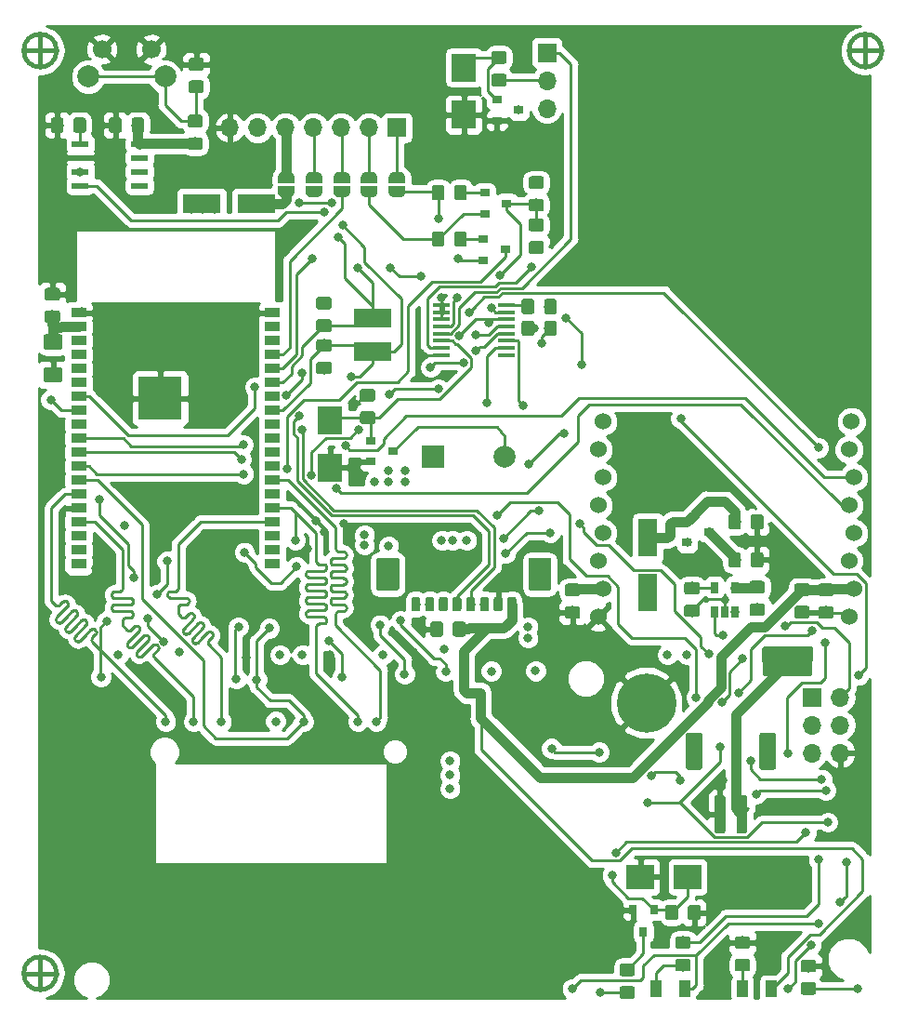
<source format=gtl>
G04 #@! TF.GenerationSoftware,KiCad,Pcbnew,5.0.2-bee76a0~70~ubuntu18.04.1*
G04 #@! TF.CreationDate,2019-02-28T13:46:31+03:00*
G04 #@! TF.ProjectId,sensor-node,73656e73-6f72-42d6-9e6f-64652e6b6963,1*
G04 #@! TF.SameCoordinates,Original*
G04 #@! TF.FileFunction,Copper,L1,Top*
G04 #@! TF.FilePolarity,Positive*
%FSLAX46Y46*%
G04 Gerber Fmt 4.6, Leading zero omitted, Abs format (unit mm)*
G04 Created by KiCad (PCBNEW 5.0.2-bee76a0~70~ubuntu18.04.1) date Thu 28 Feb 2019 13:46:31 EAT*
%MOMM*%
%LPD*%
G01*
G04 APERTURE LIST*
G04 #@! TA.AperFunction,EtchedComponent*
%ADD10C,0.381000*%
G04 #@! TD*
G04 #@! TA.AperFunction,ComponentPad*
%ADD11C,5.400000*%
G04 #@! TD*
G04 #@! TA.AperFunction,ComponentPad*
%ADD12C,0.800000*%
G04 #@! TD*
G04 #@! TA.AperFunction,ComponentPad*
%ADD13R,2.000000X2.000000*%
G04 #@! TD*
G04 #@! TA.AperFunction,ComponentPad*
%ADD14C,2.000000*%
G04 #@! TD*
G04 #@! TA.AperFunction,SMDPad,CuDef*
%ADD15R,1.800000X3.500000*%
G04 #@! TD*
G04 #@! TA.AperFunction,SMDPad,CuDef*
%ADD16R,0.900000X0.800000*%
G04 #@! TD*
G04 #@! TA.AperFunction,Conductor*
%ADD17C,0.100000*%
G04 #@! TD*
G04 #@! TA.AperFunction,SMDPad,CuDef*
%ADD18C,1.150000*%
G04 #@! TD*
G04 #@! TA.AperFunction,SMDPad,CuDef*
%ADD19R,1.550000X0.600000*%
G04 #@! TD*
G04 #@! TA.AperFunction,SMDPad,CuDef*
%ADD20C,1.500000*%
G04 #@! TD*
G04 #@! TA.AperFunction,SMDPad,CuDef*
%ADD21C,1.000000*%
G04 #@! TD*
G04 #@! TA.AperFunction,SMDPad,CuDef*
%ADD22R,0.650000X1.060000*%
G04 #@! TD*
G04 #@! TA.AperFunction,SMDPad,CuDef*
%ADD23R,2.300000X2.500000*%
G04 #@! TD*
G04 #@! TA.AperFunction,SMDPad,CuDef*
%ADD24R,2.500000X2.300000*%
G04 #@! TD*
G04 #@! TA.AperFunction,SMDPad,CuDef*
%ADD25C,1.425000*%
G04 #@! TD*
G04 #@! TA.AperFunction,SMDPad,CuDef*
%ADD26C,2.100000*%
G04 #@! TD*
G04 #@! TA.AperFunction,SMDPad,CuDef*
%ADD27C,0.800000*%
G04 #@! TD*
G04 #@! TA.AperFunction,ComponentPad*
%ADD28R,1.700000X1.700000*%
G04 #@! TD*
G04 #@! TA.AperFunction,ComponentPad*
%ADD29O,1.700000X1.700000*%
G04 #@! TD*
G04 #@! TA.AperFunction,SMDPad,CuDef*
%ADD30R,3.500000X1.800000*%
G04 #@! TD*
G04 #@! TA.AperFunction,SMDPad,CuDef*
%ADD31R,1.450000X0.930000*%
G04 #@! TD*
G04 #@! TA.AperFunction,SMDPad,CuDef*
%ADD32R,4.000000X4.000000*%
G04 #@! TD*
G04 #@! TA.AperFunction,SMDPad,CuDef*
%ADD33C,0.500000*%
G04 #@! TD*
G04 #@! TA.AperFunction,SMDPad,CuDef*
%ADD34R,1.500000X0.450000*%
G04 #@! TD*
G04 #@! TA.AperFunction,SMDPad,CuDef*
%ADD35R,0.800000X0.900000*%
G04 #@! TD*
G04 #@! TA.AperFunction,SMDPad,CuDef*
%ADD36R,3.400000X1.800000*%
G04 #@! TD*
G04 #@! TA.AperFunction,SMDPad,CuDef*
%ADD37R,1.000000X1.500000*%
G04 #@! TD*
G04 #@! TA.AperFunction,ComponentPad*
%ADD38C,1.700000*%
G04 #@! TD*
G04 #@! TA.AperFunction,ComponentPad*
%ADD39C,1.524000*%
G04 #@! TD*
G04 #@! TA.AperFunction,ViaPad*
%ADD40C,0.800000*%
G04 #@! TD*
G04 #@! TA.AperFunction,Conductor*
%ADD41C,0.250000*%
G04 #@! TD*
G04 #@! TA.AperFunction,Conductor*
%ADD42C,0.889000*%
G04 #@! TD*
G04 #@! TA.AperFunction,Conductor*
%ADD43C,0.254000*%
G04 #@! TD*
G04 APERTURE END LIST*
D10*
G04 #@! TO.C,FD4*
X172710000Y-69210000D02*
G75*
G03X172710000Y-69210000I-1500000J0D01*
G01*
X171210000Y-70710000D02*
X171210000Y-67710000D01*
X169710000Y-69210000D02*
X172710000Y-69210000D01*
G04 #@! TO.C,FD6*
X94510000Y-153210000D02*
X97510000Y-153210000D01*
X96010000Y-154710000D02*
X96010000Y-151710000D01*
X97510000Y-153210000D02*
G75*
G03X97510000Y-153210000I-1500000J0D01*
G01*
G04 #@! TO.C,FD5*
X97510000Y-69210000D02*
G75*
G03X97510000Y-69210000I-1500000J0D01*
G01*
X96010000Y-70710000D02*
X96010000Y-67710000D01*
X94510000Y-69210000D02*
X97510000Y-69210000D01*
G04 #@! TD*
D11*
G04 #@! TO.P,H2,1*
G04 #@! TO.N,GND*
X151257000Y-128600200D03*
D12*
X153282000Y-128600200D03*
X152688891Y-130032091D03*
X151257000Y-130625200D03*
X149825109Y-130032091D03*
X149232000Y-128600200D03*
X149825109Y-127168309D03*
X151257000Y-126575200D03*
X152688891Y-127168309D03*
G04 #@! TD*
D13*
G04 #@! TO.P,BZ1,1*
G04 #@! TO.N,VDD*
X131826000Y-106172000D03*
D14*
G04 #@! TO.P,BZ1,2*
G04 #@! TO.N,Net-(BZ1-Pad2)*
X138326000Y-106172000D03*
G04 #@! TD*
D15*
G04 #@! TO.P,D17,1*
G04 #@! TO.N,VDD*
X151384000Y-118578000D03*
G04 #@! TO.P,D17,2*
G04 #@! TO.N,+5V*
X151384000Y-113578000D03*
G04 #@! TD*
D16*
G04 #@! TO.P,Q9,1*
G04 #@! TO.N,+5V*
X154956000Y-112080000D03*
G04 #@! TO.P,Q9,2*
G04 #@! TO.N,VDD*
X154956000Y-113980000D03*
G04 #@! TO.P,Q9,3*
G04 #@! TO.N,/VBATT_PWR*
X156956000Y-113030000D03*
G04 #@! TD*
D17*
G04 #@! TO.N,Net-(C18-Pad2)*
G04 #@! TO.C,C18*
G36*
X99968305Y-75298004D02*
X99992573Y-75301604D01*
X100016372Y-75307565D01*
X100039471Y-75315830D01*
X100061650Y-75326320D01*
X100082693Y-75338932D01*
X100102399Y-75353547D01*
X100120577Y-75370023D01*
X100137053Y-75388201D01*
X100151668Y-75407907D01*
X100164280Y-75428950D01*
X100174770Y-75451129D01*
X100183035Y-75474228D01*
X100188996Y-75498027D01*
X100192596Y-75522295D01*
X100193800Y-75546799D01*
X100193800Y-76446801D01*
X100192596Y-76471305D01*
X100188996Y-76495573D01*
X100183035Y-76519372D01*
X100174770Y-76542471D01*
X100164280Y-76564650D01*
X100151668Y-76585693D01*
X100137053Y-76605399D01*
X100120577Y-76623577D01*
X100102399Y-76640053D01*
X100082693Y-76654668D01*
X100061650Y-76667280D01*
X100039471Y-76677770D01*
X100016372Y-76686035D01*
X99992573Y-76691996D01*
X99968305Y-76695596D01*
X99943801Y-76696800D01*
X99293799Y-76696800D01*
X99269295Y-76695596D01*
X99245027Y-76691996D01*
X99221228Y-76686035D01*
X99198129Y-76677770D01*
X99175950Y-76667280D01*
X99154907Y-76654668D01*
X99135201Y-76640053D01*
X99117023Y-76623577D01*
X99100547Y-76605399D01*
X99085932Y-76585693D01*
X99073320Y-76564650D01*
X99062830Y-76542471D01*
X99054565Y-76519372D01*
X99048604Y-76495573D01*
X99045004Y-76471305D01*
X99043800Y-76446801D01*
X99043800Y-75546799D01*
X99045004Y-75522295D01*
X99048604Y-75498027D01*
X99054565Y-75474228D01*
X99062830Y-75451129D01*
X99073320Y-75428950D01*
X99085932Y-75407907D01*
X99100547Y-75388201D01*
X99117023Y-75370023D01*
X99135201Y-75353547D01*
X99154907Y-75338932D01*
X99175950Y-75326320D01*
X99198129Y-75315830D01*
X99221228Y-75307565D01*
X99245027Y-75301604D01*
X99269295Y-75298004D01*
X99293799Y-75296800D01*
X99943801Y-75296800D01*
X99968305Y-75298004D01*
X99968305Y-75298004D01*
G37*
D18*
G04 #@! TD*
G04 #@! TO.P,C18,2*
G04 #@! TO.N,Net-(C18-Pad2)*
X99618800Y-75996800D03*
D17*
G04 #@! TO.N,GND*
G04 #@! TO.C,C18*
G36*
X97918305Y-75298004D02*
X97942573Y-75301604D01*
X97966372Y-75307565D01*
X97989471Y-75315830D01*
X98011650Y-75326320D01*
X98032693Y-75338932D01*
X98052399Y-75353547D01*
X98070577Y-75370023D01*
X98087053Y-75388201D01*
X98101668Y-75407907D01*
X98114280Y-75428950D01*
X98124770Y-75451129D01*
X98133035Y-75474228D01*
X98138996Y-75498027D01*
X98142596Y-75522295D01*
X98143800Y-75546799D01*
X98143800Y-76446801D01*
X98142596Y-76471305D01*
X98138996Y-76495573D01*
X98133035Y-76519372D01*
X98124770Y-76542471D01*
X98114280Y-76564650D01*
X98101668Y-76585693D01*
X98087053Y-76605399D01*
X98070577Y-76623577D01*
X98052399Y-76640053D01*
X98032693Y-76654668D01*
X98011650Y-76667280D01*
X97989471Y-76677770D01*
X97966372Y-76686035D01*
X97942573Y-76691996D01*
X97918305Y-76695596D01*
X97893801Y-76696800D01*
X97243799Y-76696800D01*
X97219295Y-76695596D01*
X97195027Y-76691996D01*
X97171228Y-76686035D01*
X97148129Y-76677770D01*
X97125950Y-76667280D01*
X97104907Y-76654668D01*
X97085201Y-76640053D01*
X97067023Y-76623577D01*
X97050547Y-76605399D01*
X97035932Y-76585693D01*
X97023320Y-76564650D01*
X97012830Y-76542471D01*
X97004565Y-76519372D01*
X96998604Y-76495573D01*
X96995004Y-76471305D01*
X96993800Y-76446801D01*
X96993800Y-75546799D01*
X96995004Y-75522295D01*
X96998604Y-75498027D01*
X97004565Y-75474228D01*
X97012830Y-75451129D01*
X97023320Y-75428950D01*
X97035932Y-75407907D01*
X97050547Y-75388201D01*
X97067023Y-75370023D01*
X97085201Y-75353547D01*
X97104907Y-75338932D01*
X97125950Y-75326320D01*
X97148129Y-75315830D01*
X97171228Y-75307565D01*
X97195027Y-75301604D01*
X97219295Y-75298004D01*
X97243799Y-75296800D01*
X97893801Y-75296800D01*
X97918305Y-75298004D01*
X97918305Y-75298004D01*
G37*
D18*
G04 #@! TD*
G04 #@! TO.P,C18,1*
G04 #@! TO.N,GND*
X97568800Y-75996800D03*
D17*
G04 #@! TO.N,GND*
G04 #@! TO.C,C17*
G36*
X103210505Y-75298004D02*
X103234773Y-75301604D01*
X103258572Y-75307565D01*
X103281671Y-75315830D01*
X103303850Y-75326320D01*
X103324893Y-75338932D01*
X103344599Y-75353547D01*
X103362777Y-75370023D01*
X103379253Y-75388201D01*
X103393868Y-75407907D01*
X103406480Y-75428950D01*
X103416970Y-75451129D01*
X103425235Y-75474228D01*
X103431196Y-75498027D01*
X103434796Y-75522295D01*
X103436000Y-75546799D01*
X103436000Y-76446801D01*
X103434796Y-76471305D01*
X103431196Y-76495573D01*
X103425235Y-76519372D01*
X103416970Y-76542471D01*
X103406480Y-76564650D01*
X103393868Y-76585693D01*
X103379253Y-76605399D01*
X103362777Y-76623577D01*
X103344599Y-76640053D01*
X103324893Y-76654668D01*
X103303850Y-76667280D01*
X103281671Y-76677770D01*
X103258572Y-76686035D01*
X103234773Y-76691996D01*
X103210505Y-76695596D01*
X103186001Y-76696800D01*
X102535999Y-76696800D01*
X102511495Y-76695596D01*
X102487227Y-76691996D01*
X102463428Y-76686035D01*
X102440329Y-76677770D01*
X102418150Y-76667280D01*
X102397107Y-76654668D01*
X102377401Y-76640053D01*
X102359223Y-76623577D01*
X102342747Y-76605399D01*
X102328132Y-76585693D01*
X102315520Y-76564650D01*
X102305030Y-76542471D01*
X102296765Y-76519372D01*
X102290804Y-76495573D01*
X102287204Y-76471305D01*
X102286000Y-76446801D01*
X102286000Y-75546799D01*
X102287204Y-75522295D01*
X102290804Y-75498027D01*
X102296765Y-75474228D01*
X102305030Y-75451129D01*
X102315520Y-75428950D01*
X102328132Y-75407907D01*
X102342747Y-75388201D01*
X102359223Y-75370023D01*
X102377401Y-75353547D01*
X102397107Y-75338932D01*
X102418150Y-75326320D01*
X102440329Y-75315830D01*
X102463428Y-75307565D01*
X102487227Y-75301604D01*
X102511495Y-75298004D01*
X102535999Y-75296800D01*
X103186001Y-75296800D01*
X103210505Y-75298004D01*
X103210505Y-75298004D01*
G37*
D18*
G04 #@! TD*
G04 #@! TO.P,C17,1*
G04 #@! TO.N,GND*
X102861000Y-75996800D03*
D17*
G04 #@! TO.N,+3V3*
G04 #@! TO.C,C17*
G36*
X105260505Y-75298004D02*
X105284773Y-75301604D01*
X105308572Y-75307565D01*
X105331671Y-75315830D01*
X105353850Y-75326320D01*
X105374893Y-75338932D01*
X105394599Y-75353547D01*
X105412777Y-75370023D01*
X105429253Y-75388201D01*
X105443868Y-75407907D01*
X105456480Y-75428950D01*
X105466970Y-75451129D01*
X105475235Y-75474228D01*
X105481196Y-75498027D01*
X105484796Y-75522295D01*
X105486000Y-75546799D01*
X105486000Y-76446801D01*
X105484796Y-76471305D01*
X105481196Y-76495573D01*
X105475235Y-76519372D01*
X105466970Y-76542471D01*
X105456480Y-76564650D01*
X105443868Y-76585693D01*
X105429253Y-76605399D01*
X105412777Y-76623577D01*
X105394599Y-76640053D01*
X105374893Y-76654668D01*
X105353850Y-76667280D01*
X105331671Y-76677770D01*
X105308572Y-76686035D01*
X105284773Y-76691996D01*
X105260505Y-76695596D01*
X105236001Y-76696800D01*
X104585999Y-76696800D01*
X104561495Y-76695596D01*
X104537227Y-76691996D01*
X104513428Y-76686035D01*
X104490329Y-76677770D01*
X104468150Y-76667280D01*
X104447107Y-76654668D01*
X104427401Y-76640053D01*
X104409223Y-76623577D01*
X104392747Y-76605399D01*
X104378132Y-76585693D01*
X104365520Y-76564650D01*
X104355030Y-76542471D01*
X104346765Y-76519372D01*
X104340804Y-76495573D01*
X104337204Y-76471305D01*
X104336000Y-76446801D01*
X104336000Y-75546799D01*
X104337204Y-75522295D01*
X104340804Y-75498027D01*
X104346765Y-75474228D01*
X104355030Y-75451129D01*
X104365520Y-75428950D01*
X104378132Y-75407907D01*
X104392747Y-75388201D01*
X104409223Y-75370023D01*
X104427401Y-75353547D01*
X104447107Y-75338932D01*
X104468150Y-75326320D01*
X104490329Y-75315830D01*
X104513428Y-75307565D01*
X104537227Y-75301604D01*
X104561495Y-75298004D01*
X104585999Y-75296800D01*
X105236001Y-75296800D01*
X105260505Y-75298004D01*
X105260505Y-75298004D01*
G37*
D18*
G04 #@! TD*
G04 #@! TO.P,C17,2*
G04 #@! TO.N,+3V3*
X104911000Y-75996800D03*
D19*
G04 #@! TO.P,U9,1*
G04 #@! TO.N,Net-(C18-Pad2)*
X99662000Y-77698600D03*
G04 #@! TO.P,U9,2*
G04 #@! TO.N,GND*
X99662000Y-78968600D03*
G04 #@! TO.P,U9,3*
G04 #@! TO.N,/SCL*
X99662000Y-80238600D03*
G04 #@! TO.P,U9,4*
G04 #@! TO.N,/SDA*
X99662000Y-81508600D03*
G04 #@! TO.P,U9,5*
G04 #@! TO.N,Net-(U9-Pad5)*
X105062000Y-81508600D03*
G04 #@! TO.P,U9,6*
G04 #@! TO.N,Net-(U9-Pad6)*
X105062000Y-80238600D03*
G04 #@! TO.P,U9,7*
G04 #@! TO.N,Net-(U9-Pad7)*
X105062000Y-78968600D03*
G04 #@! TO.P,U9,8*
G04 #@! TO.N,+3V3*
X105062000Y-77698600D03*
G04 #@! TD*
D17*
G04 #@! TO.N,/~FACTORY_RST*
G04 #@! TO.C,C14*
G36*
X110710505Y-71926804D02*
X110734773Y-71930404D01*
X110758572Y-71936365D01*
X110781671Y-71944630D01*
X110803850Y-71955120D01*
X110824893Y-71967732D01*
X110844599Y-71982347D01*
X110862777Y-71998823D01*
X110879253Y-72017001D01*
X110893868Y-72036707D01*
X110906480Y-72057750D01*
X110916970Y-72079929D01*
X110925235Y-72103028D01*
X110931196Y-72126827D01*
X110934796Y-72151095D01*
X110936000Y-72175599D01*
X110936000Y-72825601D01*
X110934796Y-72850105D01*
X110931196Y-72874373D01*
X110925235Y-72898172D01*
X110916970Y-72921271D01*
X110906480Y-72943450D01*
X110893868Y-72964493D01*
X110879253Y-72984199D01*
X110862777Y-73002377D01*
X110844599Y-73018853D01*
X110824893Y-73033468D01*
X110803850Y-73046080D01*
X110781671Y-73056570D01*
X110758572Y-73064835D01*
X110734773Y-73070796D01*
X110710505Y-73074396D01*
X110686001Y-73075600D01*
X109785999Y-73075600D01*
X109761495Y-73074396D01*
X109737227Y-73070796D01*
X109713428Y-73064835D01*
X109690329Y-73056570D01*
X109668150Y-73046080D01*
X109647107Y-73033468D01*
X109627401Y-73018853D01*
X109609223Y-73002377D01*
X109592747Y-72984199D01*
X109578132Y-72964493D01*
X109565520Y-72943450D01*
X109555030Y-72921271D01*
X109546765Y-72898172D01*
X109540804Y-72874373D01*
X109537204Y-72850105D01*
X109536000Y-72825601D01*
X109536000Y-72175599D01*
X109537204Y-72151095D01*
X109540804Y-72126827D01*
X109546765Y-72103028D01*
X109555030Y-72079929D01*
X109565520Y-72057750D01*
X109578132Y-72036707D01*
X109592747Y-72017001D01*
X109609223Y-71998823D01*
X109627401Y-71982347D01*
X109647107Y-71967732D01*
X109668150Y-71955120D01*
X109690329Y-71944630D01*
X109713428Y-71936365D01*
X109737227Y-71930404D01*
X109761495Y-71926804D01*
X109785999Y-71925600D01*
X110686001Y-71925600D01*
X110710505Y-71926804D01*
X110710505Y-71926804D01*
G37*
D18*
G04 #@! TD*
G04 #@! TO.P,C14,1*
G04 #@! TO.N,/~FACTORY_RST*
X110236000Y-72500600D03*
D17*
G04 #@! TO.N,GND*
G04 #@! TO.C,C14*
G36*
X110710505Y-69876804D02*
X110734773Y-69880404D01*
X110758572Y-69886365D01*
X110781671Y-69894630D01*
X110803850Y-69905120D01*
X110824893Y-69917732D01*
X110844599Y-69932347D01*
X110862777Y-69948823D01*
X110879253Y-69967001D01*
X110893868Y-69986707D01*
X110906480Y-70007750D01*
X110916970Y-70029929D01*
X110925235Y-70053028D01*
X110931196Y-70076827D01*
X110934796Y-70101095D01*
X110936000Y-70125599D01*
X110936000Y-70775601D01*
X110934796Y-70800105D01*
X110931196Y-70824373D01*
X110925235Y-70848172D01*
X110916970Y-70871271D01*
X110906480Y-70893450D01*
X110893868Y-70914493D01*
X110879253Y-70934199D01*
X110862777Y-70952377D01*
X110844599Y-70968853D01*
X110824893Y-70983468D01*
X110803850Y-70996080D01*
X110781671Y-71006570D01*
X110758572Y-71014835D01*
X110734773Y-71020796D01*
X110710505Y-71024396D01*
X110686001Y-71025600D01*
X109785999Y-71025600D01*
X109761495Y-71024396D01*
X109737227Y-71020796D01*
X109713428Y-71014835D01*
X109690329Y-71006570D01*
X109668150Y-70996080D01*
X109647107Y-70983468D01*
X109627401Y-70968853D01*
X109609223Y-70952377D01*
X109592747Y-70934199D01*
X109578132Y-70914493D01*
X109565520Y-70893450D01*
X109555030Y-70871271D01*
X109546765Y-70848172D01*
X109540804Y-70824373D01*
X109537204Y-70800105D01*
X109536000Y-70775601D01*
X109536000Y-70125599D01*
X109537204Y-70101095D01*
X109540804Y-70076827D01*
X109546765Y-70053028D01*
X109555030Y-70029929D01*
X109565520Y-70007750D01*
X109578132Y-69986707D01*
X109592747Y-69967001D01*
X109609223Y-69948823D01*
X109627401Y-69932347D01*
X109647107Y-69917732D01*
X109668150Y-69905120D01*
X109690329Y-69894630D01*
X109713428Y-69886365D01*
X109737227Y-69880404D01*
X109761495Y-69876804D01*
X109785999Y-69875600D01*
X110686001Y-69875600D01*
X110710505Y-69876804D01*
X110710505Y-69876804D01*
G37*
D18*
G04 #@! TD*
G04 #@! TO.P,C14,2*
G04 #@! TO.N,GND*
X110236000Y-70450600D03*
D17*
G04 #@! TO.N,GND*
G04 #@! TO.C,C15*
G36*
X161815305Y-119526404D02*
X161839573Y-119530004D01*
X161863372Y-119535965D01*
X161886471Y-119544230D01*
X161908650Y-119554720D01*
X161929693Y-119567332D01*
X161949399Y-119581947D01*
X161967577Y-119598423D01*
X161984053Y-119616601D01*
X161998668Y-119636307D01*
X162011280Y-119657350D01*
X162021770Y-119679529D01*
X162030035Y-119702628D01*
X162035996Y-119726427D01*
X162039596Y-119750695D01*
X162040800Y-119775199D01*
X162040800Y-120425201D01*
X162039596Y-120449705D01*
X162035996Y-120473973D01*
X162030035Y-120497772D01*
X162021770Y-120520871D01*
X162011280Y-120543050D01*
X161998668Y-120564093D01*
X161984053Y-120583799D01*
X161967577Y-120601977D01*
X161949399Y-120618453D01*
X161929693Y-120633068D01*
X161908650Y-120645680D01*
X161886471Y-120656170D01*
X161863372Y-120664435D01*
X161839573Y-120670396D01*
X161815305Y-120673996D01*
X161790801Y-120675200D01*
X160890799Y-120675200D01*
X160866295Y-120673996D01*
X160842027Y-120670396D01*
X160818228Y-120664435D01*
X160795129Y-120656170D01*
X160772950Y-120645680D01*
X160751907Y-120633068D01*
X160732201Y-120618453D01*
X160714023Y-120601977D01*
X160697547Y-120583799D01*
X160682932Y-120564093D01*
X160670320Y-120543050D01*
X160659830Y-120520871D01*
X160651565Y-120497772D01*
X160645604Y-120473973D01*
X160642004Y-120449705D01*
X160640800Y-120425201D01*
X160640800Y-119775199D01*
X160642004Y-119750695D01*
X160645604Y-119726427D01*
X160651565Y-119702628D01*
X160659830Y-119679529D01*
X160670320Y-119657350D01*
X160682932Y-119636307D01*
X160697547Y-119616601D01*
X160714023Y-119598423D01*
X160732201Y-119581947D01*
X160751907Y-119567332D01*
X160772950Y-119554720D01*
X160795129Y-119544230D01*
X160818228Y-119535965D01*
X160842027Y-119530004D01*
X160866295Y-119526404D01*
X160890799Y-119525200D01*
X161790801Y-119525200D01*
X161815305Y-119526404D01*
X161815305Y-119526404D01*
G37*
D18*
G04 #@! TD*
G04 #@! TO.P,C15,2*
G04 #@! TO.N,GND*
X161340800Y-120100200D03*
D17*
G04 #@! TO.N,+5V*
G04 #@! TO.C,C15*
G36*
X161815305Y-117476404D02*
X161839573Y-117480004D01*
X161863372Y-117485965D01*
X161886471Y-117494230D01*
X161908650Y-117504720D01*
X161929693Y-117517332D01*
X161949399Y-117531947D01*
X161967577Y-117548423D01*
X161984053Y-117566601D01*
X161998668Y-117586307D01*
X162011280Y-117607350D01*
X162021770Y-117629529D01*
X162030035Y-117652628D01*
X162035996Y-117676427D01*
X162039596Y-117700695D01*
X162040800Y-117725199D01*
X162040800Y-118375201D01*
X162039596Y-118399705D01*
X162035996Y-118423973D01*
X162030035Y-118447772D01*
X162021770Y-118470871D01*
X162011280Y-118493050D01*
X161998668Y-118514093D01*
X161984053Y-118533799D01*
X161967577Y-118551977D01*
X161949399Y-118568453D01*
X161929693Y-118583068D01*
X161908650Y-118595680D01*
X161886471Y-118606170D01*
X161863372Y-118614435D01*
X161839573Y-118620396D01*
X161815305Y-118623996D01*
X161790801Y-118625200D01*
X160890799Y-118625200D01*
X160866295Y-118623996D01*
X160842027Y-118620396D01*
X160818228Y-118614435D01*
X160795129Y-118606170D01*
X160772950Y-118595680D01*
X160751907Y-118583068D01*
X160732201Y-118568453D01*
X160714023Y-118551977D01*
X160697547Y-118533799D01*
X160682932Y-118514093D01*
X160670320Y-118493050D01*
X160659830Y-118470871D01*
X160651565Y-118447772D01*
X160645604Y-118423973D01*
X160642004Y-118399705D01*
X160640800Y-118375201D01*
X160640800Y-117725199D01*
X160642004Y-117700695D01*
X160645604Y-117676427D01*
X160651565Y-117652628D01*
X160659830Y-117629529D01*
X160670320Y-117607350D01*
X160682932Y-117586307D01*
X160697547Y-117566601D01*
X160714023Y-117548423D01*
X160732201Y-117531947D01*
X160751907Y-117517332D01*
X160772950Y-117504720D01*
X160795129Y-117494230D01*
X160818228Y-117485965D01*
X160842027Y-117480004D01*
X160866295Y-117476404D01*
X160890799Y-117475200D01*
X161790801Y-117475200D01*
X161815305Y-117476404D01*
X161815305Y-117476404D01*
G37*
D18*
G04 #@! TD*
G04 #@! TO.P,C15,1*
G04 #@! TO.N,+5V*
X161340800Y-118050200D03*
D17*
G04 #@! TO.N,/VBATT_PWR*
G04 #@! TO.C,C16*
G36*
X159649305Y-114871204D02*
X159673573Y-114874804D01*
X159697372Y-114880765D01*
X159720471Y-114889030D01*
X159742650Y-114899520D01*
X159763693Y-114912132D01*
X159783399Y-114926747D01*
X159801577Y-114943223D01*
X159818053Y-114961401D01*
X159832668Y-114981107D01*
X159845280Y-115002150D01*
X159855770Y-115024329D01*
X159864035Y-115047428D01*
X159869996Y-115071227D01*
X159873596Y-115095495D01*
X159874800Y-115119999D01*
X159874800Y-116020001D01*
X159873596Y-116044505D01*
X159869996Y-116068773D01*
X159864035Y-116092572D01*
X159855770Y-116115671D01*
X159845280Y-116137850D01*
X159832668Y-116158893D01*
X159818053Y-116178599D01*
X159801577Y-116196777D01*
X159783399Y-116213253D01*
X159763693Y-116227868D01*
X159742650Y-116240480D01*
X159720471Y-116250970D01*
X159697372Y-116259235D01*
X159673573Y-116265196D01*
X159649305Y-116268796D01*
X159624801Y-116270000D01*
X158974799Y-116270000D01*
X158950295Y-116268796D01*
X158926027Y-116265196D01*
X158902228Y-116259235D01*
X158879129Y-116250970D01*
X158856950Y-116240480D01*
X158835907Y-116227868D01*
X158816201Y-116213253D01*
X158798023Y-116196777D01*
X158781547Y-116178599D01*
X158766932Y-116158893D01*
X158754320Y-116137850D01*
X158743830Y-116115671D01*
X158735565Y-116092572D01*
X158729604Y-116068773D01*
X158726004Y-116044505D01*
X158724800Y-116020001D01*
X158724800Y-115119999D01*
X158726004Y-115095495D01*
X158729604Y-115071227D01*
X158735565Y-115047428D01*
X158743830Y-115024329D01*
X158754320Y-115002150D01*
X158766932Y-114981107D01*
X158781547Y-114961401D01*
X158798023Y-114943223D01*
X158816201Y-114926747D01*
X158835907Y-114912132D01*
X158856950Y-114899520D01*
X158879129Y-114889030D01*
X158902228Y-114880765D01*
X158926027Y-114874804D01*
X158950295Y-114871204D01*
X158974799Y-114870000D01*
X159624801Y-114870000D01*
X159649305Y-114871204D01*
X159649305Y-114871204D01*
G37*
D18*
G04 #@! TD*
G04 #@! TO.P,C16,1*
G04 #@! TO.N,/VBATT_PWR*
X159299800Y-115570000D03*
D17*
G04 #@! TO.N,GND*
G04 #@! TO.C,C16*
G36*
X161699305Y-114871204D02*
X161723573Y-114874804D01*
X161747372Y-114880765D01*
X161770471Y-114889030D01*
X161792650Y-114899520D01*
X161813693Y-114912132D01*
X161833399Y-114926747D01*
X161851577Y-114943223D01*
X161868053Y-114961401D01*
X161882668Y-114981107D01*
X161895280Y-115002150D01*
X161905770Y-115024329D01*
X161914035Y-115047428D01*
X161919996Y-115071227D01*
X161923596Y-115095495D01*
X161924800Y-115119999D01*
X161924800Y-116020001D01*
X161923596Y-116044505D01*
X161919996Y-116068773D01*
X161914035Y-116092572D01*
X161905770Y-116115671D01*
X161895280Y-116137850D01*
X161882668Y-116158893D01*
X161868053Y-116178599D01*
X161851577Y-116196777D01*
X161833399Y-116213253D01*
X161813693Y-116227868D01*
X161792650Y-116240480D01*
X161770471Y-116250970D01*
X161747372Y-116259235D01*
X161723573Y-116265196D01*
X161699305Y-116268796D01*
X161674801Y-116270000D01*
X161024799Y-116270000D01*
X161000295Y-116268796D01*
X160976027Y-116265196D01*
X160952228Y-116259235D01*
X160929129Y-116250970D01*
X160906950Y-116240480D01*
X160885907Y-116227868D01*
X160866201Y-116213253D01*
X160848023Y-116196777D01*
X160831547Y-116178599D01*
X160816932Y-116158893D01*
X160804320Y-116137850D01*
X160793830Y-116115671D01*
X160785565Y-116092572D01*
X160779604Y-116068773D01*
X160776004Y-116044505D01*
X160774800Y-116020001D01*
X160774800Y-115119999D01*
X160776004Y-115095495D01*
X160779604Y-115071227D01*
X160785565Y-115047428D01*
X160793830Y-115024329D01*
X160804320Y-115002150D01*
X160816932Y-114981107D01*
X160831547Y-114961401D01*
X160848023Y-114943223D01*
X160866201Y-114926747D01*
X160885907Y-114912132D01*
X160906950Y-114899520D01*
X160929129Y-114889030D01*
X160952228Y-114880765D01*
X160976027Y-114874804D01*
X161000295Y-114871204D01*
X161024799Y-114870000D01*
X161674801Y-114870000D01*
X161699305Y-114871204D01*
X161699305Y-114871204D01*
G37*
D18*
G04 #@! TD*
G04 #@! TO.P,C16,2*
G04 #@! TO.N,GND*
X161349800Y-115570000D03*
D17*
G04 #@! TO.N,N/C*
G04 #@! TO.C,BT2*
G36*
X156127704Y-131291204D02*
X156151973Y-131294804D01*
X156175771Y-131300765D01*
X156198871Y-131309030D01*
X156221049Y-131319520D01*
X156242093Y-131332133D01*
X156261798Y-131346747D01*
X156279977Y-131363223D01*
X156296453Y-131381402D01*
X156311067Y-131401107D01*
X156323680Y-131422151D01*
X156334170Y-131444329D01*
X156342435Y-131467429D01*
X156348396Y-131491227D01*
X156351996Y-131515496D01*
X156353200Y-131540000D01*
X156353200Y-134440000D01*
X156351996Y-134464504D01*
X156348396Y-134488773D01*
X156342435Y-134512571D01*
X156334170Y-134535671D01*
X156323680Y-134557849D01*
X156311067Y-134578893D01*
X156296453Y-134598598D01*
X156279977Y-134616777D01*
X156261798Y-134633253D01*
X156242093Y-134647867D01*
X156221049Y-134660480D01*
X156198871Y-134670970D01*
X156175771Y-134679235D01*
X156151973Y-134685196D01*
X156127704Y-134688796D01*
X156103200Y-134690000D01*
X155103200Y-134690000D01*
X155078696Y-134688796D01*
X155054427Y-134685196D01*
X155030629Y-134679235D01*
X155007529Y-134670970D01*
X154985351Y-134660480D01*
X154964307Y-134647867D01*
X154944602Y-134633253D01*
X154926423Y-134616777D01*
X154909947Y-134598598D01*
X154895333Y-134578893D01*
X154882720Y-134557849D01*
X154872230Y-134535671D01*
X154863965Y-134512571D01*
X154858004Y-134488773D01*
X154854404Y-134464504D01*
X154853200Y-134440000D01*
X154853200Y-131540000D01*
X154854404Y-131515496D01*
X154858004Y-131491227D01*
X154863965Y-131467429D01*
X154872230Y-131444329D01*
X154882720Y-131422151D01*
X154895333Y-131401107D01*
X154909947Y-131381402D01*
X154926423Y-131363223D01*
X154944602Y-131346747D01*
X154964307Y-131332133D01*
X154985351Y-131319520D01*
X155007529Y-131309030D01*
X155030629Y-131300765D01*
X155054427Y-131294804D01*
X155078696Y-131291204D01*
X155103200Y-131290000D01*
X156103200Y-131290000D01*
X156127704Y-131291204D01*
X156127704Y-131291204D01*
G37*
D20*
G04 #@! TD*
G04 #@! TO.P,BT2,MP*
G04 #@! TO.N,N/C*
X155603200Y-132990000D03*
D17*
G04 #@! TO.N,N/C*
G04 #@! TO.C,BT2*
G36*
X162827704Y-131291204D02*
X162851973Y-131294804D01*
X162875771Y-131300765D01*
X162898871Y-131309030D01*
X162921049Y-131319520D01*
X162942093Y-131332133D01*
X162961798Y-131346747D01*
X162979977Y-131363223D01*
X162996453Y-131381402D01*
X163011067Y-131401107D01*
X163023680Y-131422151D01*
X163034170Y-131444329D01*
X163042435Y-131467429D01*
X163048396Y-131491227D01*
X163051996Y-131515496D01*
X163053200Y-131540000D01*
X163053200Y-134440000D01*
X163051996Y-134464504D01*
X163048396Y-134488773D01*
X163042435Y-134512571D01*
X163034170Y-134535671D01*
X163023680Y-134557849D01*
X163011067Y-134578893D01*
X162996453Y-134598598D01*
X162979977Y-134616777D01*
X162961798Y-134633253D01*
X162942093Y-134647867D01*
X162921049Y-134660480D01*
X162898871Y-134670970D01*
X162875771Y-134679235D01*
X162851973Y-134685196D01*
X162827704Y-134688796D01*
X162803200Y-134690000D01*
X161803200Y-134690000D01*
X161778696Y-134688796D01*
X161754427Y-134685196D01*
X161730629Y-134679235D01*
X161707529Y-134670970D01*
X161685351Y-134660480D01*
X161664307Y-134647867D01*
X161644602Y-134633253D01*
X161626423Y-134616777D01*
X161609947Y-134598598D01*
X161595333Y-134578893D01*
X161582720Y-134557849D01*
X161572230Y-134535671D01*
X161563965Y-134512571D01*
X161558004Y-134488773D01*
X161554404Y-134464504D01*
X161553200Y-134440000D01*
X161553200Y-131540000D01*
X161554404Y-131515496D01*
X161558004Y-131491227D01*
X161563965Y-131467429D01*
X161572230Y-131444329D01*
X161582720Y-131422151D01*
X161595333Y-131401107D01*
X161609947Y-131381402D01*
X161626423Y-131363223D01*
X161644602Y-131346747D01*
X161664307Y-131332133D01*
X161685351Y-131319520D01*
X161707529Y-131309030D01*
X161730629Y-131300765D01*
X161754427Y-131294804D01*
X161778696Y-131291204D01*
X161803200Y-131290000D01*
X162803200Y-131290000D01*
X162827704Y-131291204D01*
X162827704Y-131291204D01*
G37*
D20*
G04 #@! TD*
G04 #@! TO.P,BT2,MP*
G04 #@! TO.N,N/C*
X162303200Y-132990000D03*
D17*
G04 #@! TO.N,GND*
G04 #@! TO.C,BT2*
G36*
X158227704Y-136991204D02*
X158251973Y-136994804D01*
X158275771Y-137000765D01*
X158298871Y-137009030D01*
X158321049Y-137019520D01*
X158342093Y-137032133D01*
X158361798Y-137046747D01*
X158379977Y-137063223D01*
X158396453Y-137081402D01*
X158411067Y-137101107D01*
X158423680Y-137122151D01*
X158434170Y-137144329D01*
X158442435Y-137167429D01*
X158448396Y-137191227D01*
X158451996Y-137215496D01*
X158453200Y-137240000D01*
X158453200Y-140240000D01*
X158451996Y-140264504D01*
X158448396Y-140288773D01*
X158442435Y-140312571D01*
X158434170Y-140335671D01*
X158423680Y-140357849D01*
X158411067Y-140378893D01*
X158396453Y-140398598D01*
X158379977Y-140416777D01*
X158361798Y-140433253D01*
X158342093Y-140447867D01*
X158321049Y-140460480D01*
X158298871Y-140470970D01*
X158275771Y-140479235D01*
X158251973Y-140485196D01*
X158227704Y-140488796D01*
X158203200Y-140490000D01*
X157703200Y-140490000D01*
X157678696Y-140488796D01*
X157654427Y-140485196D01*
X157630629Y-140479235D01*
X157607529Y-140470970D01*
X157585351Y-140460480D01*
X157564307Y-140447867D01*
X157544602Y-140433253D01*
X157526423Y-140416777D01*
X157509947Y-140398598D01*
X157495333Y-140378893D01*
X157482720Y-140357849D01*
X157472230Y-140335671D01*
X157463965Y-140312571D01*
X157458004Y-140288773D01*
X157454404Y-140264504D01*
X157453200Y-140240000D01*
X157453200Y-137240000D01*
X157454404Y-137215496D01*
X157458004Y-137191227D01*
X157463965Y-137167429D01*
X157472230Y-137144329D01*
X157482720Y-137122151D01*
X157495333Y-137101107D01*
X157509947Y-137081402D01*
X157526423Y-137063223D01*
X157544602Y-137046747D01*
X157564307Y-137032133D01*
X157585351Y-137019520D01*
X157607529Y-137009030D01*
X157630629Y-137000765D01*
X157654427Y-136994804D01*
X157678696Y-136991204D01*
X157703200Y-136990000D01*
X158203200Y-136990000D01*
X158227704Y-136991204D01*
X158227704Y-136991204D01*
G37*
D21*
G04 #@! TD*
G04 #@! TO.P,BT2,2*
G04 #@! TO.N,GND*
X157953200Y-138740000D03*
D17*
G04 #@! TO.N,/VBATT_PWR*
G04 #@! TO.C,BT2*
G36*
X160227704Y-136991204D02*
X160251973Y-136994804D01*
X160275771Y-137000765D01*
X160298871Y-137009030D01*
X160321049Y-137019520D01*
X160342093Y-137032133D01*
X160361798Y-137046747D01*
X160379977Y-137063223D01*
X160396453Y-137081402D01*
X160411067Y-137101107D01*
X160423680Y-137122151D01*
X160434170Y-137144329D01*
X160442435Y-137167429D01*
X160448396Y-137191227D01*
X160451996Y-137215496D01*
X160453200Y-137240000D01*
X160453200Y-140240000D01*
X160451996Y-140264504D01*
X160448396Y-140288773D01*
X160442435Y-140312571D01*
X160434170Y-140335671D01*
X160423680Y-140357849D01*
X160411067Y-140378893D01*
X160396453Y-140398598D01*
X160379977Y-140416777D01*
X160361798Y-140433253D01*
X160342093Y-140447867D01*
X160321049Y-140460480D01*
X160298871Y-140470970D01*
X160275771Y-140479235D01*
X160251973Y-140485196D01*
X160227704Y-140488796D01*
X160203200Y-140490000D01*
X159703200Y-140490000D01*
X159678696Y-140488796D01*
X159654427Y-140485196D01*
X159630629Y-140479235D01*
X159607529Y-140470970D01*
X159585351Y-140460480D01*
X159564307Y-140447867D01*
X159544602Y-140433253D01*
X159526423Y-140416777D01*
X159509947Y-140398598D01*
X159495333Y-140378893D01*
X159482720Y-140357849D01*
X159472230Y-140335671D01*
X159463965Y-140312571D01*
X159458004Y-140288773D01*
X159454404Y-140264504D01*
X159453200Y-140240000D01*
X159453200Y-137240000D01*
X159454404Y-137215496D01*
X159458004Y-137191227D01*
X159463965Y-137167429D01*
X159472230Y-137144329D01*
X159482720Y-137122151D01*
X159495333Y-137101107D01*
X159509947Y-137081402D01*
X159526423Y-137063223D01*
X159544602Y-137046747D01*
X159564307Y-137032133D01*
X159585351Y-137019520D01*
X159607529Y-137009030D01*
X159630629Y-137000765D01*
X159654427Y-136994804D01*
X159678696Y-136991204D01*
X159703200Y-136990000D01*
X160203200Y-136990000D01*
X160227704Y-136991204D01*
X160227704Y-136991204D01*
G37*
D21*
G04 #@! TD*
G04 #@! TO.P,BT2,1*
G04 #@! TO.N,/VBATT_PWR*
X159953200Y-138740000D03*
D22*
G04 #@! TO.P,U8,1*
G04 #@! TO.N,/CHARGE*
X157444400Y-120276800D03*
G04 #@! TO.P,U8,2*
G04 #@! TO.N,GND*
X158394400Y-120276800D03*
G04 #@! TO.P,U8,3*
G04 #@! TO.N,/VBATT_PWR*
X159344400Y-120276800D03*
G04 #@! TO.P,U8,4*
G04 #@! TO.N,+5V*
X159344400Y-118076800D03*
G04 #@! TO.P,U8,5*
G04 #@! TO.N,Net-(R30-Pad1)*
X157444400Y-118076800D03*
G04 #@! TD*
D17*
G04 #@! TO.N,/~FACTORY_RST*
G04 #@! TO.C,R28*
G36*
X110608905Y-75058404D02*
X110633173Y-75062004D01*
X110656972Y-75067965D01*
X110680071Y-75076230D01*
X110702250Y-75086720D01*
X110723293Y-75099332D01*
X110742999Y-75113947D01*
X110761177Y-75130423D01*
X110777653Y-75148601D01*
X110792268Y-75168307D01*
X110804880Y-75189350D01*
X110815370Y-75211529D01*
X110823635Y-75234628D01*
X110829596Y-75258427D01*
X110833196Y-75282695D01*
X110834400Y-75307199D01*
X110834400Y-75957201D01*
X110833196Y-75981705D01*
X110829596Y-76005973D01*
X110823635Y-76029772D01*
X110815370Y-76052871D01*
X110804880Y-76075050D01*
X110792268Y-76096093D01*
X110777653Y-76115799D01*
X110761177Y-76133977D01*
X110742999Y-76150453D01*
X110723293Y-76165068D01*
X110702250Y-76177680D01*
X110680071Y-76188170D01*
X110656972Y-76196435D01*
X110633173Y-76202396D01*
X110608905Y-76205996D01*
X110584401Y-76207200D01*
X109684399Y-76207200D01*
X109659895Y-76205996D01*
X109635627Y-76202396D01*
X109611828Y-76196435D01*
X109588729Y-76188170D01*
X109566550Y-76177680D01*
X109545507Y-76165068D01*
X109525801Y-76150453D01*
X109507623Y-76133977D01*
X109491147Y-76115799D01*
X109476532Y-76096093D01*
X109463920Y-76075050D01*
X109453430Y-76052871D01*
X109445165Y-76029772D01*
X109439204Y-76005973D01*
X109435604Y-75981705D01*
X109434400Y-75957201D01*
X109434400Y-75307199D01*
X109435604Y-75282695D01*
X109439204Y-75258427D01*
X109445165Y-75234628D01*
X109453430Y-75211529D01*
X109463920Y-75189350D01*
X109476532Y-75168307D01*
X109491147Y-75148601D01*
X109507623Y-75130423D01*
X109525801Y-75113947D01*
X109545507Y-75099332D01*
X109566550Y-75086720D01*
X109588729Y-75076230D01*
X109611828Y-75067965D01*
X109635627Y-75062004D01*
X109659895Y-75058404D01*
X109684399Y-75057200D01*
X110584401Y-75057200D01*
X110608905Y-75058404D01*
X110608905Y-75058404D01*
G37*
D18*
G04 #@! TD*
G04 #@! TO.P,R28,2*
G04 #@! TO.N,/~FACTORY_RST*
X110134400Y-75632200D03*
D17*
G04 #@! TO.N,+3V3*
G04 #@! TO.C,R28*
G36*
X110608905Y-77108404D02*
X110633173Y-77112004D01*
X110656972Y-77117965D01*
X110680071Y-77126230D01*
X110702250Y-77136720D01*
X110723293Y-77149332D01*
X110742999Y-77163947D01*
X110761177Y-77180423D01*
X110777653Y-77198601D01*
X110792268Y-77218307D01*
X110804880Y-77239350D01*
X110815370Y-77261529D01*
X110823635Y-77284628D01*
X110829596Y-77308427D01*
X110833196Y-77332695D01*
X110834400Y-77357199D01*
X110834400Y-78007201D01*
X110833196Y-78031705D01*
X110829596Y-78055973D01*
X110823635Y-78079772D01*
X110815370Y-78102871D01*
X110804880Y-78125050D01*
X110792268Y-78146093D01*
X110777653Y-78165799D01*
X110761177Y-78183977D01*
X110742999Y-78200453D01*
X110723293Y-78215068D01*
X110702250Y-78227680D01*
X110680071Y-78238170D01*
X110656972Y-78246435D01*
X110633173Y-78252396D01*
X110608905Y-78255996D01*
X110584401Y-78257200D01*
X109684399Y-78257200D01*
X109659895Y-78255996D01*
X109635627Y-78252396D01*
X109611828Y-78246435D01*
X109588729Y-78238170D01*
X109566550Y-78227680D01*
X109545507Y-78215068D01*
X109525801Y-78200453D01*
X109507623Y-78183977D01*
X109491147Y-78165799D01*
X109476532Y-78146093D01*
X109463920Y-78125050D01*
X109453430Y-78102871D01*
X109445165Y-78079772D01*
X109439204Y-78055973D01*
X109435604Y-78031705D01*
X109434400Y-78007201D01*
X109434400Y-77357199D01*
X109435604Y-77332695D01*
X109439204Y-77308427D01*
X109445165Y-77284628D01*
X109453430Y-77261529D01*
X109463920Y-77239350D01*
X109476532Y-77218307D01*
X109491147Y-77198601D01*
X109507623Y-77180423D01*
X109525801Y-77163947D01*
X109545507Y-77149332D01*
X109566550Y-77136720D01*
X109588729Y-77126230D01*
X109611828Y-77117965D01*
X109635627Y-77112004D01*
X109659895Y-77108404D01*
X109684399Y-77107200D01*
X110584401Y-77107200D01*
X110608905Y-77108404D01*
X110608905Y-77108404D01*
G37*
D18*
G04 #@! TD*
G04 #@! TO.P,R28,1*
G04 #@! TO.N,+3V3*
X110134400Y-77682200D03*
D17*
G04 #@! TO.N,GND*
G04 #@! TO.C,R30*
G36*
X155871705Y-119628004D02*
X155895973Y-119631604D01*
X155919772Y-119637565D01*
X155942871Y-119645830D01*
X155965050Y-119656320D01*
X155986093Y-119668932D01*
X156005799Y-119683547D01*
X156023977Y-119700023D01*
X156040453Y-119718201D01*
X156055068Y-119737907D01*
X156067680Y-119758950D01*
X156078170Y-119781129D01*
X156086435Y-119804228D01*
X156092396Y-119828027D01*
X156095996Y-119852295D01*
X156097200Y-119876799D01*
X156097200Y-120526801D01*
X156095996Y-120551305D01*
X156092396Y-120575573D01*
X156086435Y-120599372D01*
X156078170Y-120622471D01*
X156067680Y-120644650D01*
X156055068Y-120665693D01*
X156040453Y-120685399D01*
X156023977Y-120703577D01*
X156005799Y-120720053D01*
X155986093Y-120734668D01*
X155965050Y-120747280D01*
X155942871Y-120757770D01*
X155919772Y-120766035D01*
X155895973Y-120771996D01*
X155871705Y-120775596D01*
X155847201Y-120776800D01*
X154947199Y-120776800D01*
X154922695Y-120775596D01*
X154898427Y-120771996D01*
X154874628Y-120766035D01*
X154851529Y-120757770D01*
X154829350Y-120747280D01*
X154808307Y-120734668D01*
X154788601Y-120720053D01*
X154770423Y-120703577D01*
X154753947Y-120685399D01*
X154739332Y-120665693D01*
X154726720Y-120644650D01*
X154716230Y-120622471D01*
X154707965Y-120599372D01*
X154702004Y-120575573D01*
X154698404Y-120551305D01*
X154697200Y-120526801D01*
X154697200Y-119876799D01*
X154698404Y-119852295D01*
X154702004Y-119828027D01*
X154707965Y-119804228D01*
X154716230Y-119781129D01*
X154726720Y-119758950D01*
X154739332Y-119737907D01*
X154753947Y-119718201D01*
X154770423Y-119700023D01*
X154788601Y-119683547D01*
X154808307Y-119668932D01*
X154829350Y-119656320D01*
X154851529Y-119645830D01*
X154874628Y-119637565D01*
X154898427Y-119631604D01*
X154922695Y-119628004D01*
X154947199Y-119626800D01*
X155847201Y-119626800D01*
X155871705Y-119628004D01*
X155871705Y-119628004D01*
G37*
D18*
G04 #@! TD*
G04 #@! TO.P,R30,2*
G04 #@! TO.N,GND*
X155397200Y-120201800D03*
D17*
G04 #@! TO.N,Net-(R30-Pad1)*
G04 #@! TO.C,R30*
G36*
X155871705Y-117578004D02*
X155895973Y-117581604D01*
X155919772Y-117587565D01*
X155942871Y-117595830D01*
X155965050Y-117606320D01*
X155986093Y-117618932D01*
X156005799Y-117633547D01*
X156023977Y-117650023D01*
X156040453Y-117668201D01*
X156055068Y-117687907D01*
X156067680Y-117708950D01*
X156078170Y-117731129D01*
X156086435Y-117754228D01*
X156092396Y-117778027D01*
X156095996Y-117802295D01*
X156097200Y-117826799D01*
X156097200Y-118476801D01*
X156095996Y-118501305D01*
X156092396Y-118525573D01*
X156086435Y-118549372D01*
X156078170Y-118572471D01*
X156067680Y-118594650D01*
X156055068Y-118615693D01*
X156040453Y-118635399D01*
X156023977Y-118653577D01*
X156005799Y-118670053D01*
X155986093Y-118684668D01*
X155965050Y-118697280D01*
X155942871Y-118707770D01*
X155919772Y-118716035D01*
X155895973Y-118721996D01*
X155871705Y-118725596D01*
X155847201Y-118726800D01*
X154947199Y-118726800D01*
X154922695Y-118725596D01*
X154898427Y-118721996D01*
X154874628Y-118716035D01*
X154851529Y-118707770D01*
X154829350Y-118697280D01*
X154808307Y-118684668D01*
X154788601Y-118670053D01*
X154770423Y-118653577D01*
X154753947Y-118635399D01*
X154739332Y-118615693D01*
X154726720Y-118594650D01*
X154716230Y-118572471D01*
X154707965Y-118549372D01*
X154702004Y-118525573D01*
X154698404Y-118501305D01*
X154697200Y-118476801D01*
X154697200Y-117826799D01*
X154698404Y-117802295D01*
X154702004Y-117778027D01*
X154707965Y-117754228D01*
X154716230Y-117731129D01*
X154726720Y-117708950D01*
X154739332Y-117687907D01*
X154753947Y-117668201D01*
X154770423Y-117650023D01*
X154788601Y-117633547D01*
X154808307Y-117618932D01*
X154829350Y-117606320D01*
X154851529Y-117595830D01*
X154874628Y-117587565D01*
X154898427Y-117581604D01*
X154922695Y-117578004D01*
X154947199Y-117576800D01*
X155847201Y-117576800D01*
X155871705Y-117578004D01*
X155871705Y-117578004D01*
G37*
D18*
G04 #@! TD*
G04 #@! TO.P,R30,1*
G04 #@! TO.N,Net-(R30-Pad1)*
X155397200Y-118151800D03*
D17*
G04 #@! TO.N,+5V*
G04 #@! TO.C,R31*
G36*
X159649305Y-111416804D02*
X159673573Y-111420404D01*
X159697372Y-111426365D01*
X159720471Y-111434630D01*
X159742650Y-111445120D01*
X159763693Y-111457732D01*
X159783399Y-111472347D01*
X159801577Y-111488823D01*
X159818053Y-111507001D01*
X159832668Y-111526707D01*
X159845280Y-111547750D01*
X159855770Y-111569929D01*
X159864035Y-111593028D01*
X159869996Y-111616827D01*
X159873596Y-111641095D01*
X159874800Y-111665599D01*
X159874800Y-112565601D01*
X159873596Y-112590105D01*
X159869996Y-112614373D01*
X159864035Y-112638172D01*
X159855770Y-112661271D01*
X159845280Y-112683450D01*
X159832668Y-112704493D01*
X159818053Y-112724199D01*
X159801577Y-112742377D01*
X159783399Y-112758853D01*
X159763693Y-112773468D01*
X159742650Y-112786080D01*
X159720471Y-112796570D01*
X159697372Y-112804835D01*
X159673573Y-112810796D01*
X159649305Y-112814396D01*
X159624801Y-112815600D01*
X158974799Y-112815600D01*
X158950295Y-112814396D01*
X158926027Y-112810796D01*
X158902228Y-112804835D01*
X158879129Y-112796570D01*
X158856950Y-112786080D01*
X158835907Y-112773468D01*
X158816201Y-112758853D01*
X158798023Y-112742377D01*
X158781547Y-112724199D01*
X158766932Y-112704493D01*
X158754320Y-112683450D01*
X158743830Y-112661271D01*
X158735565Y-112638172D01*
X158729604Y-112614373D01*
X158726004Y-112590105D01*
X158724800Y-112565601D01*
X158724800Y-111665599D01*
X158726004Y-111641095D01*
X158729604Y-111616827D01*
X158735565Y-111593028D01*
X158743830Y-111569929D01*
X158754320Y-111547750D01*
X158766932Y-111526707D01*
X158781547Y-111507001D01*
X158798023Y-111488823D01*
X158816201Y-111472347D01*
X158835907Y-111457732D01*
X158856950Y-111445120D01*
X158879129Y-111434630D01*
X158902228Y-111426365D01*
X158926027Y-111420404D01*
X158950295Y-111416804D01*
X158974799Y-111415600D01*
X159624801Y-111415600D01*
X159649305Y-111416804D01*
X159649305Y-111416804D01*
G37*
D18*
G04 #@! TD*
G04 #@! TO.P,R31,1*
G04 #@! TO.N,+5V*
X159299800Y-112115600D03*
D17*
G04 #@! TO.N,GND*
G04 #@! TO.C,R31*
G36*
X161699305Y-111416804D02*
X161723573Y-111420404D01*
X161747372Y-111426365D01*
X161770471Y-111434630D01*
X161792650Y-111445120D01*
X161813693Y-111457732D01*
X161833399Y-111472347D01*
X161851577Y-111488823D01*
X161868053Y-111507001D01*
X161882668Y-111526707D01*
X161895280Y-111547750D01*
X161905770Y-111569929D01*
X161914035Y-111593028D01*
X161919996Y-111616827D01*
X161923596Y-111641095D01*
X161924800Y-111665599D01*
X161924800Y-112565601D01*
X161923596Y-112590105D01*
X161919996Y-112614373D01*
X161914035Y-112638172D01*
X161905770Y-112661271D01*
X161895280Y-112683450D01*
X161882668Y-112704493D01*
X161868053Y-112724199D01*
X161851577Y-112742377D01*
X161833399Y-112758853D01*
X161813693Y-112773468D01*
X161792650Y-112786080D01*
X161770471Y-112796570D01*
X161747372Y-112804835D01*
X161723573Y-112810796D01*
X161699305Y-112814396D01*
X161674801Y-112815600D01*
X161024799Y-112815600D01*
X161000295Y-112814396D01*
X160976027Y-112810796D01*
X160952228Y-112804835D01*
X160929129Y-112796570D01*
X160906950Y-112786080D01*
X160885907Y-112773468D01*
X160866201Y-112758853D01*
X160848023Y-112742377D01*
X160831547Y-112724199D01*
X160816932Y-112704493D01*
X160804320Y-112683450D01*
X160793830Y-112661271D01*
X160785565Y-112638172D01*
X160779604Y-112614373D01*
X160776004Y-112590105D01*
X160774800Y-112565601D01*
X160774800Y-111665599D01*
X160776004Y-111641095D01*
X160779604Y-111616827D01*
X160785565Y-111593028D01*
X160793830Y-111569929D01*
X160804320Y-111547750D01*
X160816932Y-111526707D01*
X160831547Y-111507001D01*
X160848023Y-111488823D01*
X160866201Y-111472347D01*
X160885907Y-111457732D01*
X160906950Y-111445120D01*
X160929129Y-111434630D01*
X160952228Y-111426365D01*
X160976027Y-111420404D01*
X161000295Y-111416804D01*
X161024799Y-111415600D01*
X161674801Y-111415600D01*
X161699305Y-111416804D01*
X161699305Y-111416804D01*
G37*
D18*
G04 #@! TD*
G04 #@! TO.P,R31,2*
G04 #@! TO.N,GND*
X161349800Y-112115600D03*
D23*
G04 #@! TO.P,D10,2*
G04 #@! TO.N,GND*
X134620000Y-75048000D03*
G04 #@! TO.P,D10,1*
G04 #@! TO.N,/~PIR_RST*
X134620000Y-70748000D03*
G04 #@! TD*
G04 #@! TO.P,D15,1*
G04 #@! TO.N,/O_BUZZER*
X122428000Y-102879000D03*
G04 #@! TO.P,D15,2*
G04 #@! TO.N,GND*
X122428000Y-107179000D03*
G04 #@! TD*
D24*
G04 #@! TO.P,D16,2*
G04 #@! TO.N,GND*
X150707200Y-144424400D03*
G04 #@! TO.P,D16,1*
G04 #@! TO.N,/O_WARN*
X155007200Y-144424400D03*
G04 #@! TD*
D17*
G04 #@! TO.N,GND*
G04 #@! TO.C,C13*
G36*
X142852505Y-91808004D02*
X142876773Y-91811604D01*
X142900572Y-91817565D01*
X142923671Y-91825830D01*
X142945850Y-91836320D01*
X142966893Y-91848932D01*
X142986599Y-91863547D01*
X143004777Y-91880023D01*
X143021253Y-91898201D01*
X143035868Y-91917907D01*
X143048480Y-91938950D01*
X143058970Y-91961129D01*
X143067235Y-91984228D01*
X143073196Y-92008027D01*
X143076796Y-92032295D01*
X143078000Y-92056799D01*
X143078000Y-92956801D01*
X143076796Y-92981305D01*
X143073196Y-93005573D01*
X143067235Y-93029372D01*
X143058970Y-93052471D01*
X143048480Y-93074650D01*
X143035868Y-93095693D01*
X143021253Y-93115399D01*
X143004777Y-93133577D01*
X142986599Y-93150053D01*
X142966893Y-93164668D01*
X142945850Y-93177280D01*
X142923671Y-93187770D01*
X142900572Y-93196035D01*
X142876773Y-93201996D01*
X142852505Y-93205596D01*
X142828001Y-93206800D01*
X142177999Y-93206800D01*
X142153495Y-93205596D01*
X142129227Y-93201996D01*
X142105428Y-93196035D01*
X142082329Y-93187770D01*
X142060150Y-93177280D01*
X142039107Y-93164668D01*
X142019401Y-93150053D01*
X142001223Y-93133577D01*
X141984747Y-93115399D01*
X141970132Y-93095693D01*
X141957520Y-93074650D01*
X141947030Y-93052471D01*
X141938765Y-93029372D01*
X141932804Y-93005573D01*
X141929204Y-92981305D01*
X141928000Y-92956801D01*
X141928000Y-92056799D01*
X141929204Y-92032295D01*
X141932804Y-92008027D01*
X141938765Y-91984228D01*
X141947030Y-91961129D01*
X141957520Y-91938950D01*
X141970132Y-91917907D01*
X141984747Y-91898201D01*
X142001223Y-91880023D01*
X142019401Y-91863547D01*
X142039107Y-91848932D01*
X142060150Y-91836320D01*
X142082329Y-91825830D01*
X142105428Y-91817565D01*
X142129227Y-91811604D01*
X142153495Y-91808004D01*
X142177999Y-91806800D01*
X142828001Y-91806800D01*
X142852505Y-91808004D01*
X142852505Y-91808004D01*
G37*
D18*
G04 #@! TD*
G04 #@! TO.P,C13,2*
G04 #@! TO.N,GND*
X142503000Y-92506800D03*
D17*
G04 #@! TO.N,+3V3*
G04 #@! TO.C,C13*
G36*
X140802505Y-91808004D02*
X140826773Y-91811604D01*
X140850572Y-91817565D01*
X140873671Y-91825830D01*
X140895850Y-91836320D01*
X140916893Y-91848932D01*
X140936599Y-91863547D01*
X140954777Y-91880023D01*
X140971253Y-91898201D01*
X140985868Y-91917907D01*
X140998480Y-91938950D01*
X141008970Y-91961129D01*
X141017235Y-91984228D01*
X141023196Y-92008027D01*
X141026796Y-92032295D01*
X141028000Y-92056799D01*
X141028000Y-92956801D01*
X141026796Y-92981305D01*
X141023196Y-93005573D01*
X141017235Y-93029372D01*
X141008970Y-93052471D01*
X140998480Y-93074650D01*
X140985868Y-93095693D01*
X140971253Y-93115399D01*
X140954777Y-93133577D01*
X140936599Y-93150053D01*
X140916893Y-93164668D01*
X140895850Y-93177280D01*
X140873671Y-93187770D01*
X140850572Y-93196035D01*
X140826773Y-93201996D01*
X140802505Y-93205596D01*
X140778001Y-93206800D01*
X140127999Y-93206800D01*
X140103495Y-93205596D01*
X140079227Y-93201996D01*
X140055428Y-93196035D01*
X140032329Y-93187770D01*
X140010150Y-93177280D01*
X139989107Y-93164668D01*
X139969401Y-93150053D01*
X139951223Y-93133577D01*
X139934747Y-93115399D01*
X139920132Y-93095693D01*
X139907520Y-93074650D01*
X139897030Y-93052471D01*
X139888765Y-93029372D01*
X139882804Y-93005573D01*
X139879204Y-92981305D01*
X139878000Y-92956801D01*
X139878000Y-92056799D01*
X139879204Y-92032295D01*
X139882804Y-92008027D01*
X139888765Y-91984228D01*
X139897030Y-91961129D01*
X139907520Y-91938950D01*
X139920132Y-91917907D01*
X139934747Y-91898201D01*
X139951223Y-91880023D01*
X139969401Y-91863547D01*
X139989107Y-91848932D01*
X140010150Y-91836320D01*
X140032329Y-91825830D01*
X140055428Y-91817565D01*
X140079227Y-91811604D01*
X140103495Y-91808004D01*
X140127999Y-91806800D01*
X140778001Y-91806800D01*
X140802505Y-91808004D01*
X140802505Y-91808004D01*
G37*
D18*
G04 #@! TD*
G04 #@! TO.P,C13,1*
G04 #@! TO.N,+3V3*
X140453000Y-92506800D03*
D17*
G04 #@! TO.N,+3V3*
G04 #@! TO.C,C1*
G36*
X145000505Y-117730404D02*
X145024773Y-117734004D01*
X145048572Y-117739965D01*
X145071671Y-117748230D01*
X145093850Y-117758720D01*
X145114893Y-117771332D01*
X145134599Y-117785947D01*
X145152777Y-117802423D01*
X145169253Y-117820601D01*
X145183868Y-117840307D01*
X145196480Y-117861350D01*
X145206970Y-117883529D01*
X145215235Y-117906628D01*
X145221196Y-117930427D01*
X145224796Y-117954695D01*
X145226000Y-117979199D01*
X145226000Y-118629201D01*
X145224796Y-118653705D01*
X145221196Y-118677973D01*
X145215235Y-118701772D01*
X145206970Y-118724871D01*
X145196480Y-118747050D01*
X145183868Y-118768093D01*
X145169253Y-118787799D01*
X145152777Y-118805977D01*
X145134599Y-118822453D01*
X145114893Y-118837068D01*
X145093850Y-118849680D01*
X145071671Y-118860170D01*
X145048572Y-118868435D01*
X145024773Y-118874396D01*
X145000505Y-118877996D01*
X144976001Y-118879200D01*
X144075999Y-118879200D01*
X144051495Y-118877996D01*
X144027227Y-118874396D01*
X144003428Y-118868435D01*
X143980329Y-118860170D01*
X143958150Y-118849680D01*
X143937107Y-118837068D01*
X143917401Y-118822453D01*
X143899223Y-118805977D01*
X143882747Y-118787799D01*
X143868132Y-118768093D01*
X143855520Y-118747050D01*
X143845030Y-118724871D01*
X143836765Y-118701772D01*
X143830804Y-118677973D01*
X143827204Y-118653705D01*
X143826000Y-118629201D01*
X143826000Y-117979199D01*
X143827204Y-117954695D01*
X143830804Y-117930427D01*
X143836765Y-117906628D01*
X143845030Y-117883529D01*
X143855520Y-117861350D01*
X143868132Y-117840307D01*
X143882747Y-117820601D01*
X143899223Y-117802423D01*
X143917401Y-117785947D01*
X143937107Y-117771332D01*
X143958150Y-117758720D01*
X143980329Y-117748230D01*
X144003428Y-117739965D01*
X144027227Y-117734004D01*
X144051495Y-117730404D01*
X144075999Y-117729200D01*
X144976001Y-117729200D01*
X145000505Y-117730404D01*
X145000505Y-117730404D01*
G37*
D18*
G04 #@! TD*
G04 #@! TO.P,C1,1*
G04 #@! TO.N,+3V3*
X144526000Y-118304200D03*
D17*
G04 #@! TO.N,GND*
G04 #@! TO.C,C1*
G36*
X145000505Y-119780404D02*
X145024773Y-119784004D01*
X145048572Y-119789965D01*
X145071671Y-119798230D01*
X145093850Y-119808720D01*
X145114893Y-119821332D01*
X145134599Y-119835947D01*
X145152777Y-119852423D01*
X145169253Y-119870601D01*
X145183868Y-119890307D01*
X145196480Y-119911350D01*
X145206970Y-119933529D01*
X145215235Y-119956628D01*
X145221196Y-119980427D01*
X145224796Y-120004695D01*
X145226000Y-120029199D01*
X145226000Y-120679201D01*
X145224796Y-120703705D01*
X145221196Y-120727973D01*
X145215235Y-120751772D01*
X145206970Y-120774871D01*
X145196480Y-120797050D01*
X145183868Y-120818093D01*
X145169253Y-120837799D01*
X145152777Y-120855977D01*
X145134599Y-120872453D01*
X145114893Y-120887068D01*
X145093850Y-120899680D01*
X145071671Y-120910170D01*
X145048572Y-120918435D01*
X145024773Y-120924396D01*
X145000505Y-120927996D01*
X144976001Y-120929200D01*
X144075999Y-120929200D01*
X144051495Y-120927996D01*
X144027227Y-120924396D01*
X144003428Y-120918435D01*
X143980329Y-120910170D01*
X143958150Y-120899680D01*
X143937107Y-120887068D01*
X143917401Y-120872453D01*
X143899223Y-120855977D01*
X143882747Y-120837799D01*
X143868132Y-120818093D01*
X143855520Y-120797050D01*
X143845030Y-120774871D01*
X143836765Y-120751772D01*
X143830804Y-120727973D01*
X143827204Y-120703705D01*
X143826000Y-120679201D01*
X143826000Y-120029199D01*
X143827204Y-120004695D01*
X143830804Y-119980427D01*
X143836765Y-119956628D01*
X143845030Y-119933529D01*
X143855520Y-119911350D01*
X143868132Y-119890307D01*
X143882747Y-119870601D01*
X143899223Y-119852423D01*
X143917401Y-119835947D01*
X143937107Y-119821332D01*
X143958150Y-119808720D01*
X143980329Y-119798230D01*
X144003428Y-119789965D01*
X144027227Y-119784004D01*
X144051495Y-119780404D01*
X144075999Y-119779200D01*
X144976001Y-119779200D01*
X145000505Y-119780404D01*
X145000505Y-119780404D01*
G37*
D18*
G04 #@! TD*
G04 #@! TO.P,C1,2*
G04 #@! TO.N,GND*
X144526000Y-120354200D03*
D17*
G04 #@! TO.N,GND*
G04 #@! TO.C,C2*
G36*
X141698505Y-86557204D02*
X141722773Y-86560804D01*
X141746572Y-86566765D01*
X141769671Y-86575030D01*
X141791850Y-86585520D01*
X141812893Y-86598132D01*
X141832599Y-86612747D01*
X141850777Y-86629223D01*
X141867253Y-86647401D01*
X141881868Y-86667107D01*
X141894480Y-86688150D01*
X141904970Y-86710329D01*
X141913235Y-86733428D01*
X141919196Y-86757227D01*
X141922796Y-86781495D01*
X141924000Y-86805999D01*
X141924000Y-87456001D01*
X141922796Y-87480505D01*
X141919196Y-87504773D01*
X141913235Y-87528572D01*
X141904970Y-87551671D01*
X141894480Y-87573850D01*
X141881868Y-87594893D01*
X141867253Y-87614599D01*
X141850777Y-87632777D01*
X141832599Y-87649253D01*
X141812893Y-87663868D01*
X141791850Y-87676480D01*
X141769671Y-87686970D01*
X141746572Y-87695235D01*
X141722773Y-87701196D01*
X141698505Y-87704796D01*
X141674001Y-87706000D01*
X140773999Y-87706000D01*
X140749495Y-87704796D01*
X140725227Y-87701196D01*
X140701428Y-87695235D01*
X140678329Y-87686970D01*
X140656150Y-87676480D01*
X140635107Y-87663868D01*
X140615401Y-87649253D01*
X140597223Y-87632777D01*
X140580747Y-87614599D01*
X140566132Y-87594893D01*
X140553520Y-87573850D01*
X140543030Y-87551671D01*
X140534765Y-87528572D01*
X140528804Y-87504773D01*
X140525204Y-87480505D01*
X140524000Y-87456001D01*
X140524000Y-86805999D01*
X140525204Y-86781495D01*
X140528804Y-86757227D01*
X140534765Y-86733428D01*
X140543030Y-86710329D01*
X140553520Y-86688150D01*
X140566132Y-86667107D01*
X140580747Y-86647401D01*
X140597223Y-86629223D01*
X140615401Y-86612747D01*
X140635107Y-86598132D01*
X140656150Y-86585520D01*
X140678329Y-86575030D01*
X140701428Y-86566765D01*
X140725227Y-86560804D01*
X140749495Y-86557204D01*
X140773999Y-86556000D01*
X141674001Y-86556000D01*
X141698505Y-86557204D01*
X141698505Y-86557204D01*
G37*
D18*
G04 #@! TD*
G04 #@! TO.P,C2,2*
G04 #@! TO.N,GND*
X141224000Y-87131000D03*
D17*
G04 #@! TO.N,/EN*
G04 #@! TO.C,C2*
G36*
X141698505Y-84507204D02*
X141722773Y-84510804D01*
X141746572Y-84516765D01*
X141769671Y-84525030D01*
X141791850Y-84535520D01*
X141812893Y-84548132D01*
X141832599Y-84562747D01*
X141850777Y-84579223D01*
X141867253Y-84597401D01*
X141881868Y-84617107D01*
X141894480Y-84638150D01*
X141904970Y-84660329D01*
X141913235Y-84683428D01*
X141919196Y-84707227D01*
X141922796Y-84731495D01*
X141924000Y-84755999D01*
X141924000Y-85406001D01*
X141922796Y-85430505D01*
X141919196Y-85454773D01*
X141913235Y-85478572D01*
X141904970Y-85501671D01*
X141894480Y-85523850D01*
X141881868Y-85544893D01*
X141867253Y-85564599D01*
X141850777Y-85582777D01*
X141832599Y-85599253D01*
X141812893Y-85613868D01*
X141791850Y-85626480D01*
X141769671Y-85636970D01*
X141746572Y-85645235D01*
X141722773Y-85651196D01*
X141698505Y-85654796D01*
X141674001Y-85656000D01*
X140773999Y-85656000D01*
X140749495Y-85654796D01*
X140725227Y-85651196D01*
X140701428Y-85645235D01*
X140678329Y-85636970D01*
X140656150Y-85626480D01*
X140635107Y-85613868D01*
X140615401Y-85599253D01*
X140597223Y-85582777D01*
X140580747Y-85564599D01*
X140566132Y-85544893D01*
X140553520Y-85523850D01*
X140543030Y-85501671D01*
X140534765Y-85478572D01*
X140528804Y-85454773D01*
X140525204Y-85430505D01*
X140524000Y-85406001D01*
X140524000Y-84755999D01*
X140525204Y-84731495D01*
X140528804Y-84707227D01*
X140534765Y-84683428D01*
X140543030Y-84660329D01*
X140553520Y-84638150D01*
X140566132Y-84617107D01*
X140580747Y-84597401D01*
X140597223Y-84579223D01*
X140615401Y-84562747D01*
X140635107Y-84548132D01*
X140656150Y-84535520D01*
X140678329Y-84525030D01*
X140701428Y-84516765D01*
X140725227Y-84510804D01*
X140749495Y-84507204D01*
X140773999Y-84506000D01*
X141674001Y-84506000D01*
X141698505Y-84507204D01*
X141698505Y-84507204D01*
G37*
D18*
G04 #@! TD*
G04 #@! TO.P,C2,1*
G04 #@! TO.N,/EN*
X141224000Y-85081000D03*
D17*
G04 #@! TO.N,+3V3*
G04 #@! TO.C,C4*
G36*
X97604105Y-92856404D02*
X97628373Y-92860004D01*
X97652172Y-92865965D01*
X97675271Y-92874230D01*
X97697450Y-92884720D01*
X97718493Y-92897332D01*
X97738199Y-92911947D01*
X97756377Y-92928423D01*
X97772853Y-92946601D01*
X97787468Y-92966307D01*
X97800080Y-92987350D01*
X97810570Y-93009529D01*
X97818835Y-93032628D01*
X97824796Y-93056427D01*
X97828396Y-93080695D01*
X97829600Y-93105199D01*
X97829600Y-93755201D01*
X97828396Y-93779705D01*
X97824796Y-93803973D01*
X97818835Y-93827772D01*
X97810570Y-93850871D01*
X97800080Y-93873050D01*
X97787468Y-93894093D01*
X97772853Y-93913799D01*
X97756377Y-93931977D01*
X97738199Y-93948453D01*
X97718493Y-93963068D01*
X97697450Y-93975680D01*
X97675271Y-93986170D01*
X97652172Y-93994435D01*
X97628373Y-94000396D01*
X97604105Y-94003996D01*
X97579601Y-94005200D01*
X96679599Y-94005200D01*
X96655095Y-94003996D01*
X96630827Y-94000396D01*
X96607028Y-93994435D01*
X96583929Y-93986170D01*
X96561750Y-93975680D01*
X96540707Y-93963068D01*
X96521001Y-93948453D01*
X96502823Y-93931977D01*
X96486347Y-93913799D01*
X96471732Y-93894093D01*
X96459120Y-93873050D01*
X96448630Y-93850871D01*
X96440365Y-93827772D01*
X96434404Y-93803973D01*
X96430804Y-93779705D01*
X96429600Y-93755201D01*
X96429600Y-93105199D01*
X96430804Y-93080695D01*
X96434404Y-93056427D01*
X96440365Y-93032628D01*
X96448630Y-93009529D01*
X96459120Y-92987350D01*
X96471732Y-92966307D01*
X96486347Y-92946601D01*
X96502823Y-92928423D01*
X96521001Y-92911947D01*
X96540707Y-92897332D01*
X96561750Y-92884720D01*
X96583929Y-92874230D01*
X96607028Y-92865965D01*
X96630827Y-92860004D01*
X96655095Y-92856404D01*
X96679599Y-92855200D01*
X97579601Y-92855200D01*
X97604105Y-92856404D01*
X97604105Y-92856404D01*
G37*
D18*
G04 #@! TD*
G04 #@! TO.P,C4,1*
G04 #@! TO.N,+3V3*
X97129600Y-93430200D03*
D17*
G04 #@! TO.N,GND*
G04 #@! TO.C,C4*
G36*
X97604105Y-90806404D02*
X97628373Y-90810004D01*
X97652172Y-90815965D01*
X97675271Y-90824230D01*
X97697450Y-90834720D01*
X97718493Y-90847332D01*
X97738199Y-90861947D01*
X97756377Y-90878423D01*
X97772853Y-90896601D01*
X97787468Y-90916307D01*
X97800080Y-90937350D01*
X97810570Y-90959529D01*
X97818835Y-90982628D01*
X97824796Y-91006427D01*
X97828396Y-91030695D01*
X97829600Y-91055199D01*
X97829600Y-91705201D01*
X97828396Y-91729705D01*
X97824796Y-91753973D01*
X97818835Y-91777772D01*
X97810570Y-91800871D01*
X97800080Y-91823050D01*
X97787468Y-91844093D01*
X97772853Y-91863799D01*
X97756377Y-91881977D01*
X97738199Y-91898453D01*
X97718493Y-91913068D01*
X97697450Y-91925680D01*
X97675271Y-91936170D01*
X97652172Y-91944435D01*
X97628373Y-91950396D01*
X97604105Y-91953996D01*
X97579601Y-91955200D01*
X96679599Y-91955200D01*
X96655095Y-91953996D01*
X96630827Y-91950396D01*
X96607028Y-91944435D01*
X96583929Y-91936170D01*
X96561750Y-91925680D01*
X96540707Y-91913068D01*
X96521001Y-91898453D01*
X96502823Y-91881977D01*
X96486347Y-91863799D01*
X96471732Y-91844093D01*
X96459120Y-91823050D01*
X96448630Y-91800871D01*
X96440365Y-91777772D01*
X96434404Y-91753973D01*
X96430804Y-91729705D01*
X96429600Y-91705201D01*
X96429600Y-91055199D01*
X96430804Y-91030695D01*
X96434404Y-91006427D01*
X96440365Y-90982628D01*
X96448630Y-90959529D01*
X96459120Y-90937350D01*
X96471732Y-90916307D01*
X96486347Y-90896601D01*
X96502823Y-90878423D01*
X96521001Y-90861947D01*
X96540707Y-90847332D01*
X96561750Y-90834720D01*
X96583929Y-90824230D01*
X96607028Y-90815965D01*
X96630827Y-90810004D01*
X96655095Y-90806404D01*
X96679599Y-90805200D01*
X97579601Y-90805200D01*
X97604105Y-90806404D01*
X97604105Y-90806404D01*
G37*
D18*
G04 #@! TD*
G04 #@! TO.P,C4,2*
G04 #@! TO.N,GND*
X97129600Y-91380200D03*
D17*
G04 #@! TO.N,GND*
G04 #@! TO.C,C5*
G36*
X165904705Y-119755004D02*
X165928973Y-119758604D01*
X165952772Y-119764565D01*
X165975871Y-119772830D01*
X165998050Y-119783320D01*
X166019093Y-119795932D01*
X166038799Y-119810547D01*
X166056977Y-119827023D01*
X166073453Y-119845201D01*
X166088068Y-119864907D01*
X166100680Y-119885950D01*
X166111170Y-119908129D01*
X166119435Y-119931228D01*
X166125396Y-119955027D01*
X166128996Y-119979295D01*
X166130200Y-120003799D01*
X166130200Y-120653801D01*
X166128996Y-120678305D01*
X166125396Y-120702573D01*
X166119435Y-120726372D01*
X166111170Y-120749471D01*
X166100680Y-120771650D01*
X166088068Y-120792693D01*
X166073453Y-120812399D01*
X166056977Y-120830577D01*
X166038799Y-120847053D01*
X166019093Y-120861668D01*
X165998050Y-120874280D01*
X165975871Y-120884770D01*
X165952772Y-120893035D01*
X165928973Y-120898996D01*
X165904705Y-120902596D01*
X165880201Y-120903800D01*
X164980199Y-120903800D01*
X164955695Y-120902596D01*
X164931427Y-120898996D01*
X164907628Y-120893035D01*
X164884529Y-120884770D01*
X164862350Y-120874280D01*
X164841307Y-120861668D01*
X164821601Y-120847053D01*
X164803423Y-120830577D01*
X164786947Y-120812399D01*
X164772332Y-120792693D01*
X164759720Y-120771650D01*
X164749230Y-120749471D01*
X164740965Y-120726372D01*
X164735004Y-120702573D01*
X164731404Y-120678305D01*
X164730200Y-120653801D01*
X164730200Y-120003799D01*
X164731404Y-119979295D01*
X164735004Y-119955027D01*
X164740965Y-119931228D01*
X164749230Y-119908129D01*
X164759720Y-119885950D01*
X164772332Y-119864907D01*
X164786947Y-119845201D01*
X164803423Y-119827023D01*
X164821601Y-119810547D01*
X164841307Y-119795932D01*
X164862350Y-119783320D01*
X164884529Y-119772830D01*
X164907628Y-119764565D01*
X164931427Y-119758604D01*
X164955695Y-119755004D01*
X164980199Y-119753800D01*
X165880201Y-119753800D01*
X165904705Y-119755004D01*
X165904705Y-119755004D01*
G37*
D18*
G04 #@! TD*
G04 #@! TO.P,C5,2*
G04 #@! TO.N,GND*
X165430200Y-120328800D03*
D17*
G04 #@! TO.N,/LOAD*
G04 #@! TO.C,C5*
G36*
X165904705Y-117705004D02*
X165928973Y-117708604D01*
X165952772Y-117714565D01*
X165975871Y-117722830D01*
X165998050Y-117733320D01*
X166019093Y-117745932D01*
X166038799Y-117760547D01*
X166056977Y-117777023D01*
X166073453Y-117795201D01*
X166088068Y-117814907D01*
X166100680Y-117835950D01*
X166111170Y-117858129D01*
X166119435Y-117881228D01*
X166125396Y-117905027D01*
X166128996Y-117929295D01*
X166130200Y-117953799D01*
X166130200Y-118603801D01*
X166128996Y-118628305D01*
X166125396Y-118652573D01*
X166119435Y-118676372D01*
X166111170Y-118699471D01*
X166100680Y-118721650D01*
X166088068Y-118742693D01*
X166073453Y-118762399D01*
X166056977Y-118780577D01*
X166038799Y-118797053D01*
X166019093Y-118811668D01*
X165998050Y-118824280D01*
X165975871Y-118834770D01*
X165952772Y-118843035D01*
X165928973Y-118848996D01*
X165904705Y-118852596D01*
X165880201Y-118853800D01*
X164980199Y-118853800D01*
X164955695Y-118852596D01*
X164931427Y-118848996D01*
X164907628Y-118843035D01*
X164884529Y-118834770D01*
X164862350Y-118824280D01*
X164841307Y-118811668D01*
X164821601Y-118797053D01*
X164803423Y-118780577D01*
X164786947Y-118762399D01*
X164772332Y-118742693D01*
X164759720Y-118721650D01*
X164749230Y-118699471D01*
X164740965Y-118676372D01*
X164735004Y-118652573D01*
X164731404Y-118628305D01*
X164730200Y-118603801D01*
X164730200Y-117953799D01*
X164731404Y-117929295D01*
X164735004Y-117905027D01*
X164740965Y-117881228D01*
X164749230Y-117858129D01*
X164759720Y-117835950D01*
X164772332Y-117814907D01*
X164786947Y-117795201D01*
X164803423Y-117777023D01*
X164821601Y-117760547D01*
X164841307Y-117745932D01*
X164862350Y-117733320D01*
X164884529Y-117722830D01*
X164907628Y-117714565D01*
X164931427Y-117708604D01*
X164955695Y-117705004D01*
X164980199Y-117703800D01*
X165880201Y-117703800D01*
X165904705Y-117705004D01*
X165904705Y-117705004D01*
G37*
D18*
G04 #@! TD*
G04 #@! TO.P,C5,1*
G04 #@! TO.N,/LOAD*
X165430200Y-118278800D03*
D17*
G04 #@! TO.N,/LOAD*
G04 #@! TO.C,C6*
G36*
X168089105Y-117730404D02*
X168113373Y-117734004D01*
X168137172Y-117739965D01*
X168160271Y-117748230D01*
X168182450Y-117758720D01*
X168203493Y-117771332D01*
X168223199Y-117785947D01*
X168241377Y-117802423D01*
X168257853Y-117820601D01*
X168272468Y-117840307D01*
X168285080Y-117861350D01*
X168295570Y-117883529D01*
X168303835Y-117906628D01*
X168309796Y-117930427D01*
X168313396Y-117954695D01*
X168314600Y-117979199D01*
X168314600Y-118629201D01*
X168313396Y-118653705D01*
X168309796Y-118677973D01*
X168303835Y-118701772D01*
X168295570Y-118724871D01*
X168285080Y-118747050D01*
X168272468Y-118768093D01*
X168257853Y-118787799D01*
X168241377Y-118805977D01*
X168223199Y-118822453D01*
X168203493Y-118837068D01*
X168182450Y-118849680D01*
X168160271Y-118860170D01*
X168137172Y-118868435D01*
X168113373Y-118874396D01*
X168089105Y-118877996D01*
X168064601Y-118879200D01*
X167164599Y-118879200D01*
X167140095Y-118877996D01*
X167115827Y-118874396D01*
X167092028Y-118868435D01*
X167068929Y-118860170D01*
X167046750Y-118849680D01*
X167025707Y-118837068D01*
X167006001Y-118822453D01*
X166987823Y-118805977D01*
X166971347Y-118787799D01*
X166956732Y-118768093D01*
X166944120Y-118747050D01*
X166933630Y-118724871D01*
X166925365Y-118701772D01*
X166919404Y-118677973D01*
X166915804Y-118653705D01*
X166914600Y-118629201D01*
X166914600Y-117979199D01*
X166915804Y-117954695D01*
X166919404Y-117930427D01*
X166925365Y-117906628D01*
X166933630Y-117883529D01*
X166944120Y-117861350D01*
X166956732Y-117840307D01*
X166971347Y-117820601D01*
X166987823Y-117802423D01*
X167006001Y-117785947D01*
X167025707Y-117771332D01*
X167046750Y-117758720D01*
X167068929Y-117748230D01*
X167092028Y-117739965D01*
X167115827Y-117734004D01*
X167140095Y-117730404D01*
X167164599Y-117729200D01*
X168064601Y-117729200D01*
X168089105Y-117730404D01*
X168089105Y-117730404D01*
G37*
D18*
G04 #@! TD*
G04 #@! TO.P,C6,1*
G04 #@! TO.N,/LOAD*
X167614600Y-118304200D03*
D17*
G04 #@! TO.N,GND*
G04 #@! TO.C,C6*
G36*
X168089105Y-119780404D02*
X168113373Y-119784004D01*
X168137172Y-119789965D01*
X168160271Y-119798230D01*
X168182450Y-119808720D01*
X168203493Y-119821332D01*
X168223199Y-119835947D01*
X168241377Y-119852423D01*
X168257853Y-119870601D01*
X168272468Y-119890307D01*
X168285080Y-119911350D01*
X168295570Y-119933529D01*
X168303835Y-119956628D01*
X168309796Y-119980427D01*
X168313396Y-120004695D01*
X168314600Y-120029199D01*
X168314600Y-120679201D01*
X168313396Y-120703705D01*
X168309796Y-120727973D01*
X168303835Y-120751772D01*
X168295570Y-120774871D01*
X168285080Y-120797050D01*
X168272468Y-120818093D01*
X168257853Y-120837799D01*
X168241377Y-120855977D01*
X168223199Y-120872453D01*
X168203493Y-120887068D01*
X168182450Y-120899680D01*
X168160271Y-120910170D01*
X168137172Y-120918435D01*
X168113373Y-120924396D01*
X168089105Y-120927996D01*
X168064601Y-120929200D01*
X167164599Y-120929200D01*
X167140095Y-120927996D01*
X167115827Y-120924396D01*
X167092028Y-120918435D01*
X167068929Y-120910170D01*
X167046750Y-120899680D01*
X167025707Y-120887068D01*
X167006001Y-120872453D01*
X166987823Y-120855977D01*
X166971347Y-120837799D01*
X166956732Y-120818093D01*
X166944120Y-120797050D01*
X166933630Y-120774871D01*
X166925365Y-120751772D01*
X166919404Y-120727973D01*
X166915804Y-120703705D01*
X166914600Y-120679201D01*
X166914600Y-120029199D01*
X166915804Y-120004695D01*
X166919404Y-119980427D01*
X166925365Y-119956628D01*
X166933630Y-119933529D01*
X166944120Y-119911350D01*
X166956732Y-119890307D01*
X166971347Y-119870601D01*
X166987823Y-119852423D01*
X167006001Y-119835947D01*
X167025707Y-119821332D01*
X167046750Y-119808720D01*
X167068929Y-119798230D01*
X167092028Y-119789965D01*
X167115827Y-119784004D01*
X167140095Y-119780404D01*
X167164599Y-119779200D01*
X168064601Y-119779200D01*
X168089105Y-119780404D01*
X168089105Y-119780404D01*
G37*
D18*
G04 #@! TD*
G04 #@! TO.P,C6,2*
G04 #@! TO.N,GND*
X167614600Y-120354200D03*
D17*
G04 #@! TO.N,/LOAD*
G04 #@! TO.C,C11*
G36*
X134546705Y-121170404D02*
X134570973Y-121174004D01*
X134594772Y-121179965D01*
X134617871Y-121188230D01*
X134640050Y-121198720D01*
X134661093Y-121211332D01*
X134680799Y-121225947D01*
X134698977Y-121242423D01*
X134715453Y-121260601D01*
X134730068Y-121280307D01*
X134742680Y-121301350D01*
X134753170Y-121323529D01*
X134761435Y-121346628D01*
X134767396Y-121370427D01*
X134770996Y-121394695D01*
X134772200Y-121419199D01*
X134772200Y-122319201D01*
X134770996Y-122343705D01*
X134767396Y-122367973D01*
X134761435Y-122391772D01*
X134753170Y-122414871D01*
X134742680Y-122437050D01*
X134730068Y-122458093D01*
X134715453Y-122477799D01*
X134698977Y-122495977D01*
X134680799Y-122512453D01*
X134661093Y-122527068D01*
X134640050Y-122539680D01*
X134617871Y-122550170D01*
X134594772Y-122558435D01*
X134570973Y-122564396D01*
X134546705Y-122567996D01*
X134522201Y-122569200D01*
X133872199Y-122569200D01*
X133847695Y-122567996D01*
X133823427Y-122564396D01*
X133799628Y-122558435D01*
X133776529Y-122550170D01*
X133754350Y-122539680D01*
X133733307Y-122527068D01*
X133713601Y-122512453D01*
X133695423Y-122495977D01*
X133678947Y-122477799D01*
X133664332Y-122458093D01*
X133651720Y-122437050D01*
X133641230Y-122414871D01*
X133632965Y-122391772D01*
X133627004Y-122367973D01*
X133623404Y-122343705D01*
X133622200Y-122319201D01*
X133622200Y-121419199D01*
X133623404Y-121394695D01*
X133627004Y-121370427D01*
X133632965Y-121346628D01*
X133641230Y-121323529D01*
X133651720Y-121301350D01*
X133664332Y-121280307D01*
X133678947Y-121260601D01*
X133695423Y-121242423D01*
X133713601Y-121225947D01*
X133733307Y-121211332D01*
X133754350Y-121198720D01*
X133776529Y-121188230D01*
X133799628Y-121179965D01*
X133823427Y-121174004D01*
X133847695Y-121170404D01*
X133872199Y-121169200D01*
X134522201Y-121169200D01*
X134546705Y-121170404D01*
X134546705Y-121170404D01*
G37*
D18*
G04 #@! TD*
G04 #@! TO.P,C11,1*
G04 #@! TO.N,/LOAD*
X134197200Y-121869200D03*
D17*
G04 #@! TO.N,GND*
G04 #@! TO.C,C11*
G36*
X132496705Y-121170404D02*
X132520973Y-121174004D01*
X132544772Y-121179965D01*
X132567871Y-121188230D01*
X132590050Y-121198720D01*
X132611093Y-121211332D01*
X132630799Y-121225947D01*
X132648977Y-121242423D01*
X132665453Y-121260601D01*
X132680068Y-121280307D01*
X132692680Y-121301350D01*
X132703170Y-121323529D01*
X132711435Y-121346628D01*
X132717396Y-121370427D01*
X132720996Y-121394695D01*
X132722200Y-121419199D01*
X132722200Y-122319201D01*
X132720996Y-122343705D01*
X132717396Y-122367973D01*
X132711435Y-122391772D01*
X132703170Y-122414871D01*
X132692680Y-122437050D01*
X132680068Y-122458093D01*
X132665453Y-122477799D01*
X132648977Y-122495977D01*
X132630799Y-122512453D01*
X132611093Y-122527068D01*
X132590050Y-122539680D01*
X132567871Y-122550170D01*
X132544772Y-122558435D01*
X132520973Y-122564396D01*
X132496705Y-122567996D01*
X132472201Y-122569200D01*
X131822199Y-122569200D01*
X131797695Y-122567996D01*
X131773427Y-122564396D01*
X131749628Y-122558435D01*
X131726529Y-122550170D01*
X131704350Y-122539680D01*
X131683307Y-122527068D01*
X131663601Y-122512453D01*
X131645423Y-122495977D01*
X131628947Y-122477799D01*
X131614332Y-122458093D01*
X131601720Y-122437050D01*
X131591230Y-122414871D01*
X131582965Y-122391772D01*
X131577004Y-122367973D01*
X131573404Y-122343705D01*
X131572200Y-122319201D01*
X131572200Y-121419199D01*
X131573404Y-121394695D01*
X131577004Y-121370427D01*
X131582965Y-121346628D01*
X131591230Y-121323529D01*
X131601720Y-121301350D01*
X131614332Y-121280307D01*
X131628947Y-121260601D01*
X131645423Y-121242423D01*
X131663601Y-121225947D01*
X131683307Y-121211332D01*
X131704350Y-121198720D01*
X131726529Y-121188230D01*
X131749628Y-121179965D01*
X131773427Y-121174004D01*
X131797695Y-121170404D01*
X131822199Y-121169200D01*
X132472201Y-121169200D01*
X132496705Y-121170404D01*
X132496705Y-121170404D01*
G37*
D18*
G04 #@! TD*
G04 #@! TO.P,C11,2*
G04 #@! TO.N,GND*
X132147200Y-121869200D03*
D17*
G04 #@! TO.N,+3V3*
G04 #@! TO.C,C3*
G36*
X97829904Y-95032404D02*
X97854173Y-95036004D01*
X97877971Y-95041965D01*
X97901071Y-95050230D01*
X97923249Y-95060720D01*
X97944293Y-95073333D01*
X97963998Y-95087947D01*
X97982177Y-95104423D01*
X97998653Y-95122602D01*
X98013267Y-95142307D01*
X98025880Y-95163351D01*
X98036370Y-95185529D01*
X98044635Y-95208629D01*
X98050596Y-95232427D01*
X98054196Y-95256696D01*
X98055400Y-95281200D01*
X98055400Y-96206200D01*
X98054196Y-96230704D01*
X98050596Y-96254973D01*
X98044635Y-96278771D01*
X98036370Y-96301871D01*
X98025880Y-96324049D01*
X98013267Y-96345093D01*
X97998653Y-96364798D01*
X97982177Y-96382977D01*
X97963998Y-96399453D01*
X97944293Y-96414067D01*
X97923249Y-96426680D01*
X97901071Y-96437170D01*
X97877971Y-96445435D01*
X97854173Y-96451396D01*
X97829904Y-96454996D01*
X97805400Y-96456200D01*
X96555400Y-96456200D01*
X96530896Y-96454996D01*
X96506627Y-96451396D01*
X96482829Y-96445435D01*
X96459729Y-96437170D01*
X96437551Y-96426680D01*
X96416507Y-96414067D01*
X96396802Y-96399453D01*
X96378623Y-96382977D01*
X96362147Y-96364798D01*
X96347533Y-96345093D01*
X96334920Y-96324049D01*
X96324430Y-96301871D01*
X96316165Y-96278771D01*
X96310204Y-96254973D01*
X96306604Y-96230704D01*
X96305400Y-96206200D01*
X96305400Y-95281200D01*
X96306604Y-95256696D01*
X96310204Y-95232427D01*
X96316165Y-95208629D01*
X96324430Y-95185529D01*
X96334920Y-95163351D01*
X96347533Y-95142307D01*
X96362147Y-95122602D01*
X96378623Y-95104423D01*
X96396802Y-95087947D01*
X96416507Y-95073333D01*
X96437551Y-95060720D01*
X96459729Y-95050230D01*
X96482829Y-95041965D01*
X96506627Y-95036004D01*
X96530896Y-95032404D01*
X96555400Y-95031200D01*
X97805400Y-95031200D01*
X97829904Y-95032404D01*
X97829904Y-95032404D01*
G37*
D25*
G04 #@! TD*
G04 #@! TO.P,C3,1*
G04 #@! TO.N,+3V3*
X97180400Y-95743700D03*
D17*
G04 #@! TO.N,GND*
G04 #@! TO.C,C3*
G36*
X97829904Y-98007404D02*
X97854173Y-98011004D01*
X97877971Y-98016965D01*
X97901071Y-98025230D01*
X97923249Y-98035720D01*
X97944293Y-98048333D01*
X97963998Y-98062947D01*
X97982177Y-98079423D01*
X97998653Y-98097602D01*
X98013267Y-98117307D01*
X98025880Y-98138351D01*
X98036370Y-98160529D01*
X98044635Y-98183629D01*
X98050596Y-98207427D01*
X98054196Y-98231696D01*
X98055400Y-98256200D01*
X98055400Y-99181200D01*
X98054196Y-99205704D01*
X98050596Y-99229973D01*
X98044635Y-99253771D01*
X98036370Y-99276871D01*
X98025880Y-99299049D01*
X98013267Y-99320093D01*
X97998653Y-99339798D01*
X97982177Y-99357977D01*
X97963998Y-99374453D01*
X97944293Y-99389067D01*
X97923249Y-99401680D01*
X97901071Y-99412170D01*
X97877971Y-99420435D01*
X97854173Y-99426396D01*
X97829904Y-99429996D01*
X97805400Y-99431200D01*
X96555400Y-99431200D01*
X96530896Y-99429996D01*
X96506627Y-99426396D01*
X96482829Y-99420435D01*
X96459729Y-99412170D01*
X96437551Y-99401680D01*
X96416507Y-99389067D01*
X96396802Y-99374453D01*
X96378623Y-99357977D01*
X96362147Y-99339798D01*
X96347533Y-99320093D01*
X96334920Y-99299049D01*
X96324430Y-99276871D01*
X96316165Y-99253771D01*
X96310204Y-99229973D01*
X96306604Y-99205704D01*
X96305400Y-99181200D01*
X96305400Y-98256200D01*
X96306604Y-98231696D01*
X96310204Y-98207427D01*
X96316165Y-98183629D01*
X96324430Y-98160529D01*
X96334920Y-98138351D01*
X96347533Y-98117307D01*
X96362147Y-98097602D01*
X96378623Y-98079423D01*
X96396802Y-98062947D01*
X96416507Y-98048333D01*
X96437551Y-98035720D01*
X96459729Y-98025230D01*
X96482829Y-98016965D01*
X96506627Y-98011004D01*
X96530896Y-98007404D01*
X96555400Y-98006200D01*
X97805400Y-98006200D01*
X97829904Y-98007404D01*
X97829904Y-98007404D01*
G37*
D25*
G04 #@! TD*
G04 #@! TO.P,C3,2*
G04 #@! TO.N,GND*
X97180400Y-98718700D03*
D17*
G04 #@! TO.N,N/C*
G04 #@! TO.C,J6*
G36*
X128519504Y-115365204D02*
X128543773Y-115368804D01*
X128567571Y-115374765D01*
X128590671Y-115383030D01*
X128612849Y-115393520D01*
X128633893Y-115406133D01*
X128653598Y-115420747D01*
X128671777Y-115437223D01*
X128688253Y-115455402D01*
X128702867Y-115475107D01*
X128715480Y-115496151D01*
X128725970Y-115518329D01*
X128734235Y-115541429D01*
X128740196Y-115565227D01*
X128743796Y-115589496D01*
X128745000Y-115614000D01*
X128745000Y-118114000D01*
X128743796Y-118138504D01*
X128740196Y-118162773D01*
X128734235Y-118186571D01*
X128725970Y-118209671D01*
X128715480Y-118231849D01*
X128702867Y-118252893D01*
X128688253Y-118272598D01*
X128671777Y-118290777D01*
X128653598Y-118307253D01*
X128633893Y-118321867D01*
X128612849Y-118334480D01*
X128590671Y-118344970D01*
X128567571Y-118353235D01*
X128543773Y-118359196D01*
X128519504Y-118362796D01*
X128495000Y-118364000D01*
X126895000Y-118364000D01*
X126870496Y-118362796D01*
X126846227Y-118359196D01*
X126822429Y-118353235D01*
X126799329Y-118344970D01*
X126777151Y-118334480D01*
X126756107Y-118321867D01*
X126736402Y-118307253D01*
X126718223Y-118290777D01*
X126701747Y-118272598D01*
X126687133Y-118252893D01*
X126674520Y-118231849D01*
X126664030Y-118209671D01*
X126655765Y-118186571D01*
X126649804Y-118162773D01*
X126646204Y-118138504D01*
X126645000Y-118114000D01*
X126645000Y-115614000D01*
X126646204Y-115589496D01*
X126649804Y-115565227D01*
X126655765Y-115541429D01*
X126664030Y-115518329D01*
X126674520Y-115496151D01*
X126687133Y-115475107D01*
X126701747Y-115455402D01*
X126718223Y-115437223D01*
X126736402Y-115420747D01*
X126756107Y-115406133D01*
X126777151Y-115393520D01*
X126799329Y-115383030D01*
X126822429Y-115374765D01*
X126846227Y-115368804D01*
X126870496Y-115365204D01*
X126895000Y-115364000D01*
X128495000Y-115364000D01*
X128519504Y-115365204D01*
X128519504Y-115365204D01*
G37*
D26*
G04 #@! TD*
G04 #@! TO.P,J6,MP*
G04 #@! TO.N,N/C*
X127695000Y-116864000D03*
D17*
G04 #@! TO.N,N/C*
G04 #@! TO.C,J6*
G36*
X142369504Y-115365204D02*
X142393773Y-115368804D01*
X142417571Y-115374765D01*
X142440671Y-115383030D01*
X142462849Y-115393520D01*
X142483893Y-115406133D01*
X142503598Y-115420747D01*
X142521777Y-115437223D01*
X142538253Y-115455402D01*
X142552867Y-115475107D01*
X142565480Y-115496151D01*
X142575970Y-115518329D01*
X142584235Y-115541429D01*
X142590196Y-115565227D01*
X142593796Y-115589496D01*
X142595000Y-115614000D01*
X142595000Y-118114000D01*
X142593796Y-118138504D01*
X142590196Y-118162773D01*
X142584235Y-118186571D01*
X142575970Y-118209671D01*
X142565480Y-118231849D01*
X142552867Y-118252893D01*
X142538253Y-118272598D01*
X142521777Y-118290777D01*
X142503598Y-118307253D01*
X142483893Y-118321867D01*
X142462849Y-118334480D01*
X142440671Y-118344970D01*
X142417571Y-118353235D01*
X142393773Y-118359196D01*
X142369504Y-118362796D01*
X142345000Y-118364000D01*
X140745000Y-118364000D01*
X140720496Y-118362796D01*
X140696227Y-118359196D01*
X140672429Y-118353235D01*
X140649329Y-118344970D01*
X140627151Y-118334480D01*
X140606107Y-118321867D01*
X140586402Y-118307253D01*
X140568223Y-118290777D01*
X140551747Y-118272598D01*
X140537133Y-118252893D01*
X140524520Y-118231849D01*
X140514030Y-118209671D01*
X140505765Y-118186571D01*
X140499804Y-118162773D01*
X140496204Y-118138504D01*
X140495000Y-118114000D01*
X140495000Y-115614000D01*
X140496204Y-115589496D01*
X140499804Y-115565227D01*
X140505765Y-115541429D01*
X140514030Y-115518329D01*
X140524520Y-115496151D01*
X140537133Y-115475107D01*
X140551747Y-115455402D01*
X140568223Y-115437223D01*
X140586402Y-115420747D01*
X140606107Y-115406133D01*
X140627151Y-115393520D01*
X140649329Y-115383030D01*
X140672429Y-115374765D01*
X140696227Y-115368804D01*
X140720496Y-115365204D01*
X140745000Y-115364000D01*
X142345000Y-115364000D01*
X142369504Y-115365204D01*
X142369504Y-115365204D01*
G37*
D26*
G04 #@! TD*
G04 #@! TO.P,J6,MP*
G04 #@! TO.N,N/C*
X141545000Y-116864000D03*
D17*
G04 #@! TO.N,Net-(J6-Pad8)*
G04 #@! TO.C,J6*
G36*
X130464603Y-118964963D02*
X130484018Y-118967843D01*
X130503057Y-118972612D01*
X130521537Y-118979224D01*
X130539279Y-118987616D01*
X130556114Y-118997706D01*
X130571879Y-119009398D01*
X130586421Y-119022579D01*
X130599602Y-119037121D01*
X130611294Y-119052886D01*
X130621384Y-119069721D01*
X130629776Y-119087463D01*
X130636388Y-119105943D01*
X130641157Y-119124982D01*
X130644037Y-119144397D01*
X130645000Y-119164000D01*
X130645000Y-120064000D01*
X130644037Y-120083603D01*
X130641157Y-120103018D01*
X130636388Y-120122057D01*
X130629776Y-120140537D01*
X130621384Y-120158279D01*
X130611294Y-120175114D01*
X130599602Y-120190879D01*
X130586421Y-120205421D01*
X130571879Y-120218602D01*
X130556114Y-120230294D01*
X130539279Y-120240384D01*
X130521537Y-120248776D01*
X130503057Y-120255388D01*
X130484018Y-120260157D01*
X130464603Y-120263037D01*
X130445000Y-120264000D01*
X130045000Y-120264000D01*
X130025397Y-120263037D01*
X130005982Y-120260157D01*
X129986943Y-120255388D01*
X129968463Y-120248776D01*
X129950721Y-120240384D01*
X129933886Y-120230294D01*
X129918121Y-120218602D01*
X129903579Y-120205421D01*
X129890398Y-120190879D01*
X129878706Y-120175114D01*
X129868616Y-120158279D01*
X129860224Y-120140537D01*
X129853612Y-120122057D01*
X129848843Y-120103018D01*
X129845963Y-120083603D01*
X129845000Y-120064000D01*
X129845000Y-119164000D01*
X129845963Y-119144397D01*
X129848843Y-119124982D01*
X129853612Y-119105943D01*
X129860224Y-119087463D01*
X129868616Y-119069721D01*
X129878706Y-119052886D01*
X129890398Y-119037121D01*
X129903579Y-119022579D01*
X129918121Y-119009398D01*
X129933886Y-118997706D01*
X129950721Y-118987616D01*
X129968463Y-118979224D01*
X129986943Y-118972612D01*
X130005982Y-118967843D01*
X130025397Y-118964963D01*
X130045000Y-118964000D01*
X130445000Y-118964000D01*
X130464603Y-118964963D01*
X130464603Y-118964963D01*
G37*
D27*
G04 #@! TD*
G04 #@! TO.P,J6,8*
G04 #@! TO.N,Net-(J6-Pad8)*
X130245000Y-119614000D03*
D17*
G04 #@! TO.N,Net-(J6-Pad7)*
G04 #@! TO.C,J6*
G36*
X131714603Y-118964963D02*
X131734018Y-118967843D01*
X131753057Y-118972612D01*
X131771537Y-118979224D01*
X131789279Y-118987616D01*
X131806114Y-118997706D01*
X131821879Y-119009398D01*
X131836421Y-119022579D01*
X131849602Y-119037121D01*
X131861294Y-119052886D01*
X131871384Y-119069721D01*
X131879776Y-119087463D01*
X131886388Y-119105943D01*
X131891157Y-119124982D01*
X131894037Y-119144397D01*
X131895000Y-119164000D01*
X131895000Y-120064000D01*
X131894037Y-120083603D01*
X131891157Y-120103018D01*
X131886388Y-120122057D01*
X131879776Y-120140537D01*
X131871384Y-120158279D01*
X131861294Y-120175114D01*
X131849602Y-120190879D01*
X131836421Y-120205421D01*
X131821879Y-120218602D01*
X131806114Y-120230294D01*
X131789279Y-120240384D01*
X131771537Y-120248776D01*
X131753057Y-120255388D01*
X131734018Y-120260157D01*
X131714603Y-120263037D01*
X131695000Y-120264000D01*
X131295000Y-120264000D01*
X131275397Y-120263037D01*
X131255982Y-120260157D01*
X131236943Y-120255388D01*
X131218463Y-120248776D01*
X131200721Y-120240384D01*
X131183886Y-120230294D01*
X131168121Y-120218602D01*
X131153579Y-120205421D01*
X131140398Y-120190879D01*
X131128706Y-120175114D01*
X131118616Y-120158279D01*
X131110224Y-120140537D01*
X131103612Y-120122057D01*
X131098843Y-120103018D01*
X131095963Y-120083603D01*
X131095000Y-120064000D01*
X131095000Y-119164000D01*
X131095963Y-119144397D01*
X131098843Y-119124982D01*
X131103612Y-119105943D01*
X131110224Y-119087463D01*
X131118616Y-119069721D01*
X131128706Y-119052886D01*
X131140398Y-119037121D01*
X131153579Y-119022579D01*
X131168121Y-119009398D01*
X131183886Y-118997706D01*
X131200721Y-118987616D01*
X131218463Y-118979224D01*
X131236943Y-118972612D01*
X131255982Y-118967843D01*
X131275397Y-118964963D01*
X131295000Y-118964000D01*
X131695000Y-118964000D01*
X131714603Y-118964963D01*
X131714603Y-118964963D01*
G37*
D27*
G04 #@! TD*
G04 #@! TO.P,J6,7*
G04 #@! TO.N,Net-(J6-Pad7)*
X131495000Y-119614000D03*
D17*
G04 #@! TO.N,Net-(J6-Pad6)*
G04 #@! TO.C,J6*
G36*
X132964603Y-118964963D02*
X132984018Y-118967843D01*
X133003057Y-118972612D01*
X133021537Y-118979224D01*
X133039279Y-118987616D01*
X133056114Y-118997706D01*
X133071879Y-119009398D01*
X133086421Y-119022579D01*
X133099602Y-119037121D01*
X133111294Y-119052886D01*
X133121384Y-119069721D01*
X133129776Y-119087463D01*
X133136388Y-119105943D01*
X133141157Y-119124982D01*
X133144037Y-119144397D01*
X133145000Y-119164000D01*
X133145000Y-120064000D01*
X133144037Y-120083603D01*
X133141157Y-120103018D01*
X133136388Y-120122057D01*
X133129776Y-120140537D01*
X133121384Y-120158279D01*
X133111294Y-120175114D01*
X133099602Y-120190879D01*
X133086421Y-120205421D01*
X133071879Y-120218602D01*
X133056114Y-120230294D01*
X133039279Y-120240384D01*
X133021537Y-120248776D01*
X133003057Y-120255388D01*
X132984018Y-120260157D01*
X132964603Y-120263037D01*
X132945000Y-120264000D01*
X132545000Y-120264000D01*
X132525397Y-120263037D01*
X132505982Y-120260157D01*
X132486943Y-120255388D01*
X132468463Y-120248776D01*
X132450721Y-120240384D01*
X132433886Y-120230294D01*
X132418121Y-120218602D01*
X132403579Y-120205421D01*
X132390398Y-120190879D01*
X132378706Y-120175114D01*
X132368616Y-120158279D01*
X132360224Y-120140537D01*
X132353612Y-120122057D01*
X132348843Y-120103018D01*
X132345963Y-120083603D01*
X132345000Y-120064000D01*
X132345000Y-119164000D01*
X132345963Y-119144397D01*
X132348843Y-119124982D01*
X132353612Y-119105943D01*
X132360224Y-119087463D01*
X132368616Y-119069721D01*
X132378706Y-119052886D01*
X132390398Y-119037121D01*
X132403579Y-119022579D01*
X132418121Y-119009398D01*
X132433886Y-118997706D01*
X132450721Y-118987616D01*
X132468463Y-118979224D01*
X132486943Y-118972612D01*
X132505982Y-118967843D01*
X132525397Y-118964963D01*
X132545000Y-118964000D01*
X132945000Y-118964000D01*
X132964603Y-118964963D01*
X132964603Y-118964963D01*
G37*
D27*
G04 #@! TD*
G04 #@! TO.P,J6,6*
G04 #@! TO.N,Net-(J6-Pad6)*
X132745000Y-119614000D03*
D17*
G04 #@! TO.N,/TXD_PM2.5*
G04 #@! TO.C,J6*
G36*
X134214603Y-118964963D02*
X134234018Y-118967843D01*
X134253057Y-118972612D01*
X134271537Y-118979224D01*
X134289279Y-118987616D01*
X134306114Y-118997706D01*
X134321879Y-119009398D01*
X134336421Y-119022579D01*
X134349602Y-119037121D01*
X134361294Y-119052886D01*
X134371384Y-119069721D01*
X134379776Y-119087463D01*
X134386388Y-119105943D01*
X134391157Y-119124982D01*
X134394037Y-119144397D01*
X134395000Y-119164000D01*
X134395000Y-120064000D01*
X134394037Y-120083603D01*
X134391157Y-120103018D01*
X134386388Y-120122057D01*
X134379776Y-120140537D01*
X134371384Y-120158279D01*
X134361294Y-120175114D01*
X134349602Y-120190879D01*
X134336421Y-120205421D01*
X134321879Y-120218602D01*
X134306114Y-120230294D01*
X134289279Y-120240384D01*
X134271537Y-120248776D01*
X134253057Y-120255388D01*
X134234018Y-120260157D01*
X134214603Y-120263037D01*
X134195000Y-120264000D01*
X133795000Y-120264000D01*
X133775397Y-120263037D01*
X133755982Y-120260157D01*
X133736943Y-120255388D01*
X133718463Y-120248776D01*
X133700721Y-120240384D01*
X133683886Y-120230294D01*
X133668121Y-120218602D01*
X133653579Y-120205421D01*
X133640398Y-120190879D01*
X133628706Y-120175114D01*
X133618616Y-120158279D01*
X133610224Y-120140537D01*
X133603612Y-120122057D01*
X133598843Y-120103018D01*
X133595963Y-120083603D01*
X133595000Y-120064000D01*
X133595000Y-119164000D01*
X133595963Y-119144397D01*
X133598843Y-119124982D01*
X133603612Y-119105943D01*
X133610224Y-119087463D01*
X133618616Y-119069721D01*
X133628706Y-119052886D01*
X133640398Y-119037121D01*
X133653579Y-119022579D01*
X133668121Y-119009398D01*
X133683886Y-118997706D01*
X133700721Y-118987616D01*
X133718463Y-118979224D01*
X133736943Y-118972612D01*
X133755982Y-118967843D01*
X133775397Y-118964963D01*
X133795000Y-118964000D01*
X134195000Y-118964000D01*
X134214603Y-118964963D01*
X134214603Y-118964963D01*
G37*
D27*
G04 #@! TD*
G04 #@! TO.P,J6,5*
G04 #@! TO.N,/TXD_PM2.5*
X133995000Y-119614000D03*
D17*
G04 #@! TO.N,/RXD_PM2.5*
G04 #@! TO.C,J6*
G36*
X135464603Y-118964963D02*
X135484018Y-118967843D01*
X135503057Y-118972612D01*
X135521537Y-118979224D01*
X135539279Y-118987616D01*
X135556114Y-118997706D01*
X135571879Y-119009398D01*
X135586421Y-119022579D01*
X135599602Y-119037121D01*
X135611294Y-119052886D01*
X135621384Y-119069721D01*
X135629776Y-119087463D01*
X135636388Y-119105943D01*
X135641157Y-119124982D01*
X135644037Y-119144397D01*
X135645000Y-119164000D01*
X135645000Y-120064000D01*
X135644037Y-120083603D01*
X135641157Y-120103018D01*
X135636388Y-120122057D01*
X135629776Y-120140537D01*
X135621384Y-120158279D01*
X135611294Y-120175114D01*
X135599602Y-120190879D01*
X135586421Y-120205421D01*
X135571879Y-120218602D01*
X135556114Y-120230294D01*
X135539279Y-120240384D01*
X135521537Y-120248776D01*
X135503057Y-120255388D01*
X135484018Y-120260157D01*
X135464603Y-120263037D01*
X135445000Y-120264000D01*
X135045000Y-120264000D01*
X135025397Y-120263037D01*
X135005982Y-120260157D01*
X134986943Y-120255388D01*
X134968463Y-120248776D01*
X134950721Y-120240384D01*
X134933886Y-120230294D01*
X134918121Y-120218602D01*
X134903579Y-120205421D01*
X134890398Y-120190879D01*
X134878706Y-120175114D01*
X134868616Y-120158279D01*
X134860224Y-120140537D01*
X134853612Y-120122057D01*
X134848843Y-120103018D01*
X134845963Y-120083603D01*
X134845000Y-120064000D01*
X134845000Y-119164000D01*
X134845963Y-119144397D01*
X134848843Y-119124982D01*
X134853612Y-119105943D01*
X134860224Y-119087463D01*
X134868616Y-119069721D01*
X134878706Y-119052886D01*
X134890398Y-119037121D01*
X134903579Y-119022579D01*
X134918121Y-119009398D01*
X134933886Y-118997706D01*
X134950721Y-118987616D01*
X134968463Y-118979224D01*
X134986943Y-118972612D01*
X135005982Y-118967843D01*
X135025397Y-118964963D01*
X135045000Y-118964000D01*
X135445000Y-118964000D01*
X135464603Y-118964963D01*
X135464603Y-118964963D01*
G37*
D27*
G04 #@! TD*
G04 #@! TO.P,J6,4*
G04 #@! TO.N,/RXD_PM2.5*
X135245000Y-119614000D03*
D17*
G04 #@! TO.N,Net-(J6-Pad3)*
G04 #@! TO.C,J6*
G36*
X136714603Y-118964963D02*
X136734018Y-118967843D01*
X136753057Y-118972612D01*
X136771537Y-118979224D01*
X136789279Y-118987616D01*
X136806114Y-118997706D01*
X136821879Y-119009398D01*
X136836421Y-119022579D01*
X136849602Y-119037121D01*
X136861294Y-119052886D01*
X136871384Y-119069721D01*
X136879776Y-119087463D01*
X136886388Y-119105943D01*
X136891157Y-119124982D01*
X136894037Y-119144397D01*
X136895000Y-119164000D01*
X136895000Y-120064000D01*
X136894037Y-120083603D01*
X136891157Y-120103018D01*
X136886388Y-120122057D01*
X136879776Y-120140537D01*
X136871384Y-120158279D01*
X136861294Y-120175114D01*
X136849602Y-120190879D01*
X136836421Y-120205421D01*
X136821879Y-120218602D01*
X136806114Y-120230294D01*
X136789279Y-120240384D01*
X136771537Y-120248776D01*
X136753057Y-120255388D01*
X136734018Y-120260157D01*
X136714603Y-120263037D01*
X136695000Y-120264000D01*
X136295000Y-120264000D01*
X136275397Y-120263037D01*
X136255982Y-120260157D01*
X136236943Y-120255388D01*
X136218463Y-120248776D01*
X136200721Y-120240384D01*
X136183886Y-120230294D01*
X136168121Y-120218602D01*
X136153579Y-120205421D01*
X136140398Y-120190879D01*
X136128706Y-120175114D01*
X136118616Y-120158279D01*
X136110224Y-120140537D01*
X136103612Y-120122057D01*
X136098843Y-120103018D01*
X136095963Y-120083603D01*
X136095000Y-120064000D01*
X136095000Y-119164000D01*
X136095963Y-119144397D01*
X136098843Y-119124982D01*
X136103612Y-119105943D01*
X136110224Y-119087463D01*
X136118616Y-119069721D01*
X136128706Y-119052886D01*
X136140398Y-119037121D01*
X136153579Y-119022579D01*
X136168121Y-119009398D01*
X136183886Y-118997706D01*
X136200721Y-118987616D01*
X136218463Y-118979224D01*
X136236943Y-118972612D01*
X136255982Y-118967843D01*
X136275397Y-118964963D01*
X136295000Y-118964000D01*
X136695000Y-118964000D01*
X136714603Y-118964963D01*
X136714603Y-118964963D01*
G37*
D27*
G04 #@! TD*
G04 #@! TO.P,J6,3*
G04 #@! TO.N,Net-(J6-Pad3)*
X136495000Y-119614000D03*
D17*
G04 #@! TO.N,GND*
G04 #@! TO.C,J6*
G36*
X137964603Y-118964963D02*
X137984018Y-118967843D01*
X138003057Y-118972612D01*
X138021537Y-118979224D01*
X138039279Y-118987616D01*
X138056114Y-118997706D01*
X138071879Y-119009398D01*
X138086421Y-119022579D01*
X138099602Y-119037121D01*
X138111294Y-119052886D01*
X138121384Y-119069721D01*
X138129776Y-119087463D01*
X138136388Y-119105943D01*
X138141157Y-119124982D01*
X138144037Y-119144397D01*
X138145000Y-119164000D01*
X138145000Y-120064000D01*
X138144037Y-120083603D01*
X138141157Y-120103018D01*
X138136388Y-120122057D01*
X138129776Y-120140537D01*
X138121384Y-120158279D01*
X138111294Y-120175114D01*
X138099602Y-120190879D01*
X138086421Y-120205421D01*
X138071879Y-120218602D01*
X138056114Y-120230294D01*
X138039279Y-120240384D01*
X138021537Y-120248776D01*
X138003057Y-120255388D01*
X137984018Y-120260157D01*
X137964603Y-120263037D01*
X137945000Y-120264000D01*
X137545000Y-120264000D01*
X137525397Y-120263037D01*
X137505982Y-120260157D01*
X137486943Y-120255388D01*
X137468463Y-120248776D01*
X137450721Y-120240384D01*
X137433886Y-120230294D01*
X137418121Y-120218602D01*
X137403579Y-120205421D01*
X137390398Y-120190879D01*
X137378706Y-120175114D01*
X137368616Y-120158279D01*
X137360224Y-120140537D01*
X137353612Y-120122057D01*
X137348843Y-120103018D01*
X137345963Y-120083603D01*
X137345000Y-120064000D01*
X137345000Y-119164000D01*
X137345963Y-119144397D01*
X137348843Y-119124982D01*
X137353612Y-119105943D01*
X137360224Y-119087463D01*
X137368616Y-119069721D01*
X137378706Y-119052886D01*
X137390398Y-119037121D01*
X137403579Y-119022579D01*
X137418121Y-119009398D01*
X137433886Y-118997706D01*
X137450721Y-118987616D01*
X137468463Y-118979224D01*
X137486943Y-118972612D01*
X137505982Y-118967843D01*
X137525397Y-118964963D01*
X137545000Y-118964000D01*
X137945000Y-118964000D01*
X137964603Y-118964963D01*
X137964603Y-118964963D01*
G37*
D27*
G04 #@! TD*
G04 #@! TO.P,J6,2*
G04 #@! TO.N,GND*
X137745000Y-119614000D03*
D17*
G04 #@! TO.N,/LOAD*
G04 #@! TO.C,J6*
G36*
X139214603Y-118964963D02*
X139234018Y-118967843D01*
X139253057Y-118972612D01*
X139271537Y-118979224D01*
X139289279Y-118987616D01*
X139306114Y-118997706D01*
X139321879Y-119009398D01*
X139336421Y-119022579D01*
X139349602Y-119037121D01*
X139361294Y-119052886D01*
X139371384Y-119069721D01*
X139379776Y-119087463D01*
X139386388Y-119105943D01*
X139391157Y-119124982D01*
X139394037Y-119144397D01*
X139395000Y-119164000D01*
X139395000Y-120064000D01*
X139394037Y-120083603D01*
X139391157Y-120103018D01*
X139386388Y-120122057D01*
X139379776Y-120140537D01*
X139371384Y-120158279D01*
X139361294Y-120175114D01*
X139349602Y-120190879D01*
X139336421Y-120205421D01*
X139321879Y-120218602D01*
X139306114Y-120230294D01*
X139289279Y-120240384D01*
X139271537Y-120248776D01*
X139253057Y-120255388D01*
X139234018Y-120260157D01*
X139214603Y-120263037D01*
X139195000Y-120264000D01*
X138795000Y-120264000D01*
X138775397Y-120263037D01*
X138755982Y-120260157D01*
X138736943Y-120255388D01*
X138718463Y-120248776D01*
X138700721Y-120240384D01*
X138683886Y-120230294D01*
X138668121Y-120218602D01*
X138653579Y-120205421D01*
X138640398Y-120190879D01*
X138628706Y-120175114D01*
X138618616Y-120158279D01*
X138610224Y-120140537D01*
X138603612Y-120122057D01*
X138598843Y-120103018D01*
X138595963Y-120083603D01*
X138595000Y-120064000D01*
X138595000Y-119164000D01*
X138595963Y-119144397D01*
X138598843Y-119124982D01*
X138603612Y-119105943D01*
X138610224Y-119087463D01*
X138618616Y-119069721D01*
X138628706Y-119052886D01*
X138640398Y-119037121D01*
X138653579Y-119022579D01*
X138668121Y-119009398D01*
X138683886Y-118997706D01*
X138700721Y-118987616D01*
X138718463Y-118979224D01*
X138736943Y-118972612D01*
X138755982Y-118967843D01*
X138775397Y-118964963D01*
X138795000Y-118964000D01*
X139195000Y-118964000D01*
X139214603Y-118964963D01*
X139214603Y-118964963D01*
G37*
D27*
G04 #@! TD*
G04 #@! TO.P,J6,1*
G04 #@! TO.N,/LOAD*
X138995000Y-119614000D03*
D28*
G04 #@! TO.P,J5,1*
G04 #@! TO.N,/PIR_INTERRUPT*
X142189200Y-69392800D03*
D29*
G04 #@! TO.P,J5,2*
G04 #@! TO.N,+3V3*
X142189200Y-71932800D03*
G04 #@! TO.P,J5,3*
G04 #@! TO.N,/PIR_RETURN*
X142189200Y-74472800D03*
G04 #@! TD*
D28*
G04 #@! TO.P,J3,1*
G04 #@! TO.N,/SCL*
X166370000Y-128066800D03*
D29*
G04 #@! TO.P,J3,2*
G04 #@! TO.N,/SDA*
X168910000Y-128066800D03*
G04 #@! TO.P,J3,3*
G04 #@! TO.N,+3V3*
X166370000Y-130606800D03*
G04 #@! TO.P,J3,4*
G04 #@! TO.N,Net-(J3-Pad4)*
X168910000Y-130606800D03*
G04 #@! TO.P,J3,5*
G04 #@! TO.N,Net-(J3-Pad5)*
X166370000Y-133146800D03*
G04 #@! TO.P,J3,6*
G04 #@! TO.N,GND*
X168910000Y-133146800D03*
G04 #@! TD*
D28*
G04 #@! TO.P,J4,1*
G04 #@! TO.N,/DTR-I*
X128524000Y-76220000D03*
D29*
G04 #@! TO.P,J4,2*
G04 #@! TO.N,/RTS_I*
X125984000Y-76220000D03*
G04 #@! TO.P,J4,3*
G04 #@! TO.N,/RXD-I*
X123444000Y-76220000D03*
G04 #@! TO.P,J4,4*
G04 #@! TO.N,/TXD-I*
X120904000Y-76220000D03*
G04 #@! TO.P,J4,5*
G04 #@! TO.N,/5V_I*
X118364000Y-76220000D03*
G04 #@! TO.P,J4,6*
G04 #@! TO.N,Net-(J4-Pad6)*
X115824000Y-76220000D03*
G04 #@! TO.P,J4,7*
G04 #@! TO.N,GND*
X113284000Y-76220000D03*
G04 #@! TD*
D30*
G04 #@! TO.P,D12,1*
G04 #@! TO.N,+5V*
X110733200Y-83159600D03*
G04 #@! TO.P,D12,2*
G04 #@! TO.N,Net-(D12-Pad2)*
X115733200Y-83159600D03*
G04 #@! TD*
D31*
G04 #@! TO.P,U3,1*
G04 #@! TO.N,GND*
X99521000Y-93086000D03*
G04 #@! TO.P,U3,2*
G04 #@! TO.N,+3V3*
X99521000Y-94356000D03*
G04 #@! TO.P,U3,3*
G04 #@! TO.N,/EN*
X99521000Y-95626000D03*
G04 #@! TO.P,U3,4*
G04 #@! TO.N,Net-(U3-Pad4)*
X99521000Y-96896000D03*
G04 #@! TO.P,U3,5*
G04 #@! TO.N,Net-(U3-Pad5)*
X99521000Y-98166000D03*
G04 #@! TO.P,U3,6*
G04 #@! TO.N,/BATT_SENSE*
X99521000Y-99436000D03*
G04 #@! TO.P,U3,7*
G04 #@! TO.N,/~I_INTERRUPT*
X99521000Y-100706000D03*
G04 #@! TO.P,U3,8*
G04 #@! TO.N,/~FACTORY_RST*
X99521000Y-101976000D03*
G04 #@! TO.P,U3,9*
G04 #@! TO.N,Net-(U3-Pad9)*
X99521000Y-103246000D03*
G04 #@! TO.P,U3,10*
G04 #@! TO.N,/~O_RTC_RST*
X99521000Y-104516000D03*
G04 #@! TO.P,U3,11*
G04 #@! TO.N,/LOAD_CTRL*
X99521000Y-105786000D03*
G04 #@! TO.P,U3,12*
G04 #@! TO.N,/PWR_KEY*
X99521000Y-107056000D03*
G04 #@! TO.P,U3,13*
G04 #@! TO.N,/CLK*
X99521000Y-108326000D03*
G04 #@! TO.P,U3,14*
G04 #@! TO.N,/DATA2*
X99521000Y-109596000D03*
G04 #@! TO.P,U3,15*
G04 #@! TO.N,GND*
X99521000Y-110866000D03*
G04 #@! TO.P,U3,16*
G04 #@! TO.N,/DATA3*
X99521000Y-112136000D03*
G04 #@! TO.P,U3,17*
G04 #@! TO.N,Net-(U3-Pad17)*
X99521000Y-113406000D03*
G04 #@! TO.P,U3,18*
G04 #@! TO.N,Net-(U3-Pad18)*
X99521000Y-114676000D03*
G04 #@! TO.P,U3,19*
G04 #@! TO.N,Net-(U3-Pad19)*
X99521000Y-115946000D03*
G04 #@! TO.P,U3,20*
G04 #@! TO.N,Net-(U3-Pad20)*
X117141000Y-115946000D03*
G04 #@! TO.P,U3,21*
G04 #@! TO.N,Net-(U3-Pad21)*
X117141000Y-114676000D03*
G04 #@! TO.P,U3,22*
G04 #@! TO.N,Net-(U3-Pad22)*
X117141000Y-113406000D03*
G04 #@! TO.P,U3,23*
G04 #@! TO.N,/CMD*
X117141000Y-112136000D03*
G04 #@! TO.P,U3,24*
G04 #@! TO.N,/DATA0*
X117141000Y-110866000D03*
G04 #@! TO.P,U3,25*
G04 #@! TO.N,/IO0*
X117141000Y-109596000D03*
G04 #@! TO.P,U3,26*
G04 #@! TO.N,/DATA1*
X117141000Y-108326000D03*
G04 #@! TO.P,U3,27*
G04 #@! TO.N,Net-(U3-Pad27)*
X117141000Y-107056000D03*
G04 #@! TO.P,U3,28*
G04 #@! TO.N,Net-(U3-Pad28)*
X117141000Y-105786000D03*
G04 #@! TO.P,U3,29*
G04 #@! TO.N,/CELL_RX*
X117141000Y-104516000D03*
G04 #@! TO.P,U3,30*
G04 #@! TO.N,/CELL_TX*
X117141000Y-103246000D03*
G04 #@! TO.P,U3,31*
G04 #@! TO.N,/SCL*
X117141000Y-101976000D03*
G04 #@! TO.P,U3,32*
G04 #@! TO.N,Net-(U3-Pad32)*
X117141000Y-100706000D03*
G04 #@! TO.P,U3,33*
G04 #@! TO.N,/SDA*
X117141000Y-99436000D03*
G04 #@! TO.P,U3,34*
G04 #@! TO.N,/TXD*
X117141000Y-98166000D03*
G04 #@! TO.P,U3,35*
G04 #@! TO.N,/RXD*
X117141000Y-96896000D03*
G04 #@! TO.P,U3,36*
G04 #@! TO.N,/TXD_PM2.5*
X117141000Y-95626000D03*
G04 #@! TO.P,U3,37*
G04 #@! TO.N,/RXD_PM2.5*
X117141000Y-94356000D03*
G04 #@! TO.P,U3,38*
G04 #@! TO.N,GND*
X117141000Y-93086000D03*
D32*
G04 #@! TO.P,U3,39*
X106951000Y-100876000D03*
G04 #@! TD*
D33*
G04 #@! TO.P,JP15,1*
G04 #@! TO.N,Net-(D12-Pad2)*
X118427500Y-82057000D03*
D17*
G04 #@! TD*
G04 #@! TO.N,Net-(D12-Pad2)*
G04 #@! TO.C,JP15*
G36*
X119177500Y-81557000D02*
X119177500Y-82057000D01*
X119176898Y-82057000D01*
X119176898Y-82081534D01*
X119172088Y-82130365D01*
X119162516Y-82178490D01*
X119148272Y-82225445D01*
X119129495Y-82270778D01*
X119106364Y-82314051D01*
X119079104Y-82354850D01*
X119047976Y-82392779D01*
X119013279Y-82427476D01*
X118975350Y-82458604D01*
X118934551Y-82485864D01*
X118891278Y-82508995D01*
X118845945Y-82527772D01*
X118798990Y-82542016D01*
X118750865Y-82551588D01*
X118702034Y-82556398D01*
X118677500Y-82556398D01*
X118677500Y-82557000D01*
X118177500Y-82557000D01*
X118177500Y-82556398D01*
X118152966Y-82556398D01*
X118104135Y-82551588D01*
X118056010Y-82542016D01*
X118009055Y-82527772D01*
X117963722Y-82508995D01*
X117920449Y-82485864D01*
X117879650Y-82458604D01*
X117841721Y-82427476D01*
X117807024Y-82392779D01*
X117775896Y-82354850D01*
X117748636Y-82314051D01*
X117725505Y-82270778D01*
X117706728Y-82225445D01*
X117692484Y-82178490D01*
X117682912Y-82130365D01*
X117678102Y-82081534D01*
X117678102Y-82057000D01*
X117677500Y-82057000D01*
X117677500Y-81557000D01*
X119177500Y-81557000D01*
X119177500Y-81557000D01*
G37*
D33*
G04 #@! TO.P,JP15,2*
G04 #@! TO.N,/5V_I*
X118427500Y-80757000D03*
D17*
G04 #@! TD*
G04 #@! TO.N,/5V_I*
G04 #@! TO.C,JP15*
G36*
X117678102Y-80757000D02*
X117678102Y-80732466D01*
X117682912Y-80683635D01*
X117692484Y-80635510D01*
X117706728Y-80588555D01*
X117725505Y-80543222D01*
X117748636Y-80499949D01*
X117775896Y-80459150D01*
X117807024Y-80421221D01*
X117841721Y-80386524D01*
X117879650Y-80355396D01*
X117920449Y-80328136D01*
X117963722Y-80305005D01*
X118009055Y-80286228D01*
X118056010Y-80271984D01*
X118104135Y-80262412D01*
X118152966Y-80257602D01*
X118177500Y-80257602D01*
X118177500Y-80257000D01*
X118677500Y-80257000D01*
X118677500Y-80257602D01*
X118702034Y-80257602D01*
X118750865Y-80262412D01*
X118798990Y-80271984D01*
X118845945Y-80286228D01*
X118891278Y-80305005D01*
X118934551Y-80328136D01*
X118975350Y-80355396D01*
X119013279Y-80386524D01*
X119047976Y-80421221D01*
X119079104Y-80459150D01*
X119106364Y-80499949D01*
X119129495Y-80543222D01*
X119148272Y-80588555D01*
X119162516Y-80635510D01*
X119172088Y-80683635D01*
X119176898Y-80732466D01*
X119176898Y-80757000D01*
X119177500Y-80757000D01*
X119177500Y-81257000D01*
X117677500Y-81257000D01*
X117677500Y-80757000D01*
X117678102Y-80757000D01*
X117678102Y-80757000D01*
G37*
D33*
G04 #@! TO.P,JP12,1*
G04 #@! TO.N,/DTR*
X128524000Y-82057000D03*
D17*
G04 #@! TD*
G04 #@! TO.N,/DTR*
G04 #@! TO.C,JP12*
G36*
X129274000Y-81557000D02*
X129274000Y-82057000D01*
X129273398Y-82057000D01*
X129273398Y-82081534D01*
X129268588Y-82130365D01*
X129259016Y-82178490D01*
X129244772Y-82225445D01*
X129225995Y-82270778D01*
X129202864Y-82314051D01*
X129175604Y-82354850D01*
X129144476Y-82392779D01*
X129109779Y-82427476D01*
X129071850Y-82458604D01*
X129031051Y-82485864D01*
X128987778Y-82508995D01*
X128942445Y-82527772D01*
X128895490Y-82542016D01*
X128847365Y-82551588D01*
X128798534Y-82556398D01*
X128774000Y-82556398D01*
X128774000Y-82557000D01*
X128274000Y-82557000D01*
X128274000Y-82556398D01*
X128249466Y-82556398D01*
X128200635Y-82551588D01*
X128152510Y-82542016D01*
X128105555Y-82527772D01*
X128060222Y-82508995D01*
X128016949Y-82485864D01*
X127976150Y-82458604D01*
X127938221Y-82427476D01*
X127903524Y-82392779D01*
X127872396Y-82354850D01*
X127845136Y-82314051D01*
X127822005Y-82270778D01*
X127803228Y-82225445D01*
X127788984Y-82178490D01*
X127779412Y-82130365D01*
X127774602Y-82081534D01*
X127774602Y-82057000D01*
X127774000Y-82057000D01*
X127774000Y-81557000D01*
X129274000Y-81557000D01*
X129274000Y-81557000D01*
G37*
D33*
G04 #@! TO.P,JP12,2*
G04 #@! TO.N,/DTR-I*
X128524000Y-80757000D03*
D17*
G04 #@! TD*
G04 #@! TO.N,/DTR-I*
G04 #@! TO.C,JP12*
G36*
X127774602Y-80757000D02*
X127774602Y-80732466D01*
X127779412Y-80683635D01*
X127788984Y-80635510D01*
X127803228Y-80588555D01*
X127822005Y-80543222D01*
X127845136Y-80499949D01*
X127872396Y-80459150D01*
X127903524Y-80421221D01*
X127938221Y-80386524D01*
X127976150Y-80355396D01*
X128016949Y-80328136D01*
X128060222Y-80305005D01*
X128105555Y-80286228D01*
X128152510Y-80271984D01*
X128200635Y-80262412D01*
X128249466Y-80257602D01*
X128274000Y-80257602D01*
X128274000Y-80257000D01*
X128774000Y-80257000D01*
X128774000Y-80257602D01*
X128798534Y-80257602D01*
X128847365Y-80262412D01*
X128895490Y-80271984D01*
X128942445Y-80286228D01*
X128987778Y-80305005D01*
X129031051Y-80328136D01*
X129071850Y-80355396D01*
X129109779Y-80386524D01*
X129144476Y-80421221D01*
X129175604Y-80459150D01*
X129202864Y-80499949D01*
X129225995Y-80543222D01*
X129244772Y-80588555D01*
X129259016Y-80635510D01*
X129268588Y-80683635D01*
X129273398Y-80732466D01*
X129273398Y-80757000D01*
X129274000Y-80757000D01*
X129274000Y-81257000D01*
X127774000Y-81257000D01*
X127774000Y-80757000D01*
X127774602Y-80757000D01*
X127774602Y-80757000D01*
G37*
D33*
G04 #@! TO.P,JP13,2*
G04 #@! TO.N,/RXD-I*
X123507500Y-80757000D03*
D17*
G04 #@! TD*
G04 #@! TO.N,/RXD-I*
G04 #@! TO.C,JP13*
G36*
X122758102Y-80757000D02*
X122758102Y-80732466D01*
X122762912Y-80683635D01*
X122772484Y-80635510D01*
X122786728Y-80588555D01*
X122805505Y-80543222D01*
X122828636Y-80499949D01*
X122855896Y-80459150D01*
X122887024Y-80421221D01*
X122921721Y-80386524D01*
X122959650Y-80355396D01*
X123000449Y-80328136D01*
X123043722Y-80305005D01*
X123089055Y-80286228D01*
X123136010Y-80271984D01*
X123184135Y-80262412D01*
X123232966Y-80257602D01*
X123257500Y-80257602D01*
X123257500Y-80257000D01*
X123757500Y-80257000D01*
X123757500Y-80257602D01*
X123782034Y-80257602D01*
X123830865Y-80262412D01*
X123878990Y-80271984D01*
X123925945Y-80286228D01*
X123971278Y-80305005D01*
X124014551Y-80328136D01*
X124055350Y-80355396D01*
X124093279Y-80386524D01*
X124127976Y-80421221D01*
X124159104Y-80459150D01*
X124186364Y-80499949D01*
X124209495Y-80543222D01*
X124228272Y-80588555D01*
X124242516Y-80635510D01*
X124252088Y-80683635D01*
X124256898Y-80732466D01*
X124256898Y-80757000D01*
X124257500Y-80757000D01*
X124257500Y-81257000D01*
X122757500Y-81257000D01*
X122757500Y-80757000D01*
X122758102Y-80757000D01*
X122758102Y-80757000D01*
G37*
D33*
G04 #@! TO.P,JP13,1*
G04 #@! TO.N,/RXD*
X123507500Y-82057000D03*
D17*
G04 #@! TD*
G04 #@! TO.N,/RXD*
G04 #@! TO.C,JP13*
G36*
X124257500Y-81557000D02*
X124257500Y-82057000D01*
X124256898Y-82057000D01*
X124256898Y-82081534D01*
X124252088Y-82130365D01*
X124242516Y-82178490D01*
X124228272Y-82225445D01*
X124209495Y-82270778D01*
X124186364Y-82314051D01*
X124159104Y-82354850D01*
X124127976Y-82392779D01*
X124093279Y-82427476D01*
X124055350Y-82458604D01*
X124014551Y-82485864D01*
X123971278Y-82508995D01*
X123925945Y-82527772D01*
X123878990Y-82542016D01*
X123830865Y-82551588D01*
X123782034Y-82556398D01*
X123757500Y-82556398D01*
X123757500Y-82557000D01*
X123257500Y-82557000D01*
X123257500Y-82556398D01*
X123232966Y-82556398D01*
X123184135Y-82551588D01*
X123136010Y-82542016D01*
X123089055Y-82527772D01*
X123043722Y-82508995D01*
X123000449Y-82485864D01*
X122959650Y-82458604D01*
X122921721Y-82427476D01*
X122887024Y-82392779D01*
X122855896Y-82354850D01*
X122828636Y-82314051D01*
X122805505Y-82270778D01*
X122786728Y-82225445D01*
X122772484Y-82178490D01*
X122762912Y-82130365D01*
X122758102Y-82081534D01*
X122758102Y-82057000D01*
X122757500Y-82057000D01*
X122757500Y-81557000D01*
X124257500Y-81557000D01*
X124257500Y-81557000D01*
G37*
D33*
G04 #@! TO.P,JP14,1*
G04 #@! TO.N,/TXD*
X120967500Y-82057000D03*
D17*
G04 #@! TD*
G04 #@! TO.N,/TXD*
G04 #@! TO.C,JP14*
G36*
X121717500Y-81557000D02*
X121717500Y-82057000D01*
X121716898Y-82057000D01*
X121716898Y-82081534D01*
X121712088Y-82130365D01*
X121702516Y-82178490D01*
X121688272Y-82225445D01*
X121669495Y-82270778D01*
X121646364Y-82314051D01*
X121619104Y-82354850D01*
X121587976Y-82392779D01*
X121553279Y-82427476D01*
X121515350Y-82458604D01*
X121474551Y-82485864D01*
X121431278Y-82508995D01*
X121385945Y-82527772D01*
X121338990Y-82542016D01*
X121290865Y-82551588D01*
X121242034Y-82556398D01*
X121217500Y-82556398D01*
X121217500Y-82557000D01*
X120717500Y-82557000D01*
X120717500Y-82556398D01*
X120692966Y-82556398D01*
X120644135Y-82551588D01*
X120596010Y-82542016D01*
X120549055Y-82527772D01*
X120503722Y-82508995D01*
X120460449Y-82485864D01*
X120419650Y-82458604D01*
X120381721Y-82427476D01*
X120347024Y-82392779D01*
X120315896Y-82354850D01*
X120288636Y-82314051D01*
X120265505Y-82270778D01*
X120246728Y-82225445D01*
X120232484Y-82178490D01*
X120222912Y-82130365D01*
X120218102Y-82081534D01*
X120218102Y-82057000D01*
X120217500Y-82057000D01*
X120217500Y-81557000D01*
X121717500Y-81557000D01*
X121717500Y-81557000D01*
G37*
D33*
G04 #@! TO.P,JP14,2*
G04 #@! TO.N,/TXD-I*
X120967500Y-80757000D03*
D17*
G04 #@! TD*
G04 #@! TO.N,/TXD-I*
G04 #@! TO.C,JP14*
G36*
X120218102Y-80757000D02*
X120218102Y-80732466D01*
X120222912Y-80683635D01*
X120232484Y-80635510D01*
X120246728Y-80588555D01*
X120265505Y-80543222D01*
X120288636Y-80499949D01*
X120315896Y-80459150D01*
X120347024Y-80421221D01*
X120381721Y-80386524D01*
X120419650Y-80355396D01*
X120460449Y-80328136D01*
X120503722Y-80305005D01*
X120549055Y-80286228D01*
X120596010Y-80271984D01*
X120644135Y-80262412D01*
X120692966Y-80257602D01*
X120717500Y-80257602D01*
X120717500Y-80257000D01*
X121217500Y-80257000D01*
X121217500Y-80257602D01*
X121242034Y-80257602D01*
X121290865Y-80262412D01*
X121338990Y-80271984D01*
X121385945Y-80286228D01*
X121431278Y-80305005D01*
X121474551Y-80328136D01*
X121515350Y-80355396D01*
X121553279Y-80386524D01*
X121587976Y-80421221D01*
X121619104Y-80459150D01*
X121646364Y-80499949D01*
X121669495Y-80543222D01*
X121688272Y-80588555D01*
X121702516Y-80635510D01*
X121712088Y-80683635D01*
X121716898Y-80732466D01*
X121716898Y-80757000D01*
X121717500Y-80757000D01*
X121717500Y-81257000D01*
X120217500Y-81257000D01*
X120217500Y-80757000D01*
X120218102Y-80757000D01*
X120218102Y-80757000D01*
G37*
D33*
G04 #@! TO.P,JP17,2*
G04 #@! TO.N,/RTS_I*
X125984000Y-80757000D03*
D17*
G04 #@! TD*
G04 #@! TO.N,/RTS_I*
G04 #@! TO.C,JP17*
G36*
X125234602Y-80757000D02*
X125234602Y-80732466D01*
X125239412Y-80683635D01*
X125248984Y-80635510D01*
X125263228Y-80588555D01*
X125282005Y-80543222D01*
X125305136Y-80499949D01*
X125332396Y-80459150D01*
X125363524Y-80421221D01*
X125398221Y-80386524D01*
X125436150Y-80355396D01*
X125476949Y-80328136D01*
X125520222Y-80305005D01*
X125565555Y-80286228D01*
X125612510Y-80271984D01*
X125660635Y-80262412D01*
X125709466Y-80257602D01*
X125734000Y-80257602D01*
X125734000Y-80257000D01*
X126234000Y-80257000D01*
X126234000Y-80257602D01*
X126258534Y-80257602D01*
X126307365Y-80262412D01*
X126355490Y-80271984D01*
X126402445Y-80286228D01*
X126447778Y-80305005D01*
X126491051Y-80328136D01*
X126531850Y-80355396D01*
X126569779Y-80386524D01*
X126604476Y-80421221D01*
X126635604Y-80459150D01*
X126662864Y-80499949D01*
X126685995Y-80543222D01*
X126704772Y-80588555D01*
X126719016Y-80635510D01*
X126728588Y-80683635D01*
X126733398Y-80732466D01*
X126733398Y-80757000D01*
X126734000Y-80757000D01*
X126734000Y-81257000D01*
X125234000Y-81257000D01*
X125234000Y-80757000D01*
X125234602Y-80757000D01*
X125234602Y-80757000D01*
G37*
D33*
G04 #@! TO.P,JP17,1*
G04 #@! TO.N,/RTS*
X125984000Y-82057000D03*
D17*
G04 #@! TD*
G04 #@! TO.N,/RTS*
G04 #@! TO.C,JP17*
G36*
X126734000Y-81557000D02*
X126734000Y-82057000D01*
X126733398Y-82057000D01*
X126733398Y-82081534D01*
X126728588Y-82130365D01*
X126719016Y-82178490D01*
X126704772Y-82225445D01*
X126685995Y-82270778D01*
X126662864Y-82314051D01*
X126635604Y-82354850D01*
X126604476Y-82392779D01*
X126569779Y-82427476D01*
X126531850Y-82458604D01*
X126491051Y-82485864D01*
X126447778Y-82508995D01*
X126402445Y-82527772D01*
X126355490Y-82542016D01*
X126307365Y-82551588D01*
X126258534Y-82556398D01*
X126234000Y-82556398D01*
X126234000Y-82557000D01*
X125734000Y-82557000D01*
X125734000Y-82556398D01*
X125709466Y-82556398D01*
X125660635Y-82551588D01*
X125612510Y-82542016D01*
X125565555Y-82527772D01*
X125520222Y-82508995D01*
X125476949Y-82485864D01*
X125436150Y-82458604D01*
X125398221Y-82427476D01*
X125363524Y-82392779D01*
X125332396Y-82354850D01*
X125305136Y-82314051D01*
X125282005Y-82270778D01*
X125263228Y-82225445D01*
X125248984Y-82178490D01*
X125239412Y-82130365D01*
X125234602Y-82081534D01*
X125234602Y-82057000D01*
X125234000Y-82057000D01*
X125234000Y-81557000D01*
X126734000Y-81557000D01*
X126734000Y-81557000D01*
G37*
D34*
G04 #@! TO.P,U4,1*
G04 #@! TO.N,GND*
X132584400Y-92365400D03*
G04 #@! TO.P,U4,2*
X132584400Y-93015400D03*
G04 #@! TO.P,U4,3*
X132584400Y-93665400D03*
G04 #@! TO.P,U4,4*
G04 #@! TO.N,/RTC_INTERRUPT*
X132584400Y-94315400D03*
G04 #@! TO.P,U4,5*
G04 #@! TO.N,/PIR_INTERRUPT*
X132584400Y-94965400D03*
G04 #@! TO.P,U4,6*
G04 #@! TO.N,/O_BUZZER*
X132584400Y-95615400D03*
G04 #@! TO.P,U4,7*
G04 #@! TO.N,/O_WARN*
X132584400Y-96265400D03*
G04 #@! TO.P,U4,8*
G04 #@! TO.N,GND*
X132584400Y-96915400D03*
G04 #@! TO.P,U4,9*
G04 #@! TO.N,/~O_PIR_RST*
X138484400Y-96915400D03*
G04 #@! TO.P,U4,10*
G04 #@! TO.N,/WP*
X138484400Y-96265400D03*
G04 #@! TO.P,U4,11*
G04 #@! TO.N,/CD*
X138484400Y-95615400D03*
G04 #@! TO.P,U4,12*
G04 #@! TO.N,/BATT_SEL*
X138484400Y-94965400D03*
G04 #@! TO.P,U4,13*
G04 #@! TO.N,/~I_INTERRUPT*
X138484400Y-94315400D03*
G04 #@! TO.P,U4,14*
G04 #@! TO.N,/SCL*
X138484400Y-93665400D03*
G04 #@! TO.P,U4,15*
G04 #@! TO.N,/SDA*
X138484400Y-93015400D03*
G04 #@! TO.P,U4,16*
G04 #@! TO.N,+3V3*
X138484400Y-92365400D03*
G04 #@! TD*
D16*
G04 #@! TO.P,Q2,1*
G04 #@! TO.N,Net-(Q2-Pad1)*
X136414000Y-86375200D03*
G04 #@! TO.P,Q2,2*
G04 #@! TO.N,/DTR*
X136414000Y-88275200D03*
G04 #@! TO.P,Q2,3*
G04 #@! TO.N,/IO0*
X138414000Y-87325200D03*
G04 #@! TD*
G04 #@! TO.P,Q5,3*
G04 #@! TO.N,Net-(BZ1-Pad2)*
X128127000Y-105664000D03*
G04 #@! TO.P,Q5,2*
G04 #@! TO.N,GND*
X126127000Y-106614000D03*
G04 #@! TO.P,Q5,1*
G04 #@! TO.N,/O_BUZZER*
X126127000Y-104714000D03*
G04 #@! TD*
D35*
G04 #@! TO.P,Q6,1*
G04 #@! TO.N,/O_WARN*
X151927600Y-147437600D03*
G04 #@! TO.P,Q6,2*
G04 #@! TO.N,GND*
X150027600Y-147437600D03*
G04 #@! TO.P,Q6,3*
G04 #@! TO.N,/WARN_LED*
X150977600Y-149437600D03*
G04 #@! TD*
D16*
G04 #@! TO.P,Q8,1*
G04 #@! TO.N,/~PIR_RST*
X137633200Y-73675200D03*
G04 #@! TO.P,Q8,2*
G04 #@! TO.N,GND*
X137633200Y-75575200D03*
G04 #@! TO.P,Q8,3*
G04 #@! TO.N,/PIR_RETURN*
X139633200Y-74625200D03*
G04 #@! TD*
G04 #@! TO.P,Q1,1*
G04 #@! TO.N,Net-(Q1-Pad1)*
X136515600Y-82158800D03*
G04 #@! TO.P,Q1,2*
G04 #@! TO.N,/RTS*
X136515600Y-84058800D03*
G04 #@! TO.P,Q1,3*
G04 #@! TO.N,/EN*
X138515600Y-83108800D03*
G04 #@! TD*
D17*
G04 #@! TO.N,Net-(D14-Pad1)*
G04 #@! TO.C,R23*
G36*
X166488905Y-154019604D02*
X166513173Y-154023204D01*
X166536972Y-154029165D01*
X166560071Y-154037430D01*
X166582250Y-154047920D01*
X166603293Y-154060532D01*
X166622999Y-154075147D01*
X166641177Y-154091623D01*
X166657653Y-154109801D01*
X166672268Y-154129507D01*
X166684880Y-154150550D01*
X166695370Y-154172729D01*
X166703635Y-154195828D01*
X166709596Y-154219627D01*
X166713196Y-154243895D01*
X166714400Y-154268399D01*
X166714400Y-154918401D01*
X166713196Y-154942905D01*
X166709596Y-154967173D01*
X166703635Y-154990972D01*
X166695370Y-155014071D01*
X166684880Y-155036250D01*
X166672268Y-155057293D01*
X166657653Y-155076999D01*
X166641177Y-155095177D01*
X166622999Y-155111653D01*
X166603293Y-155126268D01*
X166582250Y-155138880D01*
X166560071Y-155149370D01*
X166536972Y-155157635D01*
X166513173Y-155163596D01*
X166488905Y-155167196D01*
X166464401Y-155168400D01*
X165564399Y-155168400D01*
X165539895Y-155167196D01*
X165515627Y-155163596D01*
X165491828Y-155157635D01*
X165468729Y-155149370D01*
X165446550Y-155138880D01*
X165425507Y-155126268D01*
X165405801Y-155111653D01*
X165387623Y-155095177D01*
X165371147Y-155076999D01*
X165356532Y-155057293D01*
X165343920Y-155036250D01*
X165333430Y-155014071D01*
X165325165Y-154990972D01*
X165319204Y-154967173D01*
X165315604Y-154942905D01*
X165314400Y-154918401D01*
X165314400Y-154268399D01*
X165315604Y-154243895D01*
X165319204Y-154219627D01*
X165325165Y-154195828D01*
X165333430Y-154172729D01*
X165343920Y-154150550D01*
X165356532Y-154129507D01*
X165371147Y-154109801D01*
X165387623Y-154091623D01*
X165405801Y-154075147D01*
X165425507Y-154060532D01*
X165446550Y-154047920D01*
X165468729Y-154037430D01*
X165491828Y-154029165D01*
X165515627Y-154023204D01*
X165539895Y-154019604D01*
X165564399Y-154018400D01*
X166464401Y-154018400D01*
X166488905Y-154019604D01*
X166488905Y-154019604D01*
G37*
D18*
G04 #@! TD*
G04 #@! TO.P,R23,1*
G04 #@! TO.N,Net-(D14-Pad1)*
X166014400Y-154593400D03*
D17*
G04 #@! TO.N,GND*
G04 #@! TO.C,R23*
G36*
X166488905Y-151969604D02*
X166513173Y-151973204D01*
X166536972Y-151979165D01*
X166560071Y-151987430D01*
X166582250Y-151997920D01*
X166603293Y-152010532D01*
X166622999Y-152025147D01*
X166641177Y-152041623D01*
X166657653Y-152059801D01*
X166672268Y-152079507D01*
X166684880Y-152100550D01*
X166695370Y-152122729D01*
X166703635Y-152145828D01*
X166709596Y-152169627D01*
X166713196Y-152193895D01*
X166714400Y-152218399D01*
X166714400Y-152868401D01*
X166713196Y-152892905D01*
X166709596Y-152917173D01*
X166703635Y-152940972D01*
X166695370Y-152964071D01*
X166684880Y-152986250D01*
X166672268Y-153007293D01*
X166657653Y-153026999D01*
X166641177Y-153045177D01*
X166622999Y-153061653D01*
X166603293Y-153076268D01*
X166582250Y-153088880D01*
X166560071Y-153099370D01*
X166536972Y-153107635D01*
X166513173Y-153113596D01*
X166488905Y-153117196D01*
X166464401Y-153118400D01*
X165564399Y-153118400D01*
X165539895Y-153117196D01*
X165515627Y-153113596D01*
X165491828Y-153107635D01*
X165468729Y-153099370D01*
X165446550Y-153088880D01*
X165425507Y-153076268D01*
X165405801Y-153061653D01*
X165387623Y-153045177D01*
X165371147Y-153026999D01*
X165356532Y-153007293D01*
X165343920Y-152986250D01*
X165333430Y-152964071D01*
X165325165Y-152940972D01*
X165319204Y-152917173D01*
X165315604Y-152892905D01*
X165314400Y-152868401D01*
X165314400Y-152218399D01*
X165315604Y-152193895D01*
X165319204Y-152169627D01*
X165325165Y-152145828D01*
X165333430Y-152122729D01*
X165343920Y-152100550D01*
X165356532Y-152079507D01*
X165371147Y-152059801D01*
X165387623Y-152041623D01*
X165405801Y-152025147D01*
X165425507Y-152010532D01*
X165446550Y-151997920D01*
X165468729Y-151987430D01*
X165491828Y-151979165D01*
X165515627Y-151973204D01*
X165539895Y-151969604D01*
X165564399Y-151968400D01*
X166464401Y-151968400D01*
X166488905Y-151969604D01*
X166488905Y-151969604D01*
G37*
D18*
G04 #@! TD*
G04 #@! TO.P,R23,2*
G04 #@! TO.N,GND*
X166014400Y-152543400D03*
D17*
G04 #@! TO.N,/RTS*
G04 #@! TO.C,R13*
G36*
X132623705Y-85661204D02*
X132647973Y-85664804D01*
X132671772Y-85670765D01*
X132694871Y-85679030D01*
X132717050Y-85689520D01*
X132738093Y-85702132D01*
X132757799Y-85716747D01*
X132775977Y-85733223D01*
X132792453Y-85751401D01*
X132807068Y-85771107D01*
X132819680Y-85792150D01*
X132830170Y-85814329D01*
X132838435Y-85837428D01*
X132844396Y-85861227D01*
X132847996Y-85885495D01*
X132849200Y-85909999D01*
X132849200Y-86810001D01*
X132847996Y-86834505D01*
X132844396Y-86858773D01*
X132838435Y-86882572D01*
X132830170Y-86905671D01*
X132819680Y-86927850D01*
X132807068Y-86948893D01*
X132792453Y-86968599D01*
X132775977Y-86986777D01*
X132757799Y-87003253D01*
X132738093Y-87017868D01*
X132717050Y-87030480D01*
X132694871Y-87040970D01*
X132671772Y-87049235D01*
X132647973Y-87055196D01*
X132623705Y-87058796D01*
X132599201Y-87060000D01*
X131949199Y-87060000D01*
X131924695Y-87058796D01*
X131900427Y-87055196D01*
X131876628Y-87049235D01*
X131853529Y-87040970D01*
X131831350Y-87030480D01*
X131810307Y-87017868D01*
X131790601Y-87003253D01*
X131772423Y-86986777D01*
X131755947Y-86968599D01*
X131741332Y-86948893D01*
X131728720Y-86927850D01*
X131718230Y-86905671D01*
X131709965Y-86882572D01*
X131704004Y-86858773D01*
X131700404Y-86834505D01*
X131699200Y-86810001D01*
X131699200Y-85909999D01*
X131700404Y-85885495D01*
X131704004Y-85861227D01*
X131709965Y-85837428D01*
X131718230Y-85814329D01*
X131728720Y-85792150D01*
X131741332Y-85771107D01*
X131755947Y-85751401D01*
X131772423Y-85733223D01*
X131790601Y-85716747D01*
X131810307Y-85702132D01*
X131831350Y-85689520D01*
X131853529Y-85679030D01*
X131876628Y-85670765D01*
X131900427Y-85664804D01*
X131924695Y-85661204D01*
X131949199Y-85660000D01*
X132599201Y-85660000D01*
X132623705Y-85661204D01*
X132623705Y-85661204D01*
G37*
D18*
G04 #@! TD*
G04 #@! TO.P,R13,2*
G04 #@! TO.N,/RTS*
X132274200Y-86360000D03*
D17*
G04 #@! TO.N,Net-(Q2-Pad1)*
G04 #@! TO.C,R13*
G36*
X134673705Y-85661204D02*
X134697973Y-85664804D01*
X134721772Y-85670765D01*
X134744871Y-85679030D01*
X134767050Y-85689520D01*
X134788093Y-85702132D01*
X134807799Y-85716747D01*
X134825977Y-85733223D01*
X134842453Y-85751401D01*
X134857068Y-85771107D01*
X134869680Y-85792150D01*
X134880170Y-85814329D01*
X134888435Y-85837428D01*
X134894396Y-85861227D01*
X134897996Y-85885495D01*
X134899200Y-85909999D01*
X134899200Y-86810001D01*
X134897996Y-86834505D01*
X134894396Y-86858773D01*
X134888435Y-86882572D01*
X134880170Y-86905671D01*
X134869680Y-86927850D01*
X134857068Y-86948893D01*
X134842453Y-86968599D01*
X134825977Y-86986777D01*
X134807799Y-87003253D01*
X134788093Y-87017868D01*
X134767050Y-87030480D01*
X134744871Y-87040970D01*
X134721772Y-87049235D01*
X134697973Y-87055196D01*
X134673705Y-87058796D01*
X134649201Y-87060000D01*
X133999199Y-87060000D01*
X133974695Y-87058796D01*
X133950427Y-87055196D01*
X133926628Y-87049235D01*
X133903529Y-87040970D01*
X133881350Y-87030480D01*
X133860307Y-87017868D01*
X133840601Y-87003253D01*
X133822423Y-86986777D01*
X133805947Y-86968599D01*
X133791332Y-86948893D01*
X133778720Y-86927850D01*
X133768230Y-86905671D01*
X133759965Y-86882572D01*
X133754004Y-86858773D01*
X133750404Y-86834505D01*
X133749200Y-86810001D01*
X133749200Y-85909999D01*
X133750404Y-85885495D01*
X133754004Y-85861227D01*
X133759965Y-85837428D01*
X133768230Y-85814329D01*
X133778720Y-85792150D01*
X133791332Y-85771107D01*
X133805947Y-85751401D01*
X133822423Y-85733223D01*
X133840601Y-85716747D01*
X133860307Y-85702132D01*
X133881350Y-85689520D01*
X133903529Y-85679030D01*
X133926628Y-85670765D01*
X133950427Y-85664804D01*
X133974695Y-85661204D01*
X133999199Y-85660000D01*
X134649201Y-85660000D01*
X134673705Y-85661204D01*
X134673705Y-85661204D01*
G37*
D18*
G04 #@! TD*
G04 #@! TO.P,R13,1*
G04 #@! TO.N,Net-(Q2-Pad1)*
X134324200Y-86360000D03*
D17*
G04 #@! TO.N,/SDA*
G04 #@! TO.C,R21*
G36*
X122343705Y-93669204D02*
X122367973Y-93672804D01*
X122391772Y-93678765D01*
X122414871Y-93687030D01*
X122437050Y-93697520D01*
X122458093Y-93710132D01*
X122477799Y-93724747D01*
X122495977Y-93741223D01*
X122512453Y-93759401D01*
X122527068Y-93779107D01*
X122539680Y-93800150D01*
X122550170Y-93822329D01*
X122558435Y-93845428D01*
X122564396Y-93869227D01*
X122567996Y-93893495D01*
X122569200Y-93917999D01*
X122569200Y-94568001D01*
X122567996Y-94592505D01*
X122564396Y-94616773D01*
X122558435Y-94640572D01*
X122550170Y-94663671D01*
X122539680Y-94685850D01*
X122527068Y-94706893D01*
X122512453Y-94726599D01*
X122495977Y-94744777D01*
X122477799Y-94761253D01*
X122458093Y-94775868D01*
X122437050Y-94788480D01*
X122414871Y-94798970D01*
X122391772Y-94807235D01*
X122367973Y-94813196D01*
X122343705Y-94816796D01*
X122319201Y-94818000D01*
X121419199Y-94818000D01*
X121394695Y-94816796D01*
X121370427Y-94813196D01*
X121346628Y-94807235D01*
X121323529Y-94798970D01*
X121301350Y-94788480D01*
X121280307Y-94775868D01*
X121260601Y-94761253D01*
X121242423Y-94744777D01*
X121225947Y-94726599D01*
X121211332Y-94706893D01*
X121198720Y-94685850D01*
X121188230Y-94663671D01*
X121179965Y-94640572D01*
X121174004Y-94616773D01*
X121170404Y-94592505D01*
X121169200Y-94568001D01*
X121169200Y-93917999D01*
X121170404Y-93893495D01*
X121174004Y-93869227D01*
X121179965Y-93845428D01*
X121188230Y-93822329D01*
X121198720Y-93800150D01*
X121211332Y-93779107D01*
X121225947Y-93759401D01*
X121242423Y-93741223D01*
X121260601Y-93724747D01*
X121280307Y-93710132D01*
X121301350Y-93697520D01*
X121323529Y-93687030D01*
X121346628Y-93678765D01*
X121370427Y-93672804D01*
X121394695Y-93669204D01*
X121419199Y-93668000D01*
X122319201Y-93668000D01*
X122343705Y-93669204D01*
X122343705Y-93669204D01*
G37*
D18*
G04 #@! TD*
G04 #@! TO.P,R21,2*
G04 #@! TO.N,/SDA*
X121869200Y-94243000D03*
D17*
G04 #@! TO.N,+3V3*
G04 #@! TO.C,R21*
G36*
X122343705Y-91619204D02*
X122367973Y-91622804D01*
X122391772Y-91628765D01*
X122414871Y-91637030D01*
X122437050Y-91647520D01*
X122458093Y-91660132D01*
X122477799Y-91674747D01*
X122495977Y-91691223D01*
X122512453Y-91709401D01*
X122527068Y-91729107D01*
X122539680Y-91750150D01*
X122550170Y-91772329D01*
X122558435Y-91795428D01*
X122564396Y-91819227D01*
X122567996Y-91843495D01*
X122569200Y-91867999D01*
X122569200Y-92518001D01*
X122567996Y-92542505D01*
X122564396Y-92566773D01*
X122558435Y-92590572D01*
X122550170Y-92613671D01*
X122539680Y-92635850D01*
X122527068Y-92656893D01*
X122512453Y-92676599D01*
X122495977Y-92694777D01*
X122477799Y-92711253D01*
X122458093Y-92725868D01*
X122437050Y-92738480D01*
X122414871Y-92748970D01*
X122391772Y-92757235D01*
X122367973Y-92763196D01*
X122343705Y-92766796D01*
X122319201Y-92768000D01*
X121419199Y-92768000D01*
X121394695Y-92766796D01*
X121370427Y-92763196D01*
X121346628Y-92757235D01*
X121323529Y-92748970D01*
X121301350Y-92738480D01*
X121280307Y-92725868D01*
X121260601Y-92711253D01*
X121242423Y-92694777D01*
X121225947Y-92676599D01*
X121211332Y-92656893D01*
X121198720Y-92635850D01*
X121188230Y-92613671D01*
X121179965Y-92590572D01*
X121174004Y-92566773D01*
X121170404Y-92542505D01*
X121169200Y-92518001D01*
X121169200Y-91867999D01*
X121170404Y-91843495D01*
X121174004Y-91819227D01*
X121179965Y-91795428D01*
X121188230Y-91772329D01*
X121198720Y-91750150D01*
X121211332Y-91729107D01*
X121225947Y-91709401D01*
X121242423Y-91691223D01*
X121260601Y-91674747D01*
X121280307Y-91660132D01*
X121301350Y-91647520D01*
X121323529Y-91637030D01*
X121346628Y-91628765D01*
X121370427Y-91622804D01*
X121394695Y-91619204D01*
X121419199Y-91618000D01*
X122319201Y-91618000D01*
X122343705Y-91619204D01*
X122343705Y-91619204D01*
G37*
D18*
G04 #@! TD*
G04 #@! TO.P,R21,1*
G04 #@! TO.N,+3V3*
X121869200Y-92193000D03*
D17*
G04 #@! TO.N,Net-(D13-Pad1)*
G04 #@! TO.C,R20*
G36*
X155058905Y-151886004D02*
X155083173Y-151889604D01*
X155106972Y-151895565D01*
X155130071Y-151903830D01*
X155152250Y-151914320D01*
X155173293Y-151926932D01*
X155192999Y-151941547D01*
X155211177Y-151958023D01*
X155227653Y-151976201D01*
X155242268Y-151995907D01*
X155254880Y-152016950D01*
X155265370Y-152039129D01*
X155273635Y-152062228D01*
X155279596Y-152086027D01*
X155283196Y-152110295D01*
X155284400Y-152134799D01*
X155284400Y-152784801D01*
X155283196Y-152809305D01*
X155279596Y-152833573D01*
X155273635Y-152857372D01*
X155265370Y-152880471D01*
X155254880Y-152902650D01*
X155242268Y-152923693D01*
X155227653Y-152943399D01*
X155211177Y-152961577D01*
X155192999Y-152978053D01*
X155173293Y-152992668D01*
X155152250Y-153005280D01*
X155130071Y-153015770D01*
X155106972Y-153024035D01*
X155083173Y-153029996D01*
X155058905Y-153033596D01*
X155034401Y-153034800D01*
X154134399Y-153034800D01*
X154109895Y-153033596D01*
X154085627Y-153029996D01*
X154061828Y-153024035D01*
X154038729Y-153015770D01*
X154016550Y-153005280D01*
X153995507Y-152992668D01*
X153975801Y-152978053D01*
X153957623Y-152961577D01*
X153941147Y-152943399D01*
X153926532Y-152923693D01*
X153913920Y-152902650D01*
X153903430Y-152880471D01*
X153895165Y-152857372D01*
X153889204Y-152833573D01*
X153885604Y-152809305D01*
X153884400Y-152784801D01*
X153884400Y-152134799D01*
X153885604Y-152110295D01*
X153889204Y-152086027D01*
X153895165Y-152062228D01*
X153903430Y-152039129D01*
X153913920Y-152016950D01*
X153926532Y-151995907D01*
X153941147Y-151976201D01*
X153957623Y-151958023D01*
X153975801Y-151941547D01*
X153995507Y-151926932D01*
X154016550Y-151914320D01*
X154038729Y-151903830D01*
X154061828Y-151895565D01*
X154085627Y-151889604D01*
X154109895Y-151886004D01*
X154134399Y-151884800D01*
X155034401Y-151884800D01*
X155058905Y-151886004D01*
X155058905Y-151886004D01*
G37*
D18*
G04 #@! TD*
G04 #@! TO.P,R20,1*
G04 #@! TO.N,Net-(D13-Pad1)*
X154584400Y-152459800D03*
D17*
G04 #@! TO.N,/CHARGE*
G04 #@! TO.C,R20*
G36*
X155058905Y-149836004D02*
X155083173Y-149839604D01*
X155106972Y-149845565D01*
X155130071Y-149853830D01*
X155152250Y-149864320D01*
X155173293Y-149876932D01*
X155192999Y-149891547D01*
X155211177Y-149908023D01*
X155227653Y-149926201D01*
X155242268Y-149945907D01*
X155254880Y-149966950D01*
X155265370Y-149989129D01*
X155273635Y-150012228D01*
X155279596Y-150036027D01*
X155283196Y-150060295D01*
X155284400Y-150084799D01*
X155284400Y-150734801D01*
X155283196Y-150759305D01*
X155279596Y-150783573D01*
X155273635Y-150807372D01*
X155265370Y-150830471D01*
X155254880Y-150852650D01*
X155242268Y-150873693D01*
X155227653Y-150893399D01*
X155211177Y-150911577D01*
X155192999Y-150928053D01*
X155173293Y-150942668D01*
X155152250Y-150955280D01*
X155130071Y-150965770D01*
X155106972Y-150974035D01*
X155083173Y-150979996D01*
X155058905Y-150983596D01*
X155034401Y-150984800D01*
X154134399Y-150984800D01*
X154109895Y-150983596D01*
X154085627Y-150979996D01*
X154061828Y-150974035D01*
X154038729Y-150965770D01*
X154016550Y-150955280D01*
X153995507Y-150942668D01*
X153975801Y-150928053D01*
X153957623Y-150911577D01*
X153941147Y-150893399D01*
X153926532Y-150873693D01*
X153913920Y-150852650D01*
X153903430Y-150830471D01*
X153895165Y-150807372D01*
X153889204Y-150783573D01*
X153885604Y-150759305D01*
X153884400Y-150734801D01*
X153884400Y-150084799D01*
X153885604Y-150060295D01*
X153889204Y-150036027D01*
X153895165Y-150012228D01*
X153903430Y-149989129D01*
X153913920Y-149966950D01*
X153926532Y-149945907D01*
X153941147Y-149926201D01*
X153957623Y-149908023D01*
X153975801Y-149891547D01*
X153995507Y-149876932D01*
X154016550Y-149864320D01*
X154038729Y-149853830D01*
X154061828Y-149845565D01*
X154085627Y-149839604D01*
X154109895Y-149836004D01*
X154134399Y-149834800D01*
X155034401Y-149834800D01*
X155058905Y-149836004D01*
X155058905Y-149836004D01*
G37*
D18*
G04 #@! TD*
G04 #@! TO.P,R20,2*
G04 #@! TO.N,/CHARGE*
X154584400Y-150409800D03*
D17*
G04 #@! TO.N,/WARN_LED*
G04 #@! TO.C,R19*
G36*
X149978905Y-152316204D02*
X150003173Y-152319804D01*
X150026972Y-152325765D01*
X150050071Y-152334030D01*
X150072250Y-152344520D01*
X150093293Y-152357132D01*
X150112999Y-152371747D01*
X150131177Y-152388223D01*
X150147653Y-152406401D01*
X150162268Y-152426107D01*
X150174880Y-152447150D01*
X150185370Y-152469329D01*
X150193635Y-152492428D01*
X150199596Y-152516227D01*
X150203196Y-152540495D01*
X150204400Y-152564999D01*
X150204400Y-153215001D01*
X150203196Y-153239505D01*
X150199596Y-153263773D01*
X150193635Y-153287572D01*
X150185370Y-153310671D01*
X150174880Y-153332850D01*
X150162268Y-153353893D01*
X150147653Y-153373599D01*
X150131177Y-153391777D01*
X150112999Y-153408253D01*
X150093293Y-153422868D01*
X150072250Y-153435480D01*
X150050071Y-153445970D01*
X150026972Y-153454235D01*
X150003173Y-153460196D01*
X149978905Y-153463796D01*
X149954401Y-153465000D01*
X149054399Y-153465000D01*
X149029895Y-153463796D01*
X149005627Y-153460196D01*
X148981828Y-153454235D01*
X148958729Y-153445970D01*
X148936550Y-153435480D01*
X148915507Y-153422868D01*
X148895801Y-153408253D01*
X148877623Y-153391777D01*
X148861147Y-153373599D01*
X148846532Y-153353893D01*
X148833920Y-153332850D01*
X148823430Y-153310671D01*
X148815165Y-153287572D01*
X148809204Y-153263773D01*
X148805604Y-153239505D01*
X148804400Y-153215001D01*
X148804400Y-152564999D01*
X148805604Y-152540495D01*
X148809204Y-152516227D01*
X148815165Y-152492428D01*
X148823430Y-152469329D01*
X148833920Y-152447150D01*
X148846532Y-152426107D01*
X148861147Y-152406401D01*
X148877623Y-152388223D01*
X148895801Y-152371747D01*
X148915507Y-152357132D01*
X148936550Y-152344520D01*
X148958729Y-152334030D01*
X148981828Y-152325765D01*
X149005627Y-152319804D01*
X149029895Y-152316204D01*
X149054399Y-152315000D01*
X149954401Y-152315000D01*
X149978905Y-152316204D01*
X149978905Y-152316204D01*
G37*
D18*
G04 #@! TD*
G04 #@! TO.P,R19,2*
G04 #@! TO.N,/WARN_LED*
X149504400Y-152890000D03*
D17*
G04 #@! TO.N,Net-(D11-Pad1)*
G04 #@! TO.C,R19*
G36*
X149978905Y-154366204D02*
X150003173Y-154369804D01*
X150026972Y-154375765D01*
X150050071Y-154384030D01*
X150072250Y-154394520D01*
X150093293Y-154407132D01*
X150112999Y-154421747D01*
X150131177Y-154438223D01*
X150147653Y-154456401D01*
X150162268Y-154476107D01*
X150174880Y-154497150D01*
X150185370Y-154519329D01*
X150193635Y-154542428D01*
X150199596Y-154566227D01*
X150203196Y-154590495D01*
X150204400Y-154614999D01*
X150204400Y-155265001D01*
X150203196Y-155289505D01*
X150199596Y-155313773D01*
X150193635Y-155337572D01*
X150185370Y-155360671D01*
X150174880Y-155382850D01*
X150162268Y-155403893D01*
X150147653Y-155423599D01*
X150131177Y-155441777D01*
X150112999Y-155458253D01*
X150093293Y-155472868D01*
X150072250Y-155485480D01*
X150050071Y-155495970D01*
X150026972Y-155504235D01*
X150003173Y-155510196D01*
X149978905Y-155513796D01*
X149954401Y-155515000D01*
X149054399Y-155515000D01*
X149029895Y-155513796D01*
X149005627Y-155510196D01*
X148981828Y-155504235D01*
X148958729Y-155495970D01*
X148936550Y-155485480D01*
X148915507Y-155472868D01*
X148895801Y-155458253D01*
X148877623Y-155441777D01*
X148861147Y-155423599D01*
X148846532Y-155403893D01*
X148833920Y-155382850D01*
X148823430Y-155360671D01*
X148815165Y-155337572D01*
X148809204Y-155313773D01*
X148805604Y-155289505D01*
X148804400Y-155265001D01*
X148804400Y-154614999D01*
X148805604Y-154590495D01*
X148809204Y-154566227D01*
X148815165Y-154542428D01*
X148823430Y-154519329D01*
X148833920Y-154497150D01*
X148846532Y-154476107D01*
X148861147Y-154456401D01*
X148877623Y-154438223D01*
X148895801Y-154421747D01*
X148915507Y-154407132D01*
X148936550Y-154394520D01*
X148958729Y-154384030D01*
X148981828Y-154375765D01*
X149005627Y-154369804D01*
X149029895Y-154366204D01*
X149054399Y-154365000D01*
X149954401Y-154365000D01*
X149978905Y-154366204D01*
X149978905Y-154366204D01*
G37*
D18*
G04 #@! TD*
G04 #@! TO.P,R19,1*
G04 #@! TO.N,Net-(D11-Pad1)*
X149504400Y-154940000D03*
D17*
G04 #@! TO.N,Net-(Q1-Pad1)*
G04 #@! TO.C,R12*
G36*
X134673705Y-81444804D02*
X134697973Y-81448404D01*
X134721772Y-81454365D01*
X134744871Y-81462630D01*
X134767050Y-81473120D01*
X134788093Y-81485732D01*
X134807799Y-81500347D01*
X134825977Y-81516823D01*
X134842453Y-81535001D01*
X134857068Y-81554707D01*
X134869680Y-81575750D01*
X134880170Y-81597929D01*
X134888435Y-81621028D01*
X134894396Y-81644827D01*
X134897996Y-81669095D01*
X134899200Y-81693599D01*
X134899200Y-82593601D01*
X134897996Y-82618105D01*
X134894396Y-82642373D01*
X134888435Y-82666172D01*
X134880170Y-82689271D01*
X134869680Y-82711450D01*
X134857068Y-82732493D01*
X134842453Y-82752199D01*
X134825977Y-82770377D01*
X134807799Y-82786853D01*
X134788093Y-82801468D01*
X134767050Y-82814080D01*
X134744871Y-82824570D01*
X134721772Y-82832835D01*
X134697973Y-82838796D01*
X134673705Y-82842396D01*
X134649201Y-82843600D01*
X133999199Y-82843600D01*
X133974695Y-82842396D01*
X133950427Y-82838796D01*
X133926628Y-82832835D01*
X133903529Y-82824570D01*
X133881350Y-82814080D01*
X133860307Y-82801468D01*
X133840601Y-82786853D01*
X133822423Y-82770377D01*
X133805947Y-82752199D01*
X133791332Y-82732493D01*
X133778720Y-82711450D01*
X133768230Y-82689271D01*
X133759965Y-82666172D01*
X133754004Y-82642373D01*
X133750404Y-82618105D01*
X133749200Y-82593601D01*
X133749200Y-81693599D01*
X133750404Y-81669095D01*
X133754004Y-81644827D01*
X133759965Y-81621028D01*
X133768230Y-81597929D01*
X133778720Y-81575750D01*
X133791332Y-81554707D01*
X133805947Y-81535001D01*
X133822423Y-81516823D01*
X133840601Y-81500347D01*
X133860307Y-81485732D01*
X133881350Y-81473120D01*
X133903529Y-81462630D01*
X133926628Y-81454365D01*
X133950427Y-81448404D01*
X133974695Y-81444804D01*
X133999199Y-81443600D01*
X134649201Y-81443600D01*
X134673705Y-81444804D01*
X134673705Y-81444804D01*
G37*
D18*
G04 #@! TD*
G04 #@! TO.P,R12,1*
G04 #@! TO.N,Net-(Q1-Pad1)*
X134324200Y-82143600D03*
D17*
G04 #@! TO.N,/DTR*
G04 #@! TO.C,R12*
G36*
X132623705Y-81444804D02*
X132647973Y-81448404D01*
X132671772Y-81454365D01*
X132694871Y-81462630D01*
X132717050Y-81473120D01*
X132738093Y-81485732D01*
X132757799Y-81500347D01*
X132775977Y-81516823D01*
X132792453Y-81535001D01*
X132807068Y-81554707D01*
X132819680Y-81575750D01*
X132830170Y-81597929D01*
X132838435Y-81621028D01*
X132844396Y-81644827D01*
X132847996Y-81669095D01*
X132849200Y-81693599D01*
X132849200Y-82593601D01*
X132847996Y-82618105D01*
X132844396Y-82642373D01*
X132838435Y-82666172D01*
X132830170Y-82689271D01*
X132819680Y-82711450D01*
X132807068Y-82732493D01*
X132792453Y-82752199D01*
X132775977Y-82770377D01*
X132757799Y-82786853D01*
X132738093Y-82801468D01*
X132717050Y-82814080D01*
X132694871Y-82824570D01*
X132671772Y-82832835D01*
X132647973Y-82838796D01*
X132623705Y-82842396D01*
X132599201Y-82843600D01*
X131949199Y-82843600D01*
X131924695Y-82842396D01*
X131900427Y-82838796D01*
X131876628Y-82832835D01*
X131853529Y-82824570D01*
X131831350Y-82814080D01*
X131810307Y-82801468D01*
X131790601Y-82786853D01*
X131772423Y-82770377D01*
X131755947Y-82752199D01*
X131741332Y-82732493D01*
X131728720Y-82711450D01*
X131718230Y-82689271D01*
X131709965Y-82666172D01*
X131704004Y-82642373D01*
X131700404Y-82618105D01*
X131699200Y-82593601D01*
X131699200Y-81693599D01*
X131700404Y-81669095D01*
X131704004Y-81644827D01*
X131709965Y-81621028D01*
X131718230Y-81597929D01*
X131728720Y-81575750D01*
X131741332Y-81554707D01*
X131755947Y-81535001D01*
X131772423Y-81516823D01*
X131790601Y-81500347D01*
X131810307Y-81485732D01*
X131831350Y-81473120D01*
X131853529Y-81462630D01*
X131876628Y-81454365D01*
X131900427Y-81448404D01*
X131924695Y-81444804D01*
X131949199Y-81443600D01*
X132599201Y-81443600D01*
X132623705Y-81444804D01*
X132623705Y-81444804D01*
G37*
D18*
G04 #@! TD*
G04 #@! TO.P,R12,2*
G04 #@! TO.N,/DTR*
X132274200Y-82143600D03*
D17*
G04 #@! TO.N,/SCL*
G04 #@! TO.C,R22*
G36*
X122343705Y-95480004D02*
X122367973Y-95483604D01*
X122391772Y-95489565D01*
X122414871Y-95497830D01*
X122437050Y-95508320D01*
X122458093Y-95520932D01*
X122477799Y-95535547D01*
X122495977Y-95552023D01*
X122512453Y-95570201D01*
X122527068Y-95589907D01*
X122539680Y-95610950D01*
X122550170Y-95633129D01*
X122558435Y-95656228D01*
X122564396Y-95680027D01*
X122567996Y-95704295D01*
X122569200Y-95728799D01*
X122569200Y-96378801D01*
X122567996Y-96403305D01*
X122564396Y-96427573D01*
X122558435Y-96451372D01*
X122550170Y-96474471D01*
X122539680Y-96496650D01*
X122527068Y-96517693D01*
X122512453Y-96537399D01*
X122495977Y-96555577D01*
X122477799Y-96572053D01*
X122458093Y-96586668D01*
X122437050Y-96599280D01*
X122414871Y-96609770D01*
X122391772Y-96618035D01*
X122367973Y-96623996D01*
X122343705Y-96627596D01*
X122319201Y-96628800D01*
X121419199Y-96628800D01*
X121394695Y-96627596D01*
X121370427Y-96623996D01*
X121346628Y-96618035D01*
X121323529Y-96609770D01*
X121301350Y-96599280D01*
X121280307Y-96586668D01*
X121260601Y-96572053D01*
X121242423Y-96555577D01*
X121225947Y-96537399D01*
X121211332Y-96517693D01*
X121198720Y-96496650D01*
X121188230Y-96474471D01*
X121179965Y-96451372D01*
X121174004Y-96427573D01*
X121170404Y-96403305D01*
X121169200Y-96378801D01*
X121169200Y-95728799D01*
X121170404Y-95704295D01*
X121174004Y-95680027D01*
X121179965Y-95656228D01*
X121188230Y-95633129D01*
X121198720Y-95610950D01*
X121211332Y-95589907D01*
X121225947Y-95570201D01*
X121242423Y-95552023D01*
X121260601Y-95535547D01*
X121280307Y-95520932D01*
X121301350Y-95508320D01*
X121323529Y-95497830D01*
X121346628Y-95489565D01*
X121370427Y-95483604D01*
X121394695Y-95480004D01*
X121419199Y-95478800D01*
X122319201Y-95478800D01*
X122343705Y-95480004D01*
X122343705Y-95480004D01*
G37*
D18*
G04 #@! TD*
G04 #@! TO.P,R22,2*
G04 #@! TO.N,/SCL*
X121869200Y-96053800D03*
D17*
G04 #@! TO.N,+3V3*
G04 #@! TO.C,R22*
G36*
X122343705Y-97530004D02*
X122367973Y-97533604D01*
X122391772Y-97539565D01*
X122414871Y-97547830D01*
X122437050Y-97558320D01*
X122458093Y-97570932D01*
X122477799Y-97585547D01*
X122495977Y-97602023D01*
X122512453Y-97620201D01*
X122527068Y-97639907D01*
X122539680Y-97660950D01*
X122550170Y-97683129D01*
X122558435Y-97706228D01*
X122564396Y-97730027D01*
X122567996Y-97754295D01*
X122569200Y-97778799D01*
X122569200Y-98428801D01*
X122567996Y-98453305D01*
X122564396Y-98477573D01*
X122558435Y-98501372D01*
X122550170Y-98524471D01*
X122539680Y-98546650D01*
X122527068Y-98567693D01*
X122512453Y-98587399D01*
X122495977Y-98605577D01*
X122477799Y-98622053D01*
X122458093Y-98636668D01*
X122437050Y-98649280D01*
X122414871Y-98659770D01*
X122391772Y-98668035D01*
X122367973Y-98673996D01*
X122343705Y-98677596D01*
X122319201Y-98678800D01*
X121419199Y-98678800D01*
X121394695Y-98677596D01*
X121370427Y-98673996D01*
X121346628Y-98668035D01*
X121323529Y-98659770D01*
X121301350Y-98649280D01*
X121280307Y-98636668D01*
X121260601Y-98622053D01*
X121242423Y-98605577D01*
X121225947Y-98587399D01*
X121211332Y-98567693D01*
X121198720Y-98546650D01*
X121188230Y-98524471D01*
X121179965Y-98501372D01*
X121174004Y-98477573D01*
X121170404Y-98453305D01*
X121169200Y-98428801D01*
X121169200Y-97778799D01*
X121170404Y-97754295D01*
X121174004Y-97730027D01*
X121179965Y-97706228D01*
X121188230Y-97683129D01*
X121198720Y-97660950D01*
X121211332Y-97639907D01*
X121225947Y-97620201D01*
X121242423Y-97602023D01*
X121260601Y-97585547D01*
X121280307Y-97570932D01*
X121301350Y-97558320D01*
X121323529Y-97547830D01*
X121346628Y-97539565D01*
X121370427Y-97533604D01*
X121394695Y-97530004D01*
X121419199Y-97528800D01*
X122319201Y-97528800D01*
X122343705Y-97530004D01*
X122343705Y-97530004D01*
G37*
D18*
G04 #@! TD*
G04 #@! TO.P,R22,1*
G04 #@! TO.N,+3V3*
X121869200Y-98103800D03*
D17*
G04 #@! TO.N,/O_BUZZER*
G04 #@! TO.C,R24*
G36*
X126331505Y-102051204D02*
X126355773Y-102054804D01*
X126379572Y-102060765D01*
X126402671Y-102069030D01*
X126424850Y-102079520D01*
X126445893Y-102092132D01*
X126465599Y-102106747D01*
X126483777Y-102123223D01*
X126500253Y-102141401D01*
X126514868Y-102161107D01*
X126527480Y-102182150D01*
X126537970Y-102204329D01*
X126546235Y-102227428D01*
X126552196Y-102251227D01*
X126555796Y-102275495D01*
X126557000Y-102299999D01*
X126557000Y-102950001D01*
X126555796Y-102974505D01*
X126552196Y-102998773D01*
X126546235Y-103022572D01*
X126537970Y-103045671D01*
X126527480Y-103067850D01*
X126514868Y-103088893D01*
X126500253Y-103108599D01*
X126483777Y-103126777D01*
X126465599Y-103143253D01*
X126445893Y-103157868D01*
X126424850Y-103170480D01*
X126402671Y-103180970D01*
X126379572Y-103189235D01*
X126355773Y-103195196D01*
X126331505Y-103198796D01*
X126307001Y-103200000D01*
X125406999Y-103200000D01*
X125382495Y-103198796D01*
X125358227Y-103195196D01*
X125334428Y-103189235D01*
X125311329Y-103180970D01*
X125289150Y-103170480D01*
X125268107Y-103157868D01*
X125248401Y-103143253D01*
X125230223Y-103126777D01*
X125213747Y-103108599D01*
X125199132Y-103088893D01*
X125186520Y-103067850D01*
X125176030Y-103045671D01*
X125167765Y-103022572D01*
X125161804Y-102998773D01*
X125158204Y-102974505D01*
X125157000Y-102950001D01*
X125157000Y-102299999D01*
X125158204Y-102275495D01*
X125161804Y-102251227D01*
X125167765Y-102227428D01*
X125176030Y-102204329D01*
X125186520Y-102182150D01*
X125199132Y-102161107D01*
X125213747Y-102141401D01*
X125230223Y-102123223D01*
X125248401Y-102106747D01*
X125268107Y-102092132D01*
X125289150Y-102079520D01*
X125311329Y-102069030D01*
X125334428Y-102060765D01*
X125358227Y-102054804D01*
X125382495Y-102051204D01*
X125406999Y-102050000D01*
X126307001Y-102050000D01*
X126331505Y-102051204D01*
X126331505Y-102051204D01*
G37*
D18*
G04 #@! TD*
G04 #@! TO.P,R24,1*
G04 #@! TO.N,/O_BUZZER*
X125857000Y-102625000D03*
D17*
G04 #@! TO.N,GND*
G04 #@! TO.C,R24*
G36*
X126331505Y-100001204D02*
X126355773Y-100004804D01*
X126379572Y-100010765D01*
X126402671Y-100019030D01*
X126424850Y-100029520D01*
X126445893Y-100042132D01*
X126465599Y-100056747D01*
X126483777Y-100073223D01*
X126500253Y-100091401D01*
X126514868Y-100111107D01*
X126527480Y-100132150D01*
X126537970Y-100154329D01*
X126546235Y-100177428D01*
X126552196Y-100201227D01*
X126555796Y-100225495D01*
X126557000Y-100249999D01*
X126557000Y-100900001D01*
X126555796Y-100924505D01*
X126552196Y-100948773D01*
X126546235Y-100972572D01*
X126537970Y-100995671D01*
X126527480Y-101017850D01*
X126514868Y-101038893D01*
X126500253Y-101058599D01*
X126483777Y-101076777D01*
X126465599Y-101093253D01*
X126445893Y-101107868D01*
X126424850Y-101120480D01*
X126402671Y-101130970D01*
X126379572Y-101139235D01*
X126355773Y-101145196D01*
X126331505Y-101148796D01*
X126307001Y-101150000D01*
X125406999Y-101150000D01*
X125382495Y-101148796D01*
X125358227Y-101145196D01*
X125334428Y-101139235D01*
X125311329Y-101130970D01*
X125289150Y-101120480D01*
X125268107Y-101107868D01*
X125248401Y-101093253D01*
X125230223Y-101076777D01*
X125213747Y-101058599D01*
X125199132Y-101038893D01*
X125186520Y-101017850D01*
X125176030Y-100995671D01*
X125167765Y-100972572D01*
X125161804Y-100948773D01*
X125158204Y-100924505D01*
X125157000Y-100900001D01*
X125157000Y-100249999D01*
X125158204Y-100225495D01*
X125161804Y-100201227D01*
X125167765Y-100177428D01*
X125176030Y-100154329D01*
X125186520Y-100132150D01*
X125199132Y-100111107D01*
X125213747Y-100091401D01*
X125230223Y-100073223D01*
X125248401Y-100056747D01*
X125268107Y-100042132D01*
X125289150Y-100029520D01*
X125311329Y-100019030D01*
X125334428Y-100010765D01*
X125358227Y-100004804D01*
X125382495Y-100001204D01*
X125406999Y-100000000D01*
X126307001Y-100000000D01*
X126331505Y-100001204D01*
X126331505Y-100001204D01*
G37*
D18*
G04 #@! TD*
G04 #@! TO.P,R24,2*
G04 #@! TO.N,GND*
X125857000Y-100575000D03*
D17*
G04 #@! TO.N,GND*
G04 #@! TO.C,R27*
G36*
X160485505Y-149836004D02*
X160509773Y-149839604D01*
X160533572Y-149845565D01*
X160556671Y-149853830D01*
X160578850Y-149864320D01*
X160599893Y-149876932D01*
X160619599Y-149891547D01*
X160637777Y-149908023D01*
X160654253Y-149926201D01*
X160668868Y-149945907D01*
X160681480Y-149966950D01*
X160691970Y-149989129D01*
X160700235Y-150012228D01*
X160706196Y-150036027D01*
X160709796Y-150060295D01*
X160711000Y-150084799D01*
X160711000Y-150734801D01*
X160709796Y-150759305D01*
X160706196Y-150783573D01*
X160700235Y-150807372D01*
X160691970Y-150830471D01*
X160681480Y-150852650D01*
X160668868Y-150873693D01*
X160654253Y-150893399D01*
X160637777Y-150911577D01*
X160619599Y-150928053D01*
X160599893Y-150942668D01*
X160578850Y-150955280D01*
X160556671Y-150965770D01*
X160533572Y-150974035D01*
X160509773Y-150979996D01*
X160485505Y-150983596D01*
X160461001Y-150984800D01*
X159560999Y-150984800D01*
X159536495Y-150983596D01*
X159512227Y-150979996D01*
X159488428Y-150974035D01*
X159465329Y-150965770D01*
X159443150Y-150955280D01*
X159422107Y-150942668D01*
X159402401Y-150928053D01*
X159384223Y-150911577D01*
X159367747Y-150893399D01*
X159353132Y-150873693D01*
X159340520Y-150852650D01*
X159330030Y-150830471D01*
X159321765Y-150807372D01*
X159315804Y-150783573D01*
X159312204Y-150759305D01*
X159311000Y-150734801D01*
X159311000Y-150084799D01*
X159312204Y-150060295D01*
X159315804Y-150036027D01*
X159321765Y-150012228D01*
X159330030Y-149989129D01*
X159340520Y-149966950D01*
X159353132Y-149945907D01*
X159367747Y-149926201D01*
X159384223Y-149908023D01*
X159402401Y-149891547D01*
X159422107Y-149876932D01*
X159443150Y-149864320D01*
X159465329Y-149853830D01*
X159488428Y-149845565D01*
X159512227Y-149839604D01*
X159536495Y-149836004D01*
X159560999Y-149834800D01*
X160461001Y-149834800D01*
X160485505Y-149836004D01*
X160485505Y-149836004D01*
G37*
D18*
G04 #@! TD*
G04 #@! TO.P,R27,2*
G04 #@! TO.N,GND*
X160011000Y-150409800D03*
D17*
G04 #@! TO.N,Net-(D24-Pad1)*
G04 #@! TO.C,R27*
G36*
X160485505Y-151886004D02*
X160509773Y-151889604D01*
X160533572Y-151895565D01*
X160556671Y-151903830D01*
X160578850Y-151914320D01*
X160599893Y-151926932D01*
X160619599Y-151941547D01*
X160637777Y-151958023D01*
X160654253Y-151976201D01*
X160668868Y-151995907D01*
X160681480Y-152016950D01*
X160691970Y-152039129D01*
X160700235Y-152062228D01*
X160706196Y-152086027D01*
X160709796Y-152110295D01*
X160711000Y-152134799D01*
X160711000Y-152784801D01*
X160709796Y-152809305D01*
X160706196Y-152833573D01*
X160700235Y-152857372D01*
X160691970Y-152880471D01*
X160681480Y-152902650D01*
X160668868Y-152923693D01*
X160654253Y-152943399D01*
X160637777Y-152961577D01*
X160619599Y-152978053D01*
X160599893Y-152992668D01*
X160578850Y-153005280D01*
X160556671Y-153015770D01*
X160533572Y-153024035D01*
X160509773Y-153029996D01*
X160485505Y-153033596D01*
X160461001Y-153034800D01*
X159560999Y-153034800D01*
X159536495Y-153033596D01*
X159512227Y-153029996D01*
X159488428Y-153024035D01*
X159465329Y-153015770D01*
X159443150Y-153005280D01*
X159422107Y-152992668D01*
X159402401Y-152978053D01*
X159384223Y-152961577D01*
X159367747Y-152943399D01*
X159353132Y-152923693D01*
X159340520Y-152902650D01*
X159330030Y-152880471D01*
X159321765Y-152857372D01*
X159315804Y-152833573D01*
X159312204Y-152809305D01*
X159311000Y-152784801D01*
X159311000Y-152134799D01*
X159312204Y-152110295D01*
X159315804Y-152086027D01*
X159321765Y-152062228D01*
X159330030Y-152039129D01*
X159340520Y-152016950D01*
X159353132Y-151995907D01*
X159367747Y-151976201D01*
X159384223Y-151958023D01*
X159402401Y-151941547D01*
X159422107Y-151926932D01*
X159443150Y-151914320D01*
X159465329Y-151903830D01*
X159488428Y-151895565D01*
X159512227Y-151889604D01*
X159536495Y-151886004D01*
X159560999Y-151884800D01*
X160461001Y-151884800D01*
X160485505Y-151886004D01*
X160485505Y-151886004D01*
G37*
D18*
G04 #@! TD*
G04 #@! TO.P,R27,1*
G04 #@! TO.N,Net-(D24-Pad1)*
X160011000Y-152459800D03*
D17*
G04 #@! TO.N,GND*
G04 #@! TO.C,R25*
G36*
X155958905Y-146976804D02*
X155983173Y-146980404D01*
X156006972Y-146986365D01*
X156030071Y-146994630D01*
X156052250Y-147005120D01*
X156073293Y-147017732D01*
X156092999Y-147032347D01*
X156111177Y-147048823D01*
X156127653Y-147067001D01*
X156142268Y-147086707D01*
X156154880Y-147107750D01*
X156165370Y-147129929D01*
X156173635Y-147153028D01*
X156179596Y-147176827D01*
X156183196Y-147201095D01*
X156184400Y-147225599D01*
X156184400Y-148125601D01*
X156183196Y-148150105D01*
X156179596Y-148174373D01*
X156173635Y-148198172D01*
X156165370Y-148221271D01*
X156154880Y-148243450D01*
X156142268Y-148264493D01*
X156127653Y-148284199D01*
X156111177Y-148302377D01*
X156092999Y-148318853D01*
X156073293Y-148333468D01*
X156052250Y-148346080D01*
X156030071Y-148356570D01*
X156006972Y-148364835D01*
X155983173Y-148370796D01*
X155958905Y-148374396D01*
X155934401Y-148375600D01*
X155284399Y-148375600D01*
X155259895Y-148374396D01*
X155235627Y-148370796D01*
X155211828Y-148364835D01*
X155188729Y-148356570D01*
X155166550Y-148346080D01*
X155145507Y-148333468D01*
X155125801Y-148318853D01*
X155107623Y-148302377D01*
X155091147Y-148284199D01*
X155076532Y-148264493D01*
X155063920Y-148243450D01*
X155053430Y-148221271D01*
X155045165Y-148198172D01*
X155039204Y-148174373D01*
X155035604Y-148150105D01*
X155034400Y-148125601D01*
X155034400Y-147225599D01*
X155035604Y-147201095D01*
X155039204Y-147176827D01*
X155045165Y-147153028D01*
X155053430Y-147129929D01*
X155063920Y-147107750D01*
X155076532Y-147086707D01*
X155091147Y-147067001D01*
X155107623Y-147048823D01*
X155125801Y-147032347D01*
X155145507Y-147017732D01*
X155166550Y-147005120D01*
X155188729Y-146994630D01*
X155211828Y-146986365D01*
X155235627Y-146980404D01*
X155259895Y-146976804D01*
X155284399Y-146975600D01*
X155934401Y-146975600D01*
X155958905Y-146976804D01*
X155958905Y-146976804D01*
G37*
D18*
G04 #@! TD*
G04 #@! TO.P,R25,2*
G04 #@! TO.N,GND*
X155609400Y-147675600D03*
D17*
G04 #@! TO.N,/O_WARN*
G04 #@! TO.C,R25*
G36*
X153908905Y-146976804D02*
X153933173Y-146980404D01*
X153956972Y-146986365D01*
X153980071Y-146994630D01*
X154002250Y-147005120D01*
X154023293Y-147017732D01*
X154042999Y-147032347D01*
X154061177Y-147048823D01*
X154077653Y-147067001D01*
X154092268Y-147086707D01*
X154104880Y-147107750D01*
X154115370Y-147129929D01*
X154123635Y-147153028D01*
X154129596Y-147176827D01*
X154133196Y-147201095D01*
X154134400Y-147225599D01*
X154134400Y-148125601D01*
X154133196Y-148150105D01*
X154129596Y-148174373D01*
X154123635Y-148198172D01*
X154115370Y-148221271D01*
X154104880Y-148243450D01*
X154092268Y-148264493D01*
X154077653Y-148284199D01*
X154061177Y-148302377D01*
X154042999Y-148318853D01*
X154023293Y-148333468D01*
X154002250Y-148346080D01*
X153980071Y-148356570D01*
X153956972Y-148364835D01*
X153933173Y-148370796D01*
X153908905Y-148374396D01*
X153884401Y-148375600D01*
X153234399Y-148375600D01*
X153209895Y-148374396D01*
X153185627Y-148370796D01*
X153161828Y-148364835D01*
X153138729Y-148356570D01*
X153116550Y-148346080D01*
X153095507Y-148333468D01*
X153075801Y-148318853D01*
X153057623Y-148302377D01*
X153041147Y-148284199D01*
X153026532Y-148264493D01*
X153013920Y-148243450D01*
X153003430Y-148221271D01*
X152995165Y-148198172D01*
X152989204Y-148174373D01*
X152985604Y-148150105D01*
X152984400Y-148125601D01*
X152984400Y-147225599D01*
X152985604Y-147201095D01*
X152989204Y-147176827D01*
X152995165Y-147153028D01*
X153003430Y-147129929D01*
X153013920Y-147107750D01*
X153026532Y-147086707D01*
X153041147Y-147067001D01*
X153057623Y-147048823D01*
X153075801Y-147032347D01*
X153095507Y-147017732D01*
X153116550Y-147005120D01*
X153138729Y-146994630D01*
X153161828Y-146986365D01*
X153185627Y-146980404D01*
X153209895Y-146976804D01*
X153234399Y-146975600D01*
X153884401Y-146975600D01*
X153908905Y-146976804D01*
X153908905Y-146976804D01*
G37*
D18*
G04 #@! TD*
G04 #@! TO.P,R25,1*
G04 #@! TO.N,/O_WARN*
X153559400Y-147675600D03*
D17*
G04 #@! TO.N,+3V3*
G04 #@! TO.C,R3*
G36*
X141698505Y-80646404D02*
X141722773Y-80650004D01*
X141746572Y-80655965D01*
X141769671Y-80664230D01*
X141791850Y-80674720D01*
X141812893Y-80687332D01*
X141832599Y-80701947D01*
X141850777Y-80718423D01*
X141867253Y-80736601D01*
X141881868Y-80756307D01*
X141894480Y-80777350D01*
X141904970Y-80799529D01*
X141913235Y-80822628D01*
X141919196Y-80846427D01*
X141922796Y-80870695D01*
X141924000Y-80895199D01*
X141924000Y-81545201D01*
X141922796Y-81569705D01*
X141919196Y-81593973D01*
X141913235Y-81617772D01*
X141904970Y-81640871D01*
X141894480Y-81663050D01*
X141881868Y-81684093D01*
X141867253Y-81703799D01*
X141850777Y-81721977D01*
X141832599Y-81738453D01*
X141812893Y-81753068D01*
X141791850Y-81765680D01*
X141769671Y-81776170D01*
X141746572Y-81784435D01*
X141722773Y-81790396D01*
X141698505Y-81793996D01*
X141674001Y-81795200D01*
X140773999Y-81795200D01*
X140749495Y-81793996D01*
X140725227Y-81790396D01*
X140701428Y-81784435D01*
X140678329Y-81776170D01*
X140656150Y-81765680D01*
X140635107Y-81753068D01*
X140615401Y-81738453D01*
X140597223Y-81721977D01*
X140580747Y-81703799D01*
X140566132Y-81684093D01*
X140553520Y-81663050D01*
X140543030Y-81640871D01*
X140534765Y-81617772D01*
X140528804Y-81593973D01*
X140525204Y-81569705D01*
X140524000Y-81545201D01*
X140524000Y-80895199D01*
X140525204Y-80870695D01*
X140528804Y-80846427D01*
X140534765Y-80822628D01*
X140543030Y-80799529D01*
X140553520Y-80777350D01*
X140566132Y-80756307D01*
X140580747Y-80736601D01*
X140597223Y-80718423D01*
X140615401Y-80701947D01*
X140635107Y-80687332D01*
X140656150Y-80674720D01*
X140678329Y-80664230D01*
X140701428Y-80655965D01*
X140725227Y-80650004D01*
X140749495Y-80646404D01*
X140773999Y-80645200D01*
X141674001Y-80645200D01*
X141698505Y-80646404D01*
X141698505Y-80646404D01*
G37*
D18*
G04 #@! TD*
G04 #@! TO.P,R3,1*
G04 #@! TO.N,+3V3*
X141224000Y-81220200D03*
D17*
G04 #@! TO.N,/EN*
G04 #@! TO.C,R3*
G36*
X141698505Y-82696404D02*
X141722773Y-82700004D01*
X141746572Y-82705965D01*
X141769671Y-82714230D01*
X141791850Y-82724720D01*
X141812893Y-82737332D01*
X141832599Y-82751947D01*
X141850777Y-82768423D01*
X141867253Y-82786601D01*
X141881868Y-82806307D01*
X141894480Y-82827350D01*
X141904970Y-82849529D01*
X141913235Y-82872628D01*
X141919196Y-82896427D01*
X141922796Y-82920695D01*
X141924000Y-82945199D01*
X141924000Y-83595201D01*
X141922796Y-83619705D01*
X141919196Y-83643973D01*
X141913235Y-83667772D01*
X141904970Y-83690871D01*
X141894480Y-83713050D01*
X141881868Y-83734093D01*
X141867253Y-83753799D01*
X141850777Y-83771977D01*
X141832599Y-83788453D01*
X141812893Y-83803068D01*
X141791850Y-83815680D01*
X141769671Y-83826170D01*
X141746572Y-83834435D01*
X141722773Y-83840396D01*
X141698505Y-83843996D01*
X141674001Y-83845200D01*
X140773999Y-83845200D01*
X140749495Y-83843996D01*
X140725227Y-83840396D01*
X140701428Y-83834435D01*
X140678329Y-83826170D01*
X140656150Y-83815680D01*
X140635107Y-83803068D01*
X140615401Y-83788453D01*
X140597223Y-83771977D01*
X140580747Y-83753799D01*
X140566132Y-83734093D01*
X140553520Y-83713050D01*
X140543030Y-83690871D01*
X140534765Y-83667772D01*
X140528804Y-83643973D01*
X140525204Y-83619705D01*
X140524000Y-83595201D01*
X140524000Y-82945199D01*
X140525204Y-82920695D01*
X140528804Y-82896427D01*
X140534765Y-82872628D01*
X140543030Y-82849529D01*
X140553520Y-82827350D01*
X140566132Y-82806307D01*
X140580747Y-82786601D01*
X140597223Y-82768423D01*
X140615401Y-82751947D01*
X140635107Y-82737332D01*
X140656150Y-82724720D01*
X140678329Y-82714230D01*
X140701428Y-82705965D01*
X140725227Y-82700004D01*
X140749495Y-82696404D01*
X140773999Y-82695200D01*
X141674001Y-82695200D01*
X141698505Y-82696404D01*
X141698505Y-82696404D01*
G37*
D18*
G04 #@! TD*
G04 #@! TO.P,R3,2*
G04 #@! TO.N,/EN*
X141224000Y-83270200D03*
D17*
G04 #@! TO.N,+3V3*
G04 #@! TO.C,R2*
G36*
X138294905Y-71317204D02*
X138319173Y-71320804D01*
X138342972Y-71326765D01*
X138366071Y-71335030D01*
X138388250Y-71345520D01*
X138409293Y-71358132D01*
X138428999Y-71372747D01*
X138447177Y-71389223D01*
X138463653Y-71407401D01*
X138478268Y-71427107D01*
X138490880Y-71448150D01*
X138501370Y-71470329D01*
X138509635Y-71493428D01*
X138515596Y-71517227D01*
X138519196Y-71541495D01*
X138520400Y-71565999D01*
X138520400Y-72216001D01*
X138519196Y-72240505D01*
X138515596Y-72264773D01*
X138509635Y-72288572D01*
X138501370Y-72311671D01*
X138490880Y-72333850D01*
X138478268Y-72354893D01*
X138463653Y-72374599D01*
X138447177Y-72392777D01*
X138428999Y-72409253D01*
X138409293Y-72423868D01*
X138388250Y-72436480D01*
X138366071Y-72446970D01*
X138342972Y-72455235D01*
X138319173Y-72461196D01*
X138294905Y-72464796D01*
X138270401Y-72466000D01*
X137370399Y-72466000D01*
X137345895Y-72464796D01*
X137321627Y-72461196D01*
X137297828Y-72455235D01*
X137274729Y-72446970D01*
X137252550Y-72436480D01*
X137231507Y-72423868D01*
X137211801Y-72409253D01*
X137193623Y-72392777D01*
X137177147Y-72374599D01*
X137162532Y-72354893D01*
X137149920Y-72333850D01*
X137139430Y-72311671D01*
X137131165Y-72288572D01*
X137125204Y-72264773D01*
X137121604Y-72240505D01*
X137120400Y-72216001D01*
X137120400Y-71565999D01*
X137121604Y-71541495D01*
X137125204Y-71517227D01*
X137131165Y-71493428D01*
X137139430Y-71470329D01*
X137149920Y-71448150D01*
X137162532Y-71427107D01*
X137177147Y-71407401D01*
X137193623Y-71389223D01*
X137211801Y-71372747D01*
X137231507Y-71358132D01*
X137252550Y-71345520D01*
X137274729Y-71335030D01*
X137297828Y-71326765D01*
X137321627Y-71320804D01*
X137345895Y-71317204D01*
X137370399Y-71316000D01*
X138270401Y-71316000D01*
X138294905Y-71317204D01*
X138294905Y-71317204D01*
G37*
D18*
G04 #@! TD*
G04 #@! TO.P,R2,2*
G04 #@! TO.N,+3V3*
X137820400Y-71891000D03*
D17*
G04 #@! TO.N,/~PIR_RST*
G04 #@! TO.C,R2*
G36*
X138294905Y-69267204D02*
X138319173Y-69270804D01*
X138342972Y-69276765D01*
X138366071Y-69285030D01*
X138388250Y-69295520D01*
X138409293Y-69308132D01*
X138428999Y-69322747D01*
X138447177Y-69339223D01*
X138463653Y-69357401D01*
X138478268Y-69377107D01*
X138490880Y-69398150D01*
X138501370Y-69420329D01*
X138509635Y-69443428D01*
X138515596Y-69467227D01*
X138519196Y-69491495D01*
X138520400Y-69515999D01*
X138520400Y-70166001D01*
X138519196Y-70190505D01*
X138515596Y-70214773D01*
X138509635Y-70238572D01*
X138501370Y-70261671D01*
X138490880Y-70283850D01*
X138478268Y-70304893D01*
X138463653Y-70324599D01*
X138447177Y-70342777D01*
X138428999Y-70359253D01*
X138409293Y-70373868D01*
X138388250Y-70386480D01*
X138366071Y-70396970D01*
X138342972Y-70405235D01*
X138319173Y-70411196D01*
X138294905Y-70414796D01*
X138270401Y-70416000D01*
X137370399Y-70416000D01*
X137345895Y-70414796D01*
X137321627Y-70411196D01*
X137297828Y-70405235D01*
X137274729Y-70396970D01*
X137252550Y-70386480D01*
X137231507Y-70373868D01*
X137211801Y-70359253D01*
X137193623Y-70342777D01*
X137177147Y-70324599D01*
X137162532Y-70304893D01*
X137149920Y-70283850D01*
X137139430Y-70261671D01*
X137131165Y-70238572D01*
X137125204Y-70214773D01*
X137121604Y-70190505D01*
X137120400Y-70166001D01*
X137120400Y-69515999D01*
X137121604Y-69491495D01*
X137125204Y-69467227D01*
X137131165Y-69443428D01*
X137139430Y-69420329D01*
X137149920Y-69398150D01*
X137162532Y-69377107D01*
X137177147Y-69357401D01*
X137193623Y-69339223D01*
X137211801Y-69322747D01*
X137231507Y-69308132D01*
X137252550Y-69295520D01*
X137274729Y-69285030D01*
X137297828Y-69276765D01*
X137321627Y-69270804D01*
X137345895Y-69267204D01*
X137370399Y-69266000D01*
X138270401Y-69266000D01*
X138294905Y-69267204D01*
X138294905Y-69267204D01*
G37*
D18*
G04 #@! TD*
G04 #@! TO.P,R2,1*
G04 #@! TO.N,/~PIR_RST*
X137820400Y-69841000D03*
D17*
G04 #@! TO.N,+3V3*
G04 #@! TO.C,R9*
G36*
X140802505Y-93789204D02*
X140826773Y-93792804D01*
X140850572Y-93798765D01*
X140873671Y-93807030D01*
X140895850Y-93817520D01*
X140916893Y-93830132D01*
X140936599Y-93844747D01*
X140954777Y-93861223D01*
X140971253Y-93879401D01*
X140985868Y-93899107D01*
X140998480Y-93920150D01*
X141008970Y-93942329D01*
X141017235Y-93965428D01*
X141023196Y-93989227D01*
X141026796Y-94013495D01*
X141028000Y-94037999D01*
X141028000Y-94938001D01*
X141026796Y-94962505D01*
X141023196Y-94986773D01*
X141017235Y-95010572D01*
X141008970Y-95033671D01*
X140998480Y-95055850D01*
X140985868Y-95076893D01*
X140971253Y-95096599D01*
X140954777Y-95114777D01*
X140936599Y-95131253D01*
X140916893Y-95145868D01*
X140895850Y-95158480D01*
X140873671Y-95168970D01*
X140850572Y-95177235D01*
X140826773Y-95183196D01*
X140802505Y-95186796D01*
X140778001Y-95188000D01*
X140127999Y-95188000D01*
X140103495Y-95186796D01*
X140079227Y-95183196D01*
X140055428Y-95177235D01*
X140032329Y-95168970D01*
X140010150Y-95158480D01*
X139989107Y-95145868D01*
X139969401Y-95131253D01*
X139951223Y-95114777D01*
X139934747Y-95096599D01*
X139920132Y-95076893D01*
X139907520Y-95055850D01*
X139897030Y-95033671D01*
X139888765Y-95010572D01*
X139882804Y-94986773D01*
X139879204Y-94962505D01*
X139878000Y-94938001D01*
X139878000Y-94037999D01*
X139879204Y-94013495D01*
X139882804Y-93989227D01*
X139888765Y-93965428D01*
X139897030Y-93942329D01*
X139907520Y-93920150D01*
X139920132Y-93899107D01*
X139934747Y-93879401D01*
X139951223Y-93861223D01*
X139969401Y-93844747D01*
X139989107Y-93830132D01*
X140010150Y-93817520D01*
X140032329Y-93807030D01*
X140055428Y-93798765D01*
X140079227Y-93792804D01*
X140103495Y-93789204D01*
X140127999Y-93788000D01*
X140778001Y-93788000D01*
X140802505Y-93789204D01*
X140802505Y-93789204D01*
G37*
D18*
G04 #@! TD*
G04 #@! TO.P,R9,1*
G04 #@! TO.N,+3V3*
X140453000Y-94488000D03*
D17*
G04 #@! TO.N,/~I_INTERRUPT*
G04 #@! TO.C,R9*
G36*
X142852505Y-93789204D02*
X142876773Y-93792804D01*
X142900572Y-93798765D01*
X142923671Y-93807030D01*
X142945850Y-93817520D01*
X142966893Y-93830132D01*
X142986599Y-93844747D01*
X143004777Y-93861223D01*
X143021253Y-93879401D01*
X143035868Y-93899107D01*
X143048480Y-93920150D01*
X143058970Y-93942329D01*
X143067235Y-93965428D01*
X143073196Y-93989227D01*
X143076796Y-94013495D01*
X143078000Y-94037999D01*
X143078000Y-94938001D01*
X143076796Y-94962505D01*
X143073196Y-94986773D01*
X143067235Y-95010572D01*
X143058970Y-95033671D01*
X143048480Y-95055850D01*
X143035868Y-95076893D01*
X143021253Y-95096599D01*
X143004777Y-95114777D01*
X142986599Y-95131253D01*
X142966893Y-95145868D01*
X142945850Y-95158480D01*
X142923671Y-95168970D01*
X142900572Y-95177235D01*
X142876773Y-95183196D01*
X142852505Y-95186796D01*
X142828001Y-95188000D01*
X142177999Y-95188000D01*
X142153495Y-95186796D01*
X142129227Y-95183196D01*
X142105428Y-95177235D01*
X142082329Y-95168970D01*
X142060150Y-95158480D01*
X142039107Y-95145868D01*
X142019401Y-95131253D01*
X142001223Y-95114777D01*
X141984747Y-95096599D01*
X141970132Y-95076893D01*
X141957520Y-95055850D01*
X141947030Y-95033671D01*
X141938765Y-95010572D01*
X141932804Y-94986773D01*
X141929204Y-94962505D01*
X141928000Y-94938001D01*
X141928000Y-94037999D01*
X141929204Y-94013495D01*
X141932804Y-93989227D01*
X141938765Y-93965428D01*
X141947030Y-93942329D01*
X141957520Y-93920150D01*
X141970132Y-93899107D01*
X141984747Y-93879401D01*
X142001223Y-93861223D01*
X142019401Y-93844747D01*
X142039107Y-93830132D01*
X142060150Y-93817520D01*
X142082329Y-93807030D01*
X142105428Y-93798765D01*
X142129227Y-93792804D01*
X142153495Y-93789204D01*
X142177999Y-93788000D01*
X142828001Y-93788000D01*
X142852505Y-93789204D01*
X142852505Y-93789204D01*
G37*
D18*
G04 #@! TD*
G04 #@! TO.P,R9,2*
G04 #@! TO.N,/~I_INTERRUPT*
X142503000Y-94488000D03*
D36*
G04 #@! TO.P,TP5,1*
G04 #@! TO.N,/SDA*
X126288800Y-93573600D03*
G04 #@! TD*
G04 #@! TO.P,TP6,1*
G04 #@! TO.N,/SCL*
X126288800Y-96570800D03*
G04 #@! TD*
D37*
G04 #@! TO.P,D13,1*
G04 #@! TO.N,Net-(D13-Pad1)*
X152116000Y-154635200D03*
G04 #@! TO.P,D13,2*
G04 #@! TO.N,VDD*
X154716000Y-154635200D03*
G04 #@! TD*
G04 #@! TO.P,D24,1*
G04 #@! TO.N,Net-(D24-Pad1)*
X159990000Y-154635200D03*
G04 #@! TO.P,D24,2*
G04 #@! TO.N,/LOAD*
X162590000Y-154635200D03*
G04 #@! TD*
D14*
G04 #@! TO.P,SW1,1*
G04 #@! TO.N,/~FACTORY_RST*
X107386000Y-71588000D03*
X100386000Y-71588000D03*
D38*
G04 #@! TO.P,SW1,2*
G04 #@! TO.N,GND*
X106136000Y-69088000D03*
X101636000Y-69088000D03*
G04 #@! TD*
D39*
G04 #@! TO.P,U2,16*
G04 #@! TO.N,GND*
X169722800Y-120762000D03*
G04 #@! TO.P,U2,15*
G04 #@! TO.N,/LOAD*
X170129200Y-118222000D03*
G04 #@! TO.P,U2,14*
G04 #@! TO.N,Net-(U2-Pad14)*
X169722800Y-115682000D03*
G04 #@! TO.P,U2,13*
G04 #@! TO.N,Net-(U2-Pad13)*
X170129200Y-113142000D03*
G04 #@! TO.P,U2,12*
G04 #@! TO.N,/CELL_RX*
X169722800Y-110602000D03*
G04 #@! TO.P,U2,11*
G04 #@! TO.N,/CELL_TX*
X170129200Y-108062000D03*
G04 #@! TO.P,U2,10*
G04 #@! TO.N,Net-(U2-Pad10)*
X169722800Y-105522000D03*
G04 #@! TO.P,U2,9*
G04 #@! TO.N,Net-(U2-Pad9)*
X169946320Y-102982000D03*
G04 #@! TO.P,U2,8*
G04 #@! TO.N,GND*
X146862800Y-120762000D03*
G04 #@! TO.P,U2,7*
G04 #@! TO.N,+3V3*
X147269200Y-118222000D03*
G04 #@! TO.P,U2,6*
G04 #@! TO.N,Net-(U2-Pad6)*
X146862800Y-115682000D03*
G04 #@! TO.P,U2,5*
G04 #@! TO.N,Net-(U2-Pad5)*
X147269200Y-113142000D03*
G04 #@! TO.P,U2,4*
G04 #@! TO.N,Net-(U2-Pad4)*
X146862800Y-110602000D03*
G04 #@! TO.P,U2,3*
G04 #@! TO.N,Net-(U2-Pad3)*
X147269200Y-108062000D03*
G04 #@! TO.P,U2,2*
G04 #@! TO.N,/PWR_KEY*
X146862800Y-105522000D03*
G04 #@! TO.P,U2,1*
G04 #@! TO.N,Net-(U2-Pad1)*
X147269200Y-102982000D03*
G04 #@! TD*
D40*
G04 #@! TO.N,GND*
X161163000Y-120205500D03*
X97028000Y-98552000D03*
X158242000Y-135636000D03*
X108458000Y-102108000D03*
X106934000Y-102108000D03*
X105410000Y-102108000D03*
X105410000Y-100584000D03*
X106934000Y-100584000D03*
X108458000Y-100584000D03*
X108458000Y-99314000D03*
X106934000Y-99314000D03*
X105410000Y-99314000D03*
X99822000Y-92964000D03*
X155448000Y-120142000D03*
X130302000Y-114300000D03*
X121920000Y-106680000D03*
X122936000Y-107188000D03*
X132080000Y-121920000D03*
X142494000Y-92456000D03*
X141224000Y-87122000D03*
X123698000Y-112268000D03*
X156972000Y-152146000D03*
X156972000Y-153670000D03*
X156972000Y-154940000D03*
X158242000Y-150876000D03*
X158242000Y-152146000D03*
X158242000Y-153670000D03*
X158242000Y-154940000D03*
X163068000Y-151130000D03*
X164338000Y-150114000D03*
X163068000Y-150114000D03*
X161798000Y-150114000D03*
X161798000Y-151638000D03*
X162814000Y-152400000D03*
X161798000Y-152908000D03*
X166116000Y-152654000D03*
X165100000Y-143510000D03*
X165354000Y-145034000D03*
X165354000Y-146558000D03*
X163830000Y-146558000D03*
X163830000Y-145034000D03*
X163830000Y-143510000D03*
X161798000Y-143510000D03*
X161798000Y-145034000D03*
X161798000Y-146558000D03*
X159512000Y-146558000D03*
X159512000Y-145034000D03*
X159512000Y-143510000D03*
X157480000Y-143510000D03*
X157480000Y-145034000D03*
X157480000Y-146558000D03*
X155702000Y-147574000D03*
X157988000Y-138430000D03*
X122428000Y-130302000D03*
X138684000Y-124206000D03*
X137414000Y-124206000D03*
X143764000Y-128778000D03*
X145034000Y-128270000D03*
X147320000Y-124968000D03*
X142748000Y-119380000D03*
X142748000Y-120650000D03*
X131318000Y-116586000D03*
X132334000Y-115824000D03*
X121158000Y-112014000D03*
X121920000Y-113030000D03*
X120396000Y-114554000D03*
X112522000Y-113284000D03*
X110998000Y-113284000D03*
X112268000Y-116332000D03*
X114046000Y-116332000D03*
X111506000Y-115062000D03*
X109220000Y-112014000D03*
X101092000Y-116332000D03*
X164084000Y-116840000D03*
X165100000Y-116840000D03*
X165100000Y-115570000D03*
X164084000Y-115570000D03*
X160274000Y-113792000D03*
X156210000Y-116078000D03*
X148590000Y-110236000D03*
X150368000Y-110236000D03*
X152400000Y-110236000D03*
X154432000Y-110236000D03*
X154432000Y-108712000D03*
X152400000Y-108712000D03*
X150368000Y-108458000D03*
X150368000Y-106680000D03*
X152400000Y-106680000D03*
X150368000Y-104648000D03*
X105664000Y-125222000D03*
X122448999Y-124206000D03*
X112742838Y-115095162D03*
X130810000Y-97028000D03*
X132588000Y-91694000D03*
X101600000Y-94234000D03*
X101600000Y-92964000D03*
X103378000Y-92964000D03*
X103378000Y-94234000D03*
X104902000Y-94234000D03*
X104902000Y-92964000D03*
X106426000Y-92964000D03*
X106426000Y-94234000D03*
X107950000Y-94234000D03*
X107950000Y-92964000D03*
X109474000Y-92964000D03*
X109474000Y-94234000D03*
X110998000Y-94234000D03*
X110998000Y-92964000D03*
X112522000Y-92964000D03*
X112522000Y-94234000D03*
X114046000Y-92964000D03*
X146050000Y-69342000D03*
X151050000Y-69342000D03*
X156050000Y-69342000D03*
X161050000Y-69342000D03*
X166050000Y-69342000D03*
X146050000Y-74342000D03*
X151050000Y-74342000D03*
X156050000Y-74342000D03*
X161050000Y-74342000D03*
X166050000Y-74342000D03*
X146050000Y-79342000D03*
X151050000Y-79342000D03*
X156050000Y-79342000D03*
X161050000Y-79342000D03*
X166050000Y-79342000D03*
X146050000Y-84342000D03*
X151050000Y-84342000D03*
X156050000Y-84342000D03*
X161050000Y-84342000D03*
X166050000Y-84342000D03*
X156050000Y-89342000D03*
X161050000Y-89342000D03*
X166050000Y-89342000D03*
X161036000Y-94742000D03*
X166116000Y-94742000D03*
X166116000Y-100838000D03*
X112522000Y-68326000D03*
X112522000Y-73406000D03*
X117094000Y-73406000D03*
X117094000Y-68326000D03*
X121920000Y-68326000D03*
X121920000Y-73152000D03*
X127000000Y-68326000D03*
X127000000Y-73152000D03*
X96774000Y-134874000D03*
X101774000Y-134874000D03*
X131774000Y-134874000D03*
X96774000Y-139874000D03*
X101774000Y-139874000D03*
X131774000Y-139874000D03*
X141774000Y-139874000D03*
X96774000Y-144874000D03*
X101774000Y-144874000D03*
X106774000Y-144874000D03*
X111774000Y-144874000D03*
X116774000Y-144874000D03*
X121774000Y-144874000D03*
X126774000Y-144874000D03*
X141224000Y-145542000D03*
X96774000Y-149874000D03*
X101774000Y-149874000D03*
X106774000Y-149874000D03*
X111774000Y-149874000D03*
X116774000Y-149874000D03*
X121774000Y-149874000D03*
X126774000Y-149874000D03*
X131774000Y-149606000D03*
X136774000Y-149606000D03*
X140970000Y-149606000D03*
X106774000Y-154874000D03*
X111774000Y-154874000D03*
X116774000Y-154874000D03*
X121774000Y-154874000D03*
X126774000Y-154874000D03*
X132334000Y-154940000D03*
X136774000Y-154874000D03*
X141774000Y-154874000D03*
X131826000Y-129794000D03*
X101854000Y-130048000D03*
X97028000Y-130048000D03*
X97028000Y-124968000D03*
X123444000Y-133096000D03*
X115316000Y-133096000D03*
X109728000Y-133096000D03*
X96520000Y-89154000D03*
X96520000Y-86868000D03*
X96520000Y-84328000D03*
X96520000Y-81534000D03*
X110744000Y-102616000D03*
X112522000Y-102616000D03*
X112522000Y-100584000D03*
X110490000Y-100584000D03*
X112522000Y-98298000D03*
X110490000Y-98298000D03*
X114554000Y-98298000D03*
X103632000Y-100584000D03*
X102108000Y-100584000D03*
X102108000Y-98298000D03*
X103632000Y-98298000D03*
X115053000Y-128143000D03*
X114808000Y-124476000D03*
X130043340Y-123956660D03*
X124714000Y-101346000D03*
G04 #@! TO.N,/CELL_RX*
X117144800Y-104444800D03*
X123012200Y-109067600D03*
G04 #@! TO.N,/CELL_TX*
X117170200Y-103200200D03*
X123825000Y-105179011D03*
G04 #@! TO.N,+3V3*
X103682800Y-112445800D03*
X127762000Y-114300000D03*
X132588000Y-113792000D03*
X133604000Y-113792000D03*
X134874000Y-113792000D03*
X126492000Y-108458000D03*
X127762000Y-108458000D03*
X127762000Y-107442000D03*
X129286000Y-107442000D03*
X129286000Y-108458000D03*
X127254000Y-124206000D03*
X132842000Y-123698000D03*
X153162000Y-124206000D03*
X154940000Y-124206000D03*
X103124000Y-124206000D03*
X108712000Y-123952000D03*
X117856000Y-124206000D03*
X119888000Y-124206000D03*
X121920000Y-92202000D03*
X121920000Y-98044000D03*
X141224000Y-81280000D03*
X97180400Y-95743700D03*
X97129600Y-93472000D03*
X99521000Y-94356000D03*
X104911000Y-75996800D03*
X110134400Y-77682200D03*
X105062000Y-77698600D03*
X144608200Y-118222000D03*
X117465000Y-130265000D03*
X141009423Y-94488000D03*
X140559412Y-92456000D03*
X137820400Y-71891000D03*
G04 #@! TO.N,/PWR_KEY*
X114554000Y-107746800D03*
X120677998Y-107873800D03*
X124993400Y-103759000D03*
X134594600Y-97612200D03*
X131572000Y-98043998D03*
G04 #@! TO.N,/EN*
X99521000Y-95626000D03*
X137946045Y-89644107D03*
G04 #@! TO.N,/VBATT*
X151384000Y-137668000D03*
X157988000Y-132588000D03*
X169443400Y-143078200D03*
X167792400Y-139446000D03*
X104557002Y-117144800D03*
X101396800Y-110032800D03*
X118466002Y-100558600D03*
X119888000Y-98551997D03*
X168930740Y-146731140D03*
G04 #@! TO.N,+5V*
X151434800Y-112395000D03*
X151358600Y-114604800D03*
X109778800Y-83667600D03*
X110820200Y-83642200D03*
X111912400Y-83642200D03*
X111912400Y-82778600D03*
X110845600Y-82778600D03*
X109753400Y-82778600D03*
X133350000Y-133858000D03*
X133350000Y-136398000D03*
X133350000Y-135168400D03*
X161314200Y-118076800D03*
X154956000Y-112080000D03*
X151384000Y-113578000D03*
G04 #@! TO.N,Net-(D14-Pad1)*
X170464000Y-154635200D03*
G04 #@! TO.N,Net-(D11-Pad1)*
X147066000Y-154940000D03*
G04 #@! TO.N,/PIR_RETURN*
X139633200Y-74625200D03*
G04 #@! TO.N,/SCL*
X167589200Y-136550400D03*
X161278272Y-136896966D03*
X151663400Y-135255000D03*
X154355800Y-135612400D03*
X123571000Y-85115400D03*
X122555000Y-83058000D03*
X119634000Y-83083400D03*
X99662000Y-80238600D03*
X170586400Y-126085600D03*
X154381200Y-102692200D03*
X136864969Y-94001612D03*
X134212070Y-95186370D03*
X124329930Y-98926750D03*
G04 #@! TO.N,/SDA*
X167233600Y-135534400D03*
X160774315Y-133829086D03*
X123190000Y-86207600D03*
X121869200Y-83921600D03*
X137136661Y-92642471D03*
X130683000Y-89763600D03*
X127939800Y-88950800D03*
X124968000Y-89027000D03*
X163906200Y-121589800D03*
X145313400Y-97815400D03*
X143941800Y-93522800D03*
G04 #@! TO.N,/BATT_SENSE*
X99521000Y-99436000D03*
G04 #@! TO.N,/~I_INTERRUPT*
X115570000Y-99822000D03*
X135662081Y-95070346D03*
X141695308Y-95858460D03*
G04 #@! TO.N,/DATA3*
X109982000Y-130302000D03*
X107289600Y-123037600D03*
X105816400Y-120904000D03*
X106629200Y-118745000D03*
X107569000Y-115697000D03*
G04 #@! TO.N,/~O_RTC_RST*
X114528600Y-105079800D03*
X127812800Y-100507800D03*
X140563600Y-106832400D03*
X143738600Y-104063800D03*
X145161000Y-112293400D03*
X156930200Y-124155200D03*
X132299396Y-99991085D03*
G04 #@! TO.N,/CD*
X139979400Y-101498400D03*
X142494000Y-113080800D03*
X138430000Y-114985800D03*
X128879600Y-121107200D03*
X132969000Y-125739000D03*
G04 #@! TO.N,/WP*
X136728200Y-101244400D03*
X141427200Y-111125000D03*
X138201400Y-113614200D03*
X126974600Y-121488200D03*
X129225000Y-125968000D03*
G04 #@! TO.N,/CMD*
X112522000Y-130302000D03*
X114071400Y-121666000D03*
X113893600Y-126390400D03*
G04 #@! TO.N,/CLK*
X120015000Y-130302000D03*
X115758000Y-126476000D03*
X116890800Y-121793000D03*
G04 #@! TO.N,/O_WARN*
X140817600Y-88874600D03*
X167563800Y-123113800D03*
X164160200Y-133172200D03*
X165785800Y-140411200D03*
X148488400Y-142214600D03*
X148132800Y-144297400D03*
G04 #@! TO.N,/DATA1*
X126619000Y-130302000D03*
X122301000Y-122961400D03*
X123505000Y-126222000D03*
G04 #@! TO.N,/DATA0*
X124968000Y-130302000D03*
X119253000Y-113766600D03*
X117141000Y-110866000D03*
G04 #@! TO.N,/DTR*
X132334000Y-84480400D03*
X134066254Y-88135724D03*
G04 #@! TO.N,/DATA2*
X107442000Y-130302000D03*
X102057200Y-121158000D03*
X101549200Y-126212600D03*
G04 #@! TO.N,/IO0*
X118516400Y-107264200D03*
X117094000Y-109586000D03*
G04 #@! TO.N,/RTC_INTERRUPT*
X166928800Y-105359200D03*
X159632818Y-127662402D03*
X166344600Y-122010010D03*
X135098318Y-93051651D03*
X134038011Y-91731015D03*
G04 #@! TO.N,/TXD*
X120802400Y-88138000D03*
X120967500Y-82057000D03*
G04 #@! TO.N,/LOAD_CTRL*
X114350800Y-106426000D03*
X114630200Y-114884200D03*
X119380000Y-116205000D03*
X137668000Y-111480600D03*
X155790900Y-128092200D03*
G04 #@! TO.N,/5V_I*
X118427500Y-80757000D03*
G04 #@! TO.N,/TXD_PM2.5*
X117141000Y-95626000D03*
X119636487Y-102419633D03*
G04 #@! TO.N,/RXD_PM2.5*
X117141000Y-94356000D03*
X119888000Y-103745190D03*
G04 #@! TO.N,Net-(D9-Pad1)*
X146939000Y-133070600D03*
X142604600Y-132733169D03*
G04 #@! TO.N,/LOAD*
X136194800Y-130149600D03*
X136159200Y-127695200D03*
G04 #@! TO.N,/~FACTORY_RST*
X96977200Y-100990400D03*
G04 #@! TO.N,/BATT_SEL*
X135743917Y-96556280D03*
G04 #@! TO.N,/VBATT_PWR*
X159299800Y-115570000D03*
X159344400Y-120276800D03*
X164109400Y-124917200D03*
X165125400Y-124866400D03*
X165125400Y-125679200D03*
X165125400Y-124053600D03*
X164033200Y-124053600D03*
X162788600Y-124079000D03*
G04 #@! TO.N,/CHARGE*
X166928800Y-142849600D03*
X158140400Y-128524000D03*
X160020000Y-124587000D03*
X158216600Y-122428000D03*
G04 #@! TO.N,VDD*
X154990800Y-113944400D03*
X151384000Y-117602000D03*
X151409400Y-119557800D03*
X140462000Y-122682000D03*
X140462000Y-121666000D03*
X164185600Y-154635200D03*
X166928800Y-148691600D03*
X144496000Y-154635200D03*
X141164200Y-125679200D03*
X137109200Y-125695200D03*
X125563600Y-114198800D03*
X125563600Y-113309400D03*
X151384000Y-118578000D03*
X166268400Y-150634700D03*
G04 #@! TD*
D41*
G04 #@! TO.N,GND*
X132584400Y-96915400D02*
X130922600Y-96915400D01*
X130922600Y-96915400D02*
X130810000Y-97028000D01*
X132584400Y-93015400D02*
X132584400Y-93665400D01*
X132584400Y-91697600D02*
X132588000Y-91694000D01*
X132584400Y-92365400D02*
X132584400Y-91697600D01*
X167656400Y-120396000D02*
X167614600Y-120354200D01*
X169722800Y-120762000D02*
X169356800Y-120396000D01*
X169356800Y-120396000D02*
X167656400Y-120396000D01*
X158394400Y-119496800D02*
X158023600Y-119126000D01*
X158394400Y-120276800D02*
X158394400Y-119496800D01*
X156464000Y-119126000D02*
X155448000Y-120142000D01*
X158023600Y-119126000D02*
X156464000Y-119126000D01*
X125086000Y-101346000D02*
X124714000Y-101346000D01*
X124714000Y-101346000D02*
X125086000Y-101346000D01*
X124714000Y-101346000D02*
X125857000Y-100575000D01*
G04 #@! TO.N,/CELL_RX*
X169707800Y-110617000D02*
X169722800Y-110602000D01*
X169037000Y-110617000D02*
X169707800Y-110617000D01*
X123412199Y-109467599D02*
X140392201Y-109467599D01*
X159842200Y-101422200D02*
X169037000Y-110617000D01*
X123012200Y-109067600D02*
X123412199Y-109467599D01*
X140392201Y-109467599D02*
X145008600Y-104851200D01*
X145008600Y-104851200D02*
X145008600Y-102438200D01*
X146024600Y-101422200D02*
X159842200Y-101422200D01*
X145008600Y-102438200D02*
X146024600Y-101422200D01*
G04 #@! TO.N,/CELL_TX*
X124224999Y-105579010D02*
X123825000Y-105179011D01*
X126696992Y-105579010D02*
X124224999Y-105579010D01*
X143484600Y-102489000D02*
X129387600Y-102489000D01*
X170129200Y-108062000D02*
X167472600Y-108062000D01*
X127304800Y-104971202D02*
X126696992Y-105579010D01*
X144078601Y-101869599D02*
X144078601Y-101894999D01*
X160223200Y-100812600D02*
X145135600Y-100812600D01*
X167472600Y-108062000D02*
X160223200Y-100812600D01*
X144078601Y-101894999D02*
X143484600Y-102489000D01*
X127304800Y-104571800D02*
X127304800Y-104971202D01*
X129387600Y-102489000D02*
X127304800Y-104571800D01*
X145135600Y-100812600D02*
X144078601Y-101869599D01*
D42*
G04 #@! TO.N,+3V3*
X97907000Y-94356000D02*
X97876600Y-94386400D01*
X99521000Y-94356000D02*
X99521000Y-94356000D01*
X97876600Y-94386400D02*
X97383600Y-94386400D01*
X97129600Y-94132400D02*
X97129600Y-93472000D01*
X97383600Y-94386400D02*
X97129600Y-94132400D01*
X97180400Y-94589600D02*
X97180400Y-95743700D01*
X97383600Y-94386400D02*
X97180400Y-94589600D01*
X104911000Y-77547600D02*
X105062000Y-77698600D01*
X104911000Y-75996800D02*
X104911000Y-75996800D01*
X144608200Y-118222000D02*
X144608200Y-118222000D01*
X147269200Y-118222000D02*
X144608200Y-118222000D01*
X105078400Y-77682200D02*
X105062000Y-77698600D01*
X110134400Y-77682200D02*
X110134400Y-77682200D01*
X97180400Y-95743700D02*
X97180400Y-95743700D01*
X97129600Y-93472000D02*
X97129600Y-93430200D01*
X99521000Y-94356000D02*
X97907000Y-94356000D01*
X104911000Y-75996800D02*
X104911000Y-77547600D01*
X110134400Y-77682200D02*
X105078400Y-77682200D01*
X105062000Y-77698600D02*
X105062000Y-77698600D01*
X144608200Y-118222000D02*
X144526000Y-118304200D01*
D41*
X142147400Y-71891000D02*
X142189200Y-71932800D01*
X137820400Y-71891000D02*
X137820400Y-71891000D01*
X137820400Y-71891000D02*
X142147400Y-71891000D01*
X140311600Y-92365400D02*
X140453000Y-92506800D01*
X138484400Y-92365400D02*
X140311600Y-92365400D01*
G04 #@! TO.N,/PWR_KEY*
X100496000Y-107056000D02*
X101186800Y-107746800D01*
X99521000Y-107056000D02*
X100496000Y-107056000D01*
X101186800Y-107746800D02*
X114554000Y-107746800D01*
X120677998Y-107308115D02*
X120726200Y-107259913D01*
X120677998Y-107873800D02*
X120677998Y-107308115D01*
X120726200Y-107259913D02*
X120726200Y-105791000D01*
X120726200Y-105791000D02*
X122063199Y-104454001D01*
X122063199Y-104454001D02*
X124247599Y-104454001D01*
X124942600Y-103759000D02*
X124993400Y-103759000D01*
X124247599Y-104454001D02*
X124942600Y-103759000D01*
X132003798Y-97612200D02*
X131971999Y-97643999D01*
X131971999Y-97643999D02*
X131572000Y-98043998D01*
X134594600Y-97612200D02*
X132003798Y-97612200D01*
G04 #@! TO.N,/EN*
X141062600Y-83108800D02*
X141224000Y-83270200D01*
X138515600Y-83108800D02*
X141062600Y-83108800D01*
X141224000Y-85081000D02*
X141224000Y-83270200D01*
X139801600Y-87788552D02*
X138346044Y-89244108D01*
X138515600Y-83108800D02*
X138515600Y-83758800D01*
X138515600Y-83758800D02*
X139801600Y-85044800D01*
X139801600Y-85044800D02*
X139801600Y-87788552D01*
X138346044Y-89244108D02*
X137946045Y-89644107D01*
G04 #@! TO.N,/VBATT*
X104557002Y-116579115D02*
X104038400Y-116060513D01*
X104557002Y-117144800D02*
X104557002Y-116579115D01*
X104038400Y-116060513D02*
X104038400Y-114147600D01*
X104038400Y-114147600D02*
X101396800Y-111506000D01*
X101396800Y-111506000D02*
X101396800Y-110032800D01*
X154318010Y-137668000D02*
X151949685Y-137668000D01*
X157465020Y-140815010D02*
X154318010Y-137668000D01*
X151949685Y-137668000D02*
X151384000Y-137668000D01*
X167792400Y-139446000D02*
X161810390Y-139446000D01*
X160441380Y-140815010D02*
X157465020Y-140815010D01*
X161810390Y-139446000D02*
X160441380Y-140815010D01*
X151384000Y-137668000D02*
X154279600Y-137668000D01*
X157988000Y-133959600D02*
X157988000Y-132588000D01*
X154279600Y-137668000D02*
X157988000Y-133959600D01*
X119888000Y-99136602D02*
X119888000Y-99117682D01*
X119888000Y-99117682D02*
X119888000Y-98551997D01*
X118466002Y-100558600D02*
X119888000Y-99136602D01*
X169443400Y-146218480D02*
X169330739Y-146331141D01*
X169330739Y-146331141D02*
X168930740Y-146731140D01*
X169443400Y-143078200D02*
X169443400Y-146218480D01*
G04 #@! TO.N,Net-(D24-Pad1)*
X159990000Y-152938000D02*
X160011000Y-152917000D01*
X159990000Y-152480800D02*
X160011000Y-152459800D01*
X159990000Y-154635200D02*
X159990000Y-152480800D01*
D42*
G04 #@! TO.N,+5V*
X161314200Y-118076800D02*
X161314200Y-118076800D01*
X159344400Y-118076800D02*
X161314200Y-118076800D01*
X161314200Y-118076800D02*
X161340800Y-118050200D01*
X154956000Y-112080000D02*
X154956000Y-112080000D01*
X153173000Y-113578000D02*
X153416000Y-113335000D01*
X151384000Y-113578000D02*
X151384000Y-113578000D01*
X153416000Y-112281000D02*
X153617000Y-112080000D01*
X153617000Y-112080000D02*
X154956000Y-112080000D01*
X153416000Y-113335000D02*
X153416000Y-112281000D01*
X151384000Y-113578000D02*
X153173000Y-113578000D01*
X155651200Y-111384800D02*
X154956000Y-112080000D01*
X155651200Y-111379000D02*
X155651200Y-111384800D01*
X158394400Y-110261400D02*
X156768800Y-110261400D01*
X159299800Y-112115600D02*
X159299800Y-111166800D01*
X156768800Y-110261400D02*
X155651200Y-111379000D01*
X159299800Y-111166800D02*
X158394400Y-110261400D01*
D41*
G04 #@! TO.N,Net-(D14-Pad1)*
X166014400Y-154593400D02*
X170422200Y-154593400D01*
X170422200Y-154593400D02*
X170464000Y-154635200D01*
G04 #@! TO.N,Net-(D13-Pad1)*
X154584400Y-152459800D02*
X152797400Y-152459800D01*
X152116000Y-153141200D02*
X152116000Y-154635200D01*
X152797400Y-152459800D02*
X152116000Y-153141200D01*
G04 #@! TO.N,Net-(D11-Pad1)*
X147066000Y-154940000D02*
X149504400Y-154940000D01*
G04 #@! TO.N,/SCL*
X125771800Y-96053800D02*
X126288800Y-96570800D01*
X121869200Y-96053800D02*
X125771800Y-96053800D01*
X167589200Y-136550400D02*
X161624838Y-136550400D01*
X161624838Y-136550400D02*
X161278272Y-136896966D01*
X152063399Y-134855001D02*
X153930401Y-134855001D01*
X151663400Y-135255000D02*
X152063399Y-134855001D01*
X153930401Y-134855001D02*
X154355800Y-135280400D01*
X154355800Y-135280400D02*
X154355800Y-135612400D01*
X128238800Y-96570800D02*
X128905000Y-95904600D01*
X126288800Y-96570800D02*
X128238800Y-96570800D01*
X128905000Y-95904600D02*
X128905000Y-91770200D01*
X128905000Y-91770200D02*
X125577600Y-88442800D01*
X125577600Y-88442800D02*
X125577600Y-87122000D01*
X125577600Y-87122000D02*
X123571000Y-85115400D01*
X122555000Y-83058000D02*
X119659400Y-83058000D01*
X119659400Y-83058000D02*
X119634000Y-83083400D01*
X170586400Y-126085600D02*
X171246800Y-125425200D01*
X171246800Y-117730838D02*
X170381362Y-116865400D01*
X171246800Y-125425200D02*
X171246800Y-117730838D01*
X170381362Y-116865400D02*
X168325800Y-116865400D01*
X168325800Y-116865400D02*
X154381200Y-102920800D01*
X154381200Y-102920800D02*
X154381200Y-102692200D01*
X135733040Y-93665400D02*
X134612069Y-94786371D01*
X134612069Y-94786371D02*
X134212070Y-95186370D01*
X138484400Y-93665400D02*
X135733040Y-93665400D01*
X137201181Y-93665400D02*
X138484400Y-93665400D01*
X136864969Y-94001612D02*
X137201181Y-93665400D01*
X118116000Y-101976000D02*
X120613006Y-99478994D01*
X121245828Y-96677172D02*
X121869200Y-96053800D01*
X120613006Y-99478994D02*
X120613006Y-97309994D01*
X120613006Y-97309994D02*
X121245828Y-96677172D01*
X117141000Y-101976000D02*
X118116000Y-101976000D01*
X125082850Y-98926750D02*
X124895615Y-98926750D01*
X126288800Y-96570800D02*
X126288800Y-97720800D01*
X124895615Y-98926750D02*
X124329930Y-98926750D01*
X126288800Y-97720800D02*
X125082850Y-98926750D01*
G04 #@! TO.N,/SDA*
X125619400Y-94243000D02*
X126288800Y-93573600D01*
X121869200Y-94243000D02*
X125619400Y-94243000D01*
X167233600Y-135534400D02*
X161899600Y-135534400D01*
X161899600Y-135534400D02*
X161645600Y-135534400D01*
X161645600Y-135534400D02*
X160774315Y-134663115D01*
X160774315Y-134663115D02*
X160774315Y-133829086D01*
X126288800Y-92423600D02*
X123748800Y-89883600D01*
X126288800Y-93573600D02*
X126288800Y-92423600D01*
X123748800Y-89883600D02*
X123748800Y-86766400D01*
X123748800Y-86766400D02*
X123190000Y-86207600D01*
X121869200Y-83921600D02*
X118414800Y-83921600D01*
X118414800Y-83921600D02*
X117678200Y-84658200D01*
X117678200Y-84658200D02*
X104292400Y-84658200D01*
X101142800Y-81508600D02*
X99662000Y-81508600D01*
X104292400Y-84658200D02*
X101142800Y-81508600D01*
X138484400Y-93015400D02*
X137509590Y-93015400D01*
X137509590Y-93015400D02*
X137136661Y-92642471D01*
X130683000Y-89763600D02*
X128752600Y-89763600D01*
X128752600Y-89763600D02*
X127939800Y-88950800D01*
X124968000Y-89027000D02*
X126288800Y-90347800D01*
X126288800Y-90347800D02*
X126288800Y-92423600D01*
X169759999Y-127216801D02*
X169759999Y-123127401D01*
X168910000Y-128066800D02*
X169759999Y-127216801D01*
X169759999Y-123127401D02*
X168400198Y-121767600D01*
X168400198Y-121767600D02*
X167563800Y-121767600D01*
X167563800Y-121767600D02*
X167284400Y-121767600D01*
X167284400Y-121767600D02*
X166801800Y-121285000D01*
X166801800Y-121285000D02*
X164363400Y-121285000D01*
X164058600Y-121589800D02*
X163906200Y-121589800D01*
X164363400Y-121285000D02*
X164058600Y-121589800D01*
X145313400Y-97815400D02*
X145313400Y-94894400D01*
X145313400Y-94894400D02*
X143941800Y-93522800D01*
X119888000Y-96224200D02*
X121245828Y-94866372D01*
X119888000Y-96970996D02*
X119888000Y-96224200D01*
X121245828Y-94866372D02*
X121869200Y-94243000D01*
X117141000Y-99436000D02*
X118116000Y-99436000D01*
X118116000Y-99436000D02*
X118908998Y-98643002D01*
X118908998Y-98643002D02*
X118908998Y-97949998D01*
X118908998Y-97949998D02*
X119888000Y-96970996D01*
G04 #@! TO.N,/~I_INTERRUPT*
X100496000Y-100706000D02*
X104038400Y-104248400D01*
X99521000Y-100706000D02*
X100496000Y-100706000D01*
X104038400Y-104248400D02*
X113062200Y-104248400D01*
X113062200Y-104248400D02*
X115570000Y-101740600D01*
X115570000Y-101740600D02*
X115570000Y-99822000D01*
X141695308Y-95295692D02*
X141695308Y-95858460D01*
X136227766Y-95070346D02*
X135662081Y-95070346D01*
X142503000Y-94488000D02*
X141695308Y-95295692D01*
X136913329Y-95070346D02*
X136227766Y-95070346D01*
X137668275Y-94315400D02*
X136913329Y-95070346D01*
X138484400Y-94315400D02*
X137668275Y-94315400D01*
G04 #@! TO.N,/DATA3*
X103505000Y-118139000D02*
X103505000Y-114681000D01*
X103497479Y-118205756D02*
X103505000Y-118139000D01*
X103439550Y-118326046D02*
X103475291Y-118269165D01*
X105008309Y-122059308D02*
X105050194Y-122006786D01*
X104304676Y-121914411D02*
X104252153Y-121956297D01*
X103983423Y-123094832D02*
X104025308Y-123042308D01*
X103954275Y-123155357D02*
X103983423Y-123094832D01*
X103939326Y-123288030D02*
X103939327Y-123220852D01*
X103954276Y-123353525D02*
X103939326Y-123288030D01*
X104025309Y-123466574D02*
X103983422Y-123414050D01*
X104492564Y-119272243D02*
X104470376Y-119208834D01*
X104077832Y-123508459D02*
X104025309Y-123466574D01*
X104330251Y-119068709D02*
X104266842Y-119046521D01*
X104138357Y-123537605D02*
X104077832Y-123508459D01*
X104829766Y-121549062D02*
X104762587Y-121549062D01*
X104203852Y-123552555D02*
X104138357Y-123537605D01*
X102679749Y-119668709D02*
X102743158Y-119646521D01*
X104336525Y-123537606D02*
X104271030Y-123552554D01*
X104449573Y-123466574D02*
X104397050Y-123508458D01*
X104941073Y-122975073D02*
X104449573Y-123466574D01*
X105485096Y-122441687D02*
X105432573Y-122483573D01*
X105611116Y-122397591D02*
X105545622Y-122412540D01*
X105743789Y-122412540D02*
X105678295Y-122397591D01*
X103505000Y-114681000D02*
X100960000Y-112136000D01*
X105898723Y-122536096D02*
X105856838Y-122483573D01*
X102622868Y-120173549D02*
X102575365Y-120126046D01*
X104150086Y-120839000D02*
X104216842Y-120831478D01*
X105942819Y-122729295D02*
X105942819Y-122662116D01*
X105927870Y-122794789D02*
X105942819Y-122729295D01*
X100960000Y-112136000D02*
X99521000Y-112136000D01*
X106747253Y-123384625D02*
X106705367Y-123332102D01*
X105898723Y-122855315D02*
X105927870Y-122794789D01*
X106776400Y-123445151D02*
X106747253Y-123384625D01*
X104191627Y-121985444D02*
X104126133Y-122000393D01*
X105856838Y-122907837D02*
X105898723Y-122855315D01*
X106791349Y-123510645D02*
X106776400Y-123445151D01*
X104873837Y-123890837D02*
X105856838Y-122907837D01*
X106791349Y-123577824D02*
X106791349Y-123510645D01*
X104330251Y-119609290D02*
X104387132Y-119573549D01*
X104831952Y-123943361D02*
X104873837Y-123890837D01*
X103617953Y-120904450D02*
X103674834Y-120868709D01*
X105079341Y-121748093D02*
X105050194Y-121687567D01*
X103475291Y-118269165D02*
X103497479Y-118205756D01*
X104787855Y-124136559D02*
X104787856Y-124069381D01*
X103983422Y-123414050D02*
X103954276Y-123353525D01*
X102809914Y-119039000D02*
X102743158Y-119031478D01*
X106384114Y-124407477D02*
X106354967Y-124346951D01*
X105094290Y-121880766D02*
X105094290Y-121813587D01*
X103512521Y-121072243D02*
X103534709Y-121008834D01*
X105942819Y-122662116D02*
X105927870Y-122596622D01*
X104434635Y-119526046D02*
X104470376Y-119469165D01*
X106705367Y-123756367D02*
X106747253Y-123703844D01*
X106426000Y-124035735D02*
X106705367Y-123756367D01*
X102679749Y-120209290D02*
X102622868Y-120173549D01*
X105804315Y-122441687D02*
X105743789Y-122412540D01*
X106747253Y-123703844D02*
X106776400Y-123643318D01*
X106394151Y-123261069D02*
X106333625Y-123290216D01*
X102509914Y-119939000D02*
X102517436Y-119872243D01*
X106384114Y-124088258D02*
X106426000Y-124035735D01*
X104420376Y-120669165D02*
X104442564Y-120605756D01*
X106281102Y-123332102D02*
X105789602Y-123823602D01*
X105545622Y-122412540D02*
X105485096Y-122441687D01*
X106354967Y-124148784D02*
X106384114Y-124088258D01*
X104025308Y-123042308D02*
X105008309Y-122059308D01*
X102743158Y-119031478D02*
X102679749Y-119009290D01*
X106776400Y-123643318D02*
X106791349Y-123577824D01*
X105185054Y-124386135D02*
X105119559Y-124401083D01*
X104873838Y-124315103D02*
X104831951Y-124262579D01*
X104397050Y-123508458D02*
X104336525Y-123537606D01*
X104492564Y-119405756D02*
X104500086Y-119339000D01*
X105678295Y-122397591D02*
X105611116Y-122397591D01*
X104266842Y-119631478D02*
X104330251Y-119609290D01*
X103392047Y-118373549D02*
X103439550Y-118326046D01*
X109982000Y-128016000D02*
X106426000Y-124460000D01*
X104126133Y-122000393D02*
X104058954Y-122000393D01*
X104470376Y-119469165D02*
X104492564Y-119405756D01*
X104200086Y-119039000D02*
X102809914Y-119039000D01*
X105432573Y-122483573D02*
X104941073Y-122975073D01*
X109982000Y-130302000D02*
X109982000Y-128016000D01*
X105856838Y-122483573D02*
X105804315Y-122441687D01*
X102809914Y-119639000D02*
X104200086Y-119639000D01*
X106426000Y-124460000D02*
X106384114Y-124407477D01*
X102517436Y-119872243D02*
X102539624Y-119808834D01*
X105298102Y-124315103D02*
X105245579Y-124356987D01*
X104500086Y-119339000D02*
X104492564Y-119272243D01*
X106592318Y-123261069D02*
X106526824Y-123246120D01*
X106354967Y-124346951D02*
X106340018Y-124281457D01*
X104442564Y-120605756D02*
X104450086Y-120539000D01*
X104802805Y-124202054D02*
X104787855Y-124136559D01*
X106526824Y-123246120D02*
X106459645Y-123246120D01*
X104271030Y-123552554D02*
X104203852Y-123552555D01*
X103205000Y-118439000D02*
X103271757Y-118431478D01*
X106459645Y-123246120D02*
X106394151Y-123261069D01*
X104337132Y-120773549D02*
X104384635Y-120726046D01*
X102539624Y-120069165D02*
X102517436Y-120005756D01*
X106333625Y-123290216D02*
X106281102Y-123332102D01*
X105789602Y-123823602D02*
X105298102Y-124315103D01*
X105245579Y-124356987D02*
X105185054Y-124386135D01*
X106340018Y-124281457D02*
X106340018Y-124214278D01*
X103939327Y-123220852D02*
X103954275Y-123155357D01*
X105119559Y-124401083D02*
X105052381Y-124401084D01*
X104986886Y-124386134D02*
X104926361Y-124356988D01*
X104926361Y-124356988D02*
X104873838Y-124315103D01*
X102809914Y-120239000D02*
X102743158Y-120231478D01*
X105050194Y-121687567D02*
X105008309Y-121635044D01*
X104470376Y-119208834D02*
X104434635Y-119151953D01*
X105008309Y-121635044D02*
X104955786Y-121593158D01*
X105052381Y-124401084D02*
X104986886Y-124386134D01*
X104955786Y-121593158D02*
X104895260Y-121564011D01*
X104216842Y-120831478D02*
X104280251Y-120809290D01*
X104787856Y-124069381D02*
X104802804Y-124003886D01*
X104895260Y-121564011D02*
X104829766Y-121549062D01*
X104762587Y-121549062D02*
X104697093Y-121564011D01*
X103505000Y-121539000D02*
X103505000Y-121139000D01*
X103570450Y-120951953D02*
X103617953Y-120904450D01*
X104697093Y-121564011D02*
X104636567Y-121593158D01*
X104636567Y-121593158D02*
X104584044Y-121635044D01*
X102575365Y-119751953D02*
X102622868Y-119704450D01*
X104584044Y-121635044D02*
X104304676Y-121914411D01*
X102809914Y-118439000D02*
X103205000Y-118439000D01*
X105094290Y-121813587D02*
X105079341Y-121748093D01*
X104252153Y-121956297D02*
X104191627Y-121985444D01*
X103335166Y-118409290D02*
X103392047Y-118373549D01*
X104280251Y-120268709D02*
X104216842Y-120246521D01*
X104058954Y-122000393D02*
X103993460Y-121985444D01*
X104337132Y-120304450D02*
X104280251Y-120268709D01*
X103993460Y-121985444D02*
X103932934Y-121956297D01*
X103932934Y-121956297D02*
X103880411Y-121914411D01*
X103880411Y-121914411D02*
X103505000Y-121539000D01*
X106652844Y-123290216D02*
X106592318Y-123261069D01*
X103505000Y-121139000D02*
X103512521Y-121072243D01*
X104200086Y-119639000D02*
X104266842Y-119631478D01*
X103534709Y-121008834D02*
X103570450Y-120951953D01*
X103674834Y-120868709D02*
X103738243Y-120846521D01*
X104831951Y-124262579D02*
X104802805Y-124202054D01*
X104150086Y-120239000D02*
X102809914Y-120239000D01*
X103805000Y-120839000D02*
X104150086Y-120839000D01*
X102622868Y-118504450D02*
X102679749Y-118468709D01*
X104280251Y-120809290D02*
X104337132Y-120773549D01*
X105927870Y-122596622D02*
X105898723Y-122536096D01*
X102517436Y-118672243D02*
X102539624Y-118608834D01*
X104384635Y-120726046D02*
X104420376Y-120669165D01*
X104450086Y-120539000D02*
X104442564Y-120472243D01*
X104420376Y-120408834D02*
X104384635Y-120351953D01*
X106340018Y-124214278D02*
X106354967Y-124148784D01*
X104802804Y-124003886D02*
X104831952Y-123943361D01*
X104442564Y-120472243D02*
X104420376Y-120408834D01*
X104384635Y-120351953D02*
X104337132Y-120304450D01*
X102517436Y-118805756D02*
X102509914Y-118739000D01*
X104216842Y-120246521D02*
X104150086Y-120239000D01*
X102743158Y-120231478D02*
X102679749Y-120209290D01*
X102575365Y-120126046D02*
X102539624Y-120069165D01*
X105050194Y-122006786D02*
X105079341Y-121946260D01*
X102517436Y-120005756D02*
X102509914Y-119939000D01*
X102539624Y-119808834D02*
X102575365Y-119751953D01*
X102622868Y-119704450D02*
X102679749Y-119668709D01*
X102743158Y-119646521D02*
X102809914Y-119639000D01*
X102575365Y-118551953D02*
X102622868Y-118504450D01*
X104387132Y-119573549D02*
X104434635Y-119526046D01*
X104434635Y-119151953D02*
X104387132Y-119104450D01*
X104387132Y-119104450D02*
X104330251Y-119068709D01*
X105079341Y-121946260D02*
X105094290Y-121880766D01*
X104266842Y-119046521D02*
X104200086Y-119039000D01*
X102575365Y-118926046D02*
X102539624Y-118869165D01*
X102679749Y-119009290D02*
X102622868Y-118973549D01*
X102622868Y-118973549D02*
X102575365Y-118926046D01*
X102539624Y-118869165D02*
X102517436Y-118805756D01*
X102509914Y-118739000D02*
X102517436Y-118672243D01*
X102679749Y-118468709D02*
X102743158Y-118446521D01*
X103738243Y-120846521D02*
X103805000Y-120839000D01*
X102539624Y-118608834D02*
X102575365Y-118551953D01*
X102743158Y-118446521D02*
X102809914Y-118439000D01*
X106705367Y-123332102D02*
X106652844Y-123290216D01*
X103271757Y-118431478D02*
X103335166Y-118409290D01*
X107289600Y-123037600D02*
X105816400Y-121564400D01*
X105816400Y-121564400D02*
X105816400Y-120904000D01*
X106629200Y-118745000D02*
X107569000Y-117805200D01*
X107569000Y-117805200D02*
X107569000Y-115697000D01*
G04 #@! TO.N,/~O_RTC_RST*
X99521000Y-104516000D02*
X103601600Y-104516000D01*
X103601600Y-104516000D02*
X104317800Y-105232200D01*
X104317800Y-105232200D02*
X114376200Y-105232200D01*
X114376200Y-105232200D02*
X114528600Y-105079800D01*
X140563600Y-106832400D02*
X143332200Y-104063800D01*
X143332200Y-104063800D02*
X143738600Y-104063800D01*
X146747439Y-114229001D02*
X147807801Y-114229001D01*
X145560999Y-113042561D02*
X146747439Y-114229001D01*
X145161000Y-112293400D02*
X145560999Y-112693399D01*
X145560999Y-112693399D02*
X145560999Y-113042561D01*
X147807801Y-114229001D02*
X150081799Y-116502999D01*
X152544001Y-116502999D02*
X153822400Y-117781398D01*
X150081799Y-116502999D02*
X152544001Y-116502999D01*
X153822400Y-120215190D02*
X156187610Y-122580400D01*
X153822400Y-117781398D02*
X153822400Y-120215190D01*
X156187610Y-122580400D02*
X156187610Y-123412610D01*
X156187610Y-123412610D02*
X156930200Y-124155200D01*
X128329515Y-99991085D02*
X131733711Y-99991085D01*
X127812800Y-100507800D02*
X128329515Y-99991085D01*
X131733711Y-99991085D02*
X132299396Y-99991085D01*
G04 #@! TO.N,/~PIR_RST*
X134696200Y-70671800D02*
X134620000Y-70748000D01*
X135527000Y-69841000D02*
X134620000Y-70748000D01*
X137820400Y-69841000D02*
X135527000Y-69841000D01*
X136795390Y-72887390D02*
X136795390Y-70866010D01*
X136795390Y-70866010D02*
X137820400Y-69841000D01*
X137633200Y-73675200D02*
X137583200Y-73675200D01*
X137583200Y-73675200D02*
X136795390Y-72887390D01*
G04 #@! TO.N,/CD*
X142494000Y-113080800D02*
X140335000Y-113080800D01*
X140335000Y-113080800D02*
X138430000Y-114985800D01*
X139484400Y-95615400D02*
X139559401Y-95690401D01*
X139579401Y-101098401D02*
X139979400Y-101498400D01*
X138484400Y-95615400D02*
X139484400Y-95615400D01*
X139559401Y-101078401D02*
X139579401Y-101098401D01*
X139559401Y-95690401D02*
X139559401Y-101078401D01*
X132969000Y-125044200D02*
X132969000Y-125739000D01*
X128879600Y-121107200D02*
X128879600Y-121513600D01*
X128879600Y-121513600D02*
X131876800Y-124510800D01*
X132435600Y-124510800D02*
X132969000Y-125044200D01*
X131876800Y-124510800D02*
X132435600Y-124510800D01*
G04 #@! TO.N,/WP*
X136728200Y-97021600D02*
X136728200Y-101244400D01*
X138484400Y-96265400D02*
X137484400Y-96265400D01*
X137484400Y-96265400D02*
X136728200Y-97021600D01*
X141427200Y-111125000D02*
X140690600Y-111125000D01*
X140690600Y-111125000D02*
X138201400Y-113614200D01*
X129225000Y-124653000D02*
X129225000Y-125968000D01*
X126974600Y-121488200D02*
X126974600Y-122402600D01*
X126974600Y-122402600D02*
X129225000Y-124653000D01*
G04 #@! TO.N,/CMD*
X110622000Y-112136000D02*
X117141000Y-112136000D01*
X108585000Y-114173000D02*
X110622000Y-112136000D01*
X108555291Y-118253165D02*
X108577479Y-118189756D01*
X108519550Y-118310046D02*
X108555291Y-118253165D01*
X108351757Y-118415478D02*
X108415166Y-118393290D01*
X107697954Y-118488450D02*
X107754835Y-118452709D01*
X107650451Y-118535953D02*
X107697954Y-118488450D01*
X107592522Y-118656243D02*
X107614710Y-118592834D01*
X107585000Y-118723000D02*
X107592522Y-118656243D01*
X107818244Y-119015478D02*
X107754835Y-118993290D01*
X109285000Y-119023000D02*
X107885000Y-119023000D01*
X109351756Y-119030521D02*
X109285000Y-119023000D01*
X109519549Y-119135953D02*
X109472046Y-119088450D01*
X109555290Y-119192834D02*
X109519549Y-119135953D01*
X109577478Y-119256243D02*
X109555290Y-119192834D01*
X109577478Y-119389756D02*
X109585000Y-119323000D01*
X109555290Y-119453165D02*
X109577478Y-119389756D01*
X108415166Y-118393290D02*
X108472047Y-118357549D01*
X109519549Y-119510046D02*
X109555290Y-119453165D01*
X109415165Y-119593290D02*
X109472046Y-119557549D01*
X109351756Y-119615478D02*
X109415165Y-119593290D01*
X109285000Y-119623000D02*
X109351756Y-119615478D01*
X108885000Y-119623000D02*
X109285000Y-119623000D01*
X108754834Y-119652709D02*
X108818243Y-119630521D01*
X108650450Y-119735953D02*
X108697953Y-119688450D01*
X108614709Y-119792834D02*
X108650450Y-119735953D01*
X108697953Y-119688450D02*
X108754834Y-119652709D
... [277046 chars truncated]
</source>
